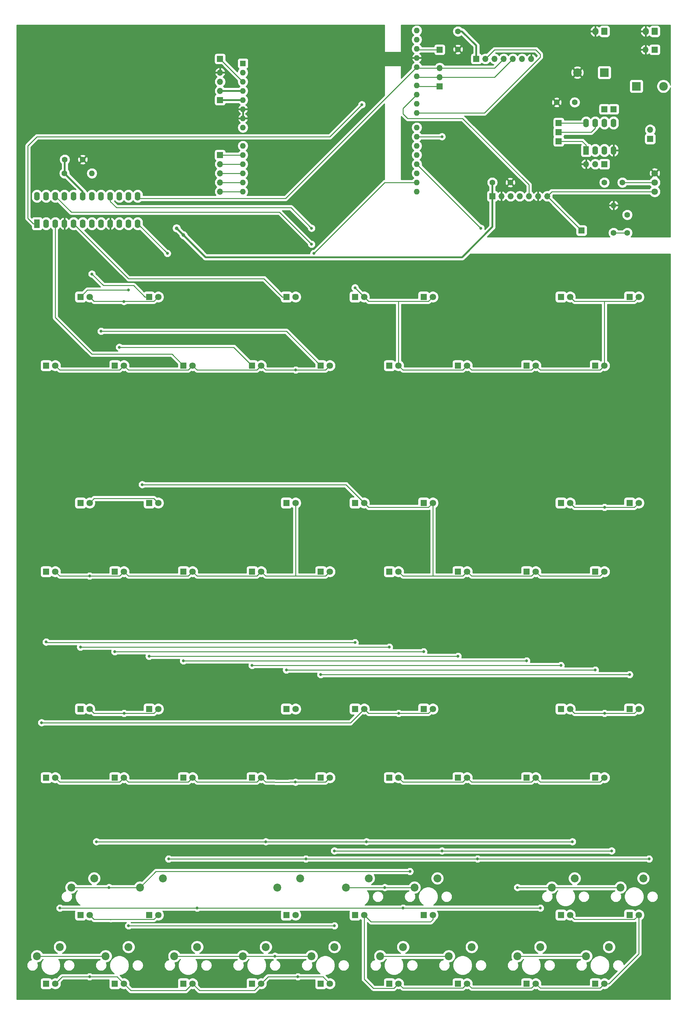
<source format=gbr>
G04 #@! TF.GenerationSoftware,KiCad,Pcbnew,5.1.5+dfsg1-2+b1*
G04 #@! TF.CreationDate,2020-12-03T05:46:07-05:00*
G04 #@! TF.ProjectId,Circuit,43697263-7569-4742-9e6b-696361645f70,rev?*
G04 #@! TF.SameCoordinates,Original*
G04 #@! TF.FileFunction,Copper,L1,Top*
G04 #@! TF.FilePolarity,Positive*
%FSLAX46Y46*%
G04 Gerber Fmt 4.6, Leading zero omitted, Abs format (unit mm)*
G04 Created by KiCad (PCBNEW 5.1.5+dfsg1-2+b1) date 2020-12-03 05:46:07*
%MOMM*%
%LPD*%
G04 APERTURE LIST*
%ADD10C,2.400000*%
%ADD11R,2.400000X2.400000*%
%ADD12O,1.600000X1.600000*%
%ADD13R,1.600000X1.600000*%
%ADD14C,2.200000*%
%ADD15C,1.800000*%
%ADD16R,1.800000X1.800000*%
%ADD17O,1.700000X1.700000*%
%ADD18R,1.700000X1.700000*%
%ADD19O,1.600000X2.400000*%
%ADD20R,1.600000X2.400000*%
%ADD21C,0.100000*%
%ADD22O,1.700000X2.000000*%
%ADD23C,1.600000*%
%ADD24C,0.800000*%
%ADD25C,1.000000*%
%ADD26C,4.000000*%
%ADD27C,0.250000*%
%ADD28C,0.500000*%
%ADD29C,0.254000*%
G04 APERTURE END LIST*
D10*
X190380000Y68580000D03*
D11*
X182880000Y68580000D03*
D12*
X121920000Y41910000D03*
X121920000Y39370000D03*
X121920000Y78990000D03*
X73660000Y39370000D03*
X121920000Y76450000D03*
X73660000Y41910000D03*
X121920000Y73910000D03*
X73660000Y44450000D03*
X121920000Y71370000D03*
X73660000Y46990000D03*
X121920000Y68830000D03*
X73660000Y49530000D03*
X121920000Y66290000D03*
X73660000Y52070000D03*
X121920000Y63750000D03*
X73660000Y57150000D03*
X121920000Y61210000D03*
X73660000Y59690000D03*
X121920000Y57150000D03*
X73660000Y62230000D03*
X121920000Y54610000D03*
X73660000Y64770000D03*
X121920000Y52070000D03*
X73660000Y67310000D03*
X121920000Y49530000D03*
X73660000Y69850000D03*
X121920000Y46990000D03*
X73660000Y72390000D03*
X121920000Y44450000D03*
D13*
X73660000Y74930000D03*
D12*
X121920000Y81530000D03*
X121920000Y84070000D03*
D14*
X35560000Y-172720000D03*
X41910000Y-170180000D03*
D15*
X187960000Y39370000D03*
X187960000Y41910000D03*
X187960000Y44450000D03*
X21590000Y-180340000D03*
D16*
X19050000Y-180340000D03*
D15*
X31115000Y-161290000D03*
D16*
X28575000Y-161290000D03*
D15*
X40640000Y-180340000D03*
D16*
X38100000Y-180340000D03*
D15*
X50165000Y-161290000D03*
D16*
X47625000Y-161290000D03*
D15*
X59690000Y-180340000D03*
D16*
X57150000Y-180340000D03*
D15*
X78740000Y-180340000D03*
D16*
X76200000Y-180340000D03*
D15*
X88265000Y-161290000D03*
D16*
X85725000Y-161290000D03*
D15*
X97790000Y-180340000D03*
D16*
X95250000Y-180340000D03*
D15*
X107315000Y-161290000D03*
D16*
X104775000Y-161290000D03*
D15*
X116840000Y-180340000D03*
D16*
X114300000Y-180340000D03*
D15*
X126365000Y-161290000D03*
D16*
X123825000Y-161290000D03*
D15*
X135890000Y-180340000D03*
D16*
X133350000Y-180340000D03*
D15*
X154940000Y-180340000D03*
D16*
X152400000Y-180340000D03*
D15*
X164465000Y-161290000D03*
D16*
X161925000Y-161290000D03*
D15*
X173990000Y-180340000D03*
D16*
X171450000Y-180340000D03*
D15*
X183515000Y-161290000D03*
D16*
X180975000Y-161290000D03*
D15*
X21590000Y-123190000D03*
D16*
X19050000Y-123190000D03*
D15*
X31115000Y-104140000D03*
D16*
X28575000Y-104140000D03*
D15*
X40640000Y-123190000D03*
D16*
X38100000Y-123190000D03*
D15*
X50165000Y-104140000D03*
D16*
X47625000Y-104140000D03*
D15*
X59690000Y-123190000D03*
D16*
X57150000Y-123190000D03*
D15*
X78740000Y-123190000D03*
D16*
X76200000Y-123190000D03*
D15*
X88265000Y-104140000D03*
D16*
X85725000Y-104140000D03*
D15*
X97790000Y-123190000D03*
D16*
X95250000Y-123190000D03*
D15*
X107315000Y-104140000D03*
D16*
X104775000Y-104140000D03*
D15*
X116840000Y-123190000D03*
D16*
X114300000Y-123190000D03*
D15*
X126365000Y-104140000D03*
D16*
X123825000Y-104140000D03*
D15*
X135890000Y-123190000D03*
D16*
X133350000Y-123190000D03*
D15*
X154940000Y-123190000D03*
D16*
X152400000Y-123190000D03*
D15*
X164465000Y-104140000D03*
D16*
X161925000Y-104140000D03*
D15*
X173990000Y-123190000D03*
D16*
X171450000Y-123190000D03*
D15*
X183515000Y-104140000D03*
D16*
X180975000Y-104140000D03*
D15*
X21590000Y-66040000D03*
D16*
X19050000Y-66040000D03*
D15*
X31115000Y-46990000D03*
D16*
X28575000Y-46990000D03*
D15*
X40640000Y-66040000D03*
D16*
X38100000Y-66040000D03*
D15*
X50165000Y-46990000D03*
D16*
X47625000Y-46990000D03*
D15*
X59690000Y-66040000D03*
D16*
X57150000Y-66040000D03*
D15*
X78740000Y-66040000D03*
D16*
X76200000Y-66040000D03*
D15*
X88265000Y-46990000D03*
D16*
X85725000Y-46990000D03*
D15*
X97790000Y-66040000D03*
D16*
X95250000Y-66040000D03*
D15*
X107315000Y-46990000D03*
D16*
X104775000Y-46990000D03*
D15*
X116840000Y-66040000D03*
D16*
X114300000Y-66040000D03*
D15*
X126365000Y-46990000D03*
D16*
X123825000Y-46990000D03*
D15*
X135890000Y-66040000D03*
D16*
X133350000Y-66040000D03*
D15*
X154940000Y-66040000D03*
D16*
X152400000Y-66040000D03*
D15*
X164465000Y-46990000D03*
D16*
X161925000Y-46990000D03*
D15*
X173990000Y-66040000D03*
D16*
X171450000Y-66040000D03*
D15*
X183515000Y-46990000D03*
D16*
X180975000Y-46990000D03*
D15*
X21590000Y-8890000D03*
D16*
X19050000Y-8890000D03*
D15*
X31115000Y10160000D03*
D16*
X28575000Y10160000D03*
D15*
X40640000Y-8890000D03*
D16*
X38100000Y-8890000D03*
D15*
X50165000Y10160000D03*
D16*
X47625000Y10160000D03*
D15*
X59690000Y-8890000D03*
D16*
X57150000Y-8890000D03*
D15*
X78740000Y-8890000D03*
D16*
X76200000Y-8890000D03*
D15*
X88265000Y10160000D03*
D16*
X85725000Y10160000D03*
D15*
X97790000Y-8890000D03*
D16*
X95250000Y-8890000D03*
D15*
X107315000Y10160000D03*
D16*
X104775000Y10160000D03*
D15*
X116840000Y-8890000D03*
D16*
X114300000Y-8890000D03*
D15*
X126365000Y10160000D03*
D16*
X123825000Y10160000D03*
D15*
X135890000Y-8890000D03*
D16*
X133350000Y-8890000D03*
D15*
X154940000Y-8890000D03*
D16*
X152400000Y-8890000D03*
D15*
X164465000Y10160000D03*
D16*
X161925000Y10160000D03*
D15*
X173990000Y-8890000D03*
D16*
X171450000Y-8890000D03*
D15*
X183515000Y10160000D03*
D16*
X180975000Y10160000D03*
D14*
X16510000Y-172720000D03*
X22860000Y-170180000D03*
X26035000Y-153670000D03*
X32385000Y-151130000D03*
X45085000Y-153670000D03*
X51435000Y-151130000D03*
X54610000Y-172720000D03*
X60960000Y-170180000D03*
X73660000Y-172720000D03*
X80010000Y-170180000D03*
X92710000Y-172720000D03*
X99060000Y-170180000D03*
X83185000Y-153670000D03*
X89535000Y-151130000D03*
X111760000Y-172720000D03*
X118110000Y-170180000D03*
X102235000Y-153670000D03*
X108585000Y-151130000D03*
X121285000Y-153670000D03*
X127635000Y-151130000D03*
X130810000Y-172720000D03*
X137160000Y-170180000D03*
X149860000Y-172720000D03*
X156210000Y-170180000D03*
X159385000Y-153670000D03*
X165735000Y-151130000D03*
X168910000Y-172720000D03*
X175260000Y-170180000D03*
X178435000Y-153670000D03*
X184785000Y-151130000D03*
D17*
X158115000Y38100000D03*
X155575000Y38100000D03*
X153035000Y38100000D03*
X150495000Y38100000D03*
X147955000Y38100000D03*
X145415000Y38100000D03*
D18*
X142875000Y38100000D03*
D19*
X168910000Y58420000D03*
X176530000Y50800000D03*
X171450000Y58420000D03*
X173990000Y50800000D03*
X173990000Y58420000D03*
X171450000Y50800000D03*
X176530000Y58420000D03*
D20*
X168910000Y50800000D03*
G04 #@! TA.AperFunction,ComponentPad*
D21*
G36*
X174614504Y84818796D02*
G01*
X174638773Y84815196D01*
X174662571Y84809235D01*
X174685671Y84800970D01*
X174707849Y84790480D01*
X174728893Y84777867D01*
X174748598Y84763253D01*
X174766777Y84746777D01*
X174783253Y84728598D01*
X174797867Y84708893D01*
X174810480Y84687849D01*
X174820970Y84665671D01*
X174829235Y84642571D01*
X174835196Y84618773D01*
X174838796Y84594504D01*
X174840000Y84570000D01*
X174840000Y83070000D01*
X174838796Y83045496D01*
X174835196Y83021227D01*
X174829235Y82997429D01*
X174820970Y82974329D01*
X174810480Y82952151D01*
X174797867Y82931107D01*
X174783253Y82911402D01*
X174766777Y82893223D01*
X174748598Y82876747D01*
X174728893Y82862133D01*
X174707849Y82849520D01*
X174685671Y82839030D01*
X174662571Y82830765D01*
X174638773Y82824804D01*
X174614504Y82821204D01*
X174590000Y82820000D01*
X173390000Y82820000D01*
X173365496Y82821204D01*
X173341227Y82824804D01*
X173317429Y82830765D01*
X173294329Y82839030D01*
X173272151Y82849520D01*
X173251107Y82862133D01*
X173231402Y82876747D01*
X173213223Y82893223D01*
X173196747Y82911402D01*
X173182133Y82931107D01*
X173169520Y82952151D01*
X173159030Y82974329D01*
X173150765Y82997429D01*
X173144804Y83021227D01*
X173141204Y83045496D01*
X173140000Y83070000D01*
X173140000Y84570000D01*
X173141204Y84594504D01*
X173144804Y84618773D01*
X173150765Y84642571D01*
X173159030Y84665671D01*
X173169520Y84687849D01*
X173182133Y84708893D01*
X173196747Y84728598D01*
X173213223Y84746777D01*
X173231402Y84763253D01*
X173251107Y84777867D01*
X173272151Y84790480D01*
X173294329Y84800970D01*
X173317429Y84809235D01*
X173341227Y84815196D01*
X173365496Y84818796D01*
X173390000Y84820000D01*
X174590000Y84820000D01*
X174614504Y84818796D01*
G37*
G04 #@! TD.AperFunction*
D22*
X171490000Y83820000D03*
D23*
X133350000Y78820000D03*
X133350000Y83820000D03*
D11*
X173990000Y72390000D03*
D10*
X166490000Y72390000D03*
D23*
X142875000Y41910000D03*
X147875000Y41910000D03*
X173990000Y41910000D03*
X178990000Y41910000D03*
X180340000Y27940000D03*
X180340000Y32940000D03*
D18*
X173990000Y62230000D03*
X161290000Y55880000D03*
X176530000Y62230000D03*
X167640000Y28575000D03*
X161290000Y53340000D03*
X161290000Y58420000D03*
D22*
X185460000Y83820000D03*
G04 #@! TA.AperFunction,ComponentPad*
D21*
G36*
X188584504Y84818796D02*
G01*
X188608773Y84815196D01*
X188632571Y84809235D01*
X188655671Y84800970D01*
X188677849Y84790480D01*
X188698893Y84777867D01*
X188718598Y84763253D01*
X188736777Y84746777D01*
X188753253Y84728598D01*
X188767867Y84708893D01*
X188780480Y84687849D01*
X188790970Y84665671D01*
X188799235Y84642571D01*
X188805196Y84618773D01*
X188808796Y84594504D01*
X188810000Y84570000D01*
X188810000Y83070000D01*
X188808796Y83045496D01*
X188805196Y83021227D01*
X188799235Y82997429D01*
X188790970Y82974329D01*
X188780480Y82952151D01*
X188767867Y82931107D01*
X188753253Y82911402D01*
X188736777Y82893223D01*
X188718598Y82876747D01*
X188698893Y82862133D01*
X188677849Y82849520D01*
X188655671Y82839030D01*
X188632571Y82830765D01*
X188608773Y82824804D01*
X188584504Y82821204D01*
X188560000Y82820000D01*
X187360000Y82820000D01*
X187335496Y82821204D01*
X187311227Y82824804D01*
X187287429Y82830765D01*
X187264329Y82839030D01*
X187242151Y82849520D01*
X187221107Y82862133D01*
X187201402Y82876747D01*
X187183223Y82893223D01*
X187166747Y82911402D01*
X187152133Y82931107D01*
X187139520Y82952151D01*
X187129030Y82974329D01*
X187120765Y82997429D01*
X187114804Y83021227D01*
X187111204Y83045496D01*
X187110000Y83070000D01*
X187110000Y84570000D01*
X187111204Y84594504D01*
X187114804Y84618773D01*
X187120765Y84642571D01*
X187129030Y84665671D01*
X187139520Y84687849D01*
X187152133Y84708893D01*
X187166747Y84728598D01*
X187183223Y84746777D01*
X187201402Y84763253D01*
X187221107Y84777867D01*
X187242151Y84790480D01*
X187264329Y84800970D01*
X187287429Y84809235D01*
X187311227Y84815196D01*
X187335496Y84818796D01*
X187360000Y84820000D01*
X188560000Y84820000D01*
X188584504Y84818796D01*
G37*
G04 #@! TD.AperFunction*
D18*
X138430000Y76200000D03*
D17*
X140970000Y76200000D03*
X143510000Y76200000D03*
X146050000Y76200000D03*
X148590000Y76200000D03*
X151130000Y76200000D03*
X153670000Y76200000D03*
D18*
X173990000Y46990000D03*
D17*
X171450000Y46990000D03*
X168910000Y46990000D03*
D18*
X187960000Y78740000D03*
D17*
X185420000Y78740000D03*
D23*
X176530000Y27940000D03*
D12*
X176530000Y35560000D03*
D23*
X29210000Y48260000D03*
X24210000Y48260000D03*
X24130000Y44450000D03*
D12*
X31750000Y44450000D03*
D20*
X16510000Y30480000D03*
D19*
X44450000Y38100000D03*
X19050000Y30480000D03*
X41910000Y38100000D03*
X21590000Y30480000D03*
X39370000Y38100000D03*
X24130000Y30480000D03*
X36830000Y38100000D03*
X26670000Y30480000D03*
X34290000Y38100000D03*
X29210000Y30480000D03*
X31750000Y38100000D03*
X31750000Y30480000D03*
X29210000Y38100000D03*
X34290000Y30480000D03*
X26670000Y38100000D03*
X36830000Y30480000D03*
X24130000Y38100000D03*
X39370000Y30480000D03*
X21590000Y38100000D03*
X41910000Y30480000D03*
X19050000Y38100000D03*
X44450000Y30480000D03*
X16510000Y38100000D03*
D23*
X160735000Y64135000D03*
X165735000Y64135000D03*
D18*
X67310000Y76200000D03*
X128270000Y78740000D03*
X67310000Y49530000D03*
D17*
X67310000Y46990000D03*
X67310000Y44450000D03*
X67310000Y41910000D03*
X67310000Y39370000D03*
D18*
X128270000Y68580000D03*
D17*
X128270000Y71120000D03*
X128270000Y73660000D03*
D18*
X186690000Y53975000D03*
D17*
X186690000Y56515000D03*
D18*
X67310000Y64770000D03*
D17*
X67310000Y67310000D03*
X67310000Y69850000D03*
X67310000Y72390000D03*
D24*
X113030000Y-153670000D03*
X149860000Y-153670000D03*
X139700000Y29210000D03*
X156210000Y-159385000D03*
X118110000Y-159385000D03*
X60960000Y-159385000D03*
X22860000Y-159385000D03*
X107950000Y-140970000D03*
X80010000Y-140970000D03*
X33020000Y-140970000D03*
X165100000Y-140970000D03*
X99060000Y-143510000D03*
X128905000Y-143510000D03*
X175989999Y-143510000D03*
X41920000Y-164290000D03*
X128905000Y54610000D03*
X99060000Y-164290000D03*
X53045000Y-145755000D03*
X91145000Y-145755000D03*
X138770000Y-145755000D03*
X186395000Y-145755000D03*
X36500000Y-153670000D03*
X120015000Y-149225000D03*
X82550000Y-172720000D03*
X93345000Y22225000D03*
D25*
X55245000Y29210000D03*
X57150000Y27305000D03*
D24*
X106680000Y63500000D03*
X31115000Y-178435000D03*
X88900000Y-178435000D03*
X19050000Y-85569999D03*
X104775000Y-85725000D03*
X28575000Y-86995000D03*
X114300000Y-86995000D03*
X41910000Y12065000D03*
X38100000Y-88265000D03*
X123825000Y-88265000D03*
X47625000Y-89535000D03*
X133350000Y-89535000D03*
X31750000Y16510000D03*
X57150000Y-90805000D03*
X152400000Y-90805000D03*
X161925000Y-92075000D03*
X76200000Y-92075000D03*
X39370000Y-3810000D03*
X85725000Y-93345000D03*
X171450000Y-93345000D03*
X95250000Y-94615000D03*
X180975000Y-94615000D03*
X34290000Y635000D03*
X92710000Y29210000D03*
X40684999Y-105365001D03*
X88252598Y-124447598D03*
X116884999Y-105365001D03*
X174034999Y-105365001D03*
X17780000Y-107950000D03*
X31115000Y-67265001D03*
X174034999Y-48215001D03*
X45720000Y-41910000D03*
X40640000Y8890000D03*
X88309999Y-10115001D03*
X92710000Y24765000D03*
X104775000Y12700000D03*
X52705000Y22225000D03*
D26*
X118110000Y76200000D02*
X111125000Y76200000D01*
D27*
X130810000Y-172720000D02*
X111760000Y-172720000D01*
X121285000Y-153670000D02*
X113030000Y-153670000D01*
X113030000Y-153670000D02*
X102235000Y-153670000D01*
X159385000Y-153670000D02*
X178435000Y-153670000D01*
X168910000Y-172720000D02*
X149860000Y-172720000D01*
X159385000Y-153670000D02*
X149860000Y-153670000D01*
X121920000Y46990000D02*
X139700000Y29210000D01*
X22860000Y-159385000D02*
X60960000Y-159385000D01*
X60960000Y-159385000D02*
X118110000Y-159385000D01*
X156210000Y-159385000D02*
X118110000Y-159385000D01*
X107950000Y-140970000D02*
X80010000Y-140970000D01*
X33020000Y-140970000D02*
X80010000Y-140970000D01*
X165100000Y-140970000D02*
X107950000Y-140970000D01*
X128905000Y54610000D02*
X121920000Y54610000D01*
X175989999Y-143510000D02*
X99060000Y-143510000D01*
X99060000Y-164290000D02*
X41920000Y-164290000D01*
X53045000Y-145755000D02*
X186395000Y-145755000D01*
X16510000Y-172720000D02*
X35560000Y-172720000D01*
X45085000Y-153670000D02*
X26035000Y-153670000D01*
X49530000Y-149225000D02*
X45085000Y-153670000D01*
X120015000Y-149225000D02*
X49530000Y-149225000D01*
X73190998Y-172720000D02*
X54610000Y-172720000D01*
X92710000Y-172720000D02*
X82550000Y-172720000D01*
X82550000Y-172720000D02*
X73190998Y-172720000D01*
X93345000Y22225000D02*
X113030000Y41910000D01*
X113030000Y41910000D02*
X121920000Y41910000D01*
D28*
X24210000Y44530000D02*
X24130000Y44450000D01*
X24210000Y48260000D02*
X24210000Y44530000D01*
X24130000Y44450000D02*
X29210000Y39370000D01*
X29210000Y39370000D02*
X29210000Y38100000D01*
X73660000Y64770000D02*
X67310000Y64770000D01*
X142875000Y38100000D02*
X142875000Y41910000D01*
X138430000Y79871370D02*
X138430000Y76200000D01*
X134481370Y83820000D02*
X138430000Y79871370D01*
X133350000Y83820000D02*
X134481370Y83820000D01*
X134489001Y21174999D02*
X63280001Y21174999D01*
X142875000Y29560998D02*
X134489001Y21174999D01*
X142875000Y38100000D02*
X142875000Y29560998D01*
X63280001Y21174999D02*
X57150000Y27305000D01*
X57150000Y27305000D02*
X55245000Y29210000D01*
D27*
X153035000Y41275000D02*
X153035000Y38100000D01*
X134620000Y59690000D02*
X153035000Y41275000D01*
X119380000Y59690000D02*
X134620000Y59690000D01*
X118110000Y60960000D02*
X119380000Y59690000D01*
X118110000Y62480000D02*
X118110000Y60960000D01*
X121920000Y66290000D02*
X118110000Y62480000D01*
X15460000Y30480000D02*
X13970000Y31970000D01*
X16510000Y30480000D02*
X15460000Y30480000D01*
X13970000Y31970000D02*
X13970000Y52070000D01*
X13970000Y52070000D02*
X16510000Y54610000D01*
X16510000Y54610000D02*
X97790000Y54610000D01*
X97790000Y54610000D02*
X106680000Y63500000D01*
X122170000Y68580000D02*
X121920000Y68830000D01*
X128270000Y68580000D02*
X122170000Y68580000D01*
X85475000Y37465000D02*
X121920000Y73910000D01*
X44450000Y37465000D02*
X85475000Y37465000D01*
X122170000Y73660000D02*
X121920000Y73910000D01*
X128270000Y73660000D02*
X122170000Y73660000D01*
X143510000Y73660000D02*
X146050000Y76200000D01*
X128270000Y73660000D02*
X143510000Y73660000D01*
X48939999Y-162515001D02*
X50165000Y-161290000D01*
X31115000Y-161290000D02*
X32340001Y-162515001D01*
X40640000Y-180340000D02*
X38735000Y-178435000D01*
X36874999Y-162515001D02*
X36985001Y-162625003D01*
X32340001Y-162515001D02*
X36874999Y-162515001D01*
X36874999Y-162515001D02*
X48939999Y-162515001D01*
X31115000Y-178435000D02*
X38735000Y-178435000D01*
X23495000Y-178435000D02*
X21590000Y-180340000D01*
X31115000Y-178435000D02*
X23495000Y-178435000D01*
X42545000Y-182245000D02*
X40640000Y-180340000D01*
X57785000Y-182245000D02*
X42545000Y-182245000D01*
X59690000Y-180340000D02*
X57785000Y-182245000D01*
X78740000Y-180340000D02*
X76835000Y-182245000D01*
X61595000Y-182245000D02*
X59690000Y-180340000D01*
X76835000Y-182245000D02*
X61595000Y-182245000D01*
X97790000Y-180340000D02*
X95885000Y-178435000D01*
X80645000Y-178435000D02*
X78740000Y-180340000D01*
X95885000Y-178435000D02*
X88900000Y-178435000D01*
X88900000Y-178435000D02*
X80645000Y-178435000D01*
X19205001Y-85725000D02*
X19050000Y-85569999D01*
X104775000Y-85725000D02*
X19205001Y-85725000D01*
X114300000Y-86995000D02*
X28575000Y-86995000D01*
X30480000Y12065000D02*
X28575000Y10160000D01*
X30480000Y12065000D02*
X41910000Y12065000D01*
X123825000Y-88265000D02*
X38100000Y-88265000D01*
X133350000Y-89535000D02*
X47625000Y-89535000D01*
X46475000Y10160000D02*
X43300000Y13335000D01*
X47625000Y10160000D02*
X46475000Y10160000D01*
X43300000Y13335000D02*
X34925000Y13335000D01*
X34925000Y13335000D02*
X31750000Y16510000D01*
X152400000Y-90805000D02*
X57150000Y-90805000D01*
X21590000Y4445000D02*
X21590000Y30480000D01*
X31750000Y-5715000D02*
X21590000Y4445000D01*
X53975000Y-5715000D02*
X31750000Y-5715000D01*
X53975000Y-5715000D02*
X57150000Y-8890000D01*
X161925000Y-92075000D02*
X76200000Y-92075000D01*
X76200000Y-8890000D02*
X71120000Y-3810000D01*
X71120000Y-3810000D02*
X39370000Y-3810000D01*
X85725000Y-93345000D02*
X171450000Y-93345000D01*
X84575000Y10160000D02*
X79495000Y15240000D01*
X85725000Y10160000D02*
X84575000Y10160000D01*
X79495000Y15240000D02*
X41910000Y15240000D01*
X41910000Y15240000D02*
X26670000Y30480000D01*
X180975000Y-94615000D02*
X95250000Y-94615000D01*
X34290000Y635000D02*
X85725000Y635000D01*
X85725000Y635000D02*
X95250000Y-8890000D01*
X134664999Y-181565001D02*
X135890000Y-180340000D01*
X118065001Y-181565001D02*
X134664999Y-181565001D01*
X116840000Y-180340000D02*
X118065001Y-181565001D01*
X153714999Y-181565001D02*
X154940000Y-180340000D01*
X137115001Y-181565001D02*
X153714999Y-181565001D01*
X135890000Y-180340000D02*
X137115001Y-181565001D01*
X172764999Y-181565001D02*
X173990000Y-180340000D01*
X156165001Y-181565001D02*
X172764999Y-181565001D01*
X154940000Y-180340000D02*
X156165001Y-181565001D01*
X182289999Y-162515001D02*
X183515000Y-161290000D01*
X165690001Y-162515001D02*
X182289999Y-162515001D01*
X164465000Y-161290000D02*
X165690001Y-162515001D01*
X183515000Y-172087792D02*
X183515000Y-161290000D01*
X175262792Y-180340000D02*
X183515000Y-172087792D01*
X173990000Y-180340000D02*
X175262792Y-180340000D01*
X109220000Y-163195000D02*
X107315000Y-161290000D01*
X126365000Y-162560000D02*
X125730000Y-163195000D01*
X125730000Y-163195000D02*
X109220000Y-163195000D01*
X126365000Y-161290000D02*
X126365000Y-162560000D01*
X107315000Y-161290000D02*
X107315000Y-179070000D01*
X107315000Y-179070000D02*
X109855000Y-181610000D01*
X115570000Y-181610000D02*
X116840000Y-180340000D01*
X109855000Y-181610000D02*
X115570000Y-181610000D01*
X36830000Y36650000D02*
X36830000Y38100000D01*
X38555000Y34925000D02*
X36830000Y36650000D01*
X86995000Y34925000D02*
X38555000Y34925000D01*
X86995000Y34925000D02*
X92710000Y29210000D01*
X48939999Y-105365001D02*
X50165000Y-104140000D01*
X32340001Y-105365001D02*
X40684999Y-105365001D01*
X31115000Y-104140000D02*
X32340001Y-105365001D01*
X39414999Y-124415001D02*
X40640000Y-123190000D01*
X22815001Y-124415001D02*
X39414999Y-124415001D01*
X21590000Y-123190000D02*
X22815001Y-124415001D01*
X58464999Y-124415001D02*
X59690000Y-123190000D01*
X41865001Y-124415001D02*
X58464999Y-124415001D01*
X40640000Y-123190000D02*
X41865001Y-124415001D01*
X77514999Y-124415001D02*
X78740000Y-123190000D01*
X60915001Y-124415001D02*
X77514999Y-124415001D01*
X59690000Y-123190000D02*
X60915001Y-124415001D01*
X96564999Y-124415001D02*
X97790000Y-123190000D01*
X78740000Y-123190000D02*
X79965001Y-124415001D01*
X85090000Y-124460000D02*
X88252598Y-124447598D01*
X79965001Y-124415001D02*
X85090000Y-124460000D01*
X40684999Y-105365001D02*
X48939999Y-105365001D01*
X88252598Y-124447598D02*
X96564999Y-124415001D01*
X134664999Y-124415001D02*
X135890000Y-123190000D01*
X118065001Y-124415001D02*
X134664999Y-124415001D01*
X116840000Y-123190000D02*
X118065001Y-124415001D01*
X153714999Y-124415001D02*
X154940000Y-123190000D01*
X137115001Y-124415001D02*
X153714999Y-124415001D01*
X135890000Y-123190000D02*
X137115001Y-124415001D01*
X182289999Y-105365001D02*
X174034999Y-105365001D01*
X183515000Y-104140000D02*
X182289999Y-105365001D01*
X165690001Y-105365001D02*
X164465000Y-104140000D01*
X108540001Y-105365001D02*
X107315000Y-104140000D01*
X126365000Y-104140000D02*
X125139999Y-105365001D01*
X125139999Y-105365001D02*
X116884999Y-105365001D01*
X116884999Y-105365001D02*
X108540001Y-105365001D01*
X172764999Y-124415001D02*
X173990000Y-123190000D01*
X156165001Y-124415001D02*
X172764999Y-124415001D01*
X154940000Y-123190000D02*
X156165001Y-124415001D01*
X174034999Y-105365001D02*
X165690001Y-105365001D01*
X17780000Y-107950000D02*
X103505000Y-107950000D01*
X103505000Y-107950000D02*
X107315000Y-104140000D01*
X48939999Y-45764999D02*
X50165000Y-46990000D01*
X32340001Y-45764999D02*
X48939999Y-45764999D01*
X31115000Y-46990000D02*
X32340001Y-45764999D01*
X39414999Y-67265001D02*
X40640000Y-66040000D01*
X22815001Y-67265001D02*
X39414999Y-67265001D01*
X21590000Y-66040000D02*
X22815001Y-67265001D01*
X58464999Y-67265001D02*
X59690000Y-66040000D01*
X41865001Y-67265001D02*
X58464999Y-67265001D01*
X40640000Y-66040000D02*
X41865001Y-67265001D01*
X77514999Y-67265001D02*
X78740000Y-66040000D01*
X60915001Y-67265001D02*
X77514999Y-67265001D01*
X59690000Y-66040000D02*
X60915001Y-67265001D01*
X96564999Y-67265001D02*
X97790000Y-66040000D01*
X79965001Y-67265001D02*
X96564999Y-67265001D01*
X78740000Y-66040000D02*
X79965001Y-67265001D01*
X88265000Y-46990000D02*
X88265000Y-67265001D01*
X126365000Y-46990000D02*
X126365000Y-67265001D01*
X134664999Y-67265001D02*
X135890000Y-66040000D01*
X118065001Y-67265001D02*
X134664999Y-67265001D01*
X116840000Y-66040000D02*
X118065001Y-67265001D01*
X153714999Y-67265001D02*
X154940000Y-66040000D01*
X137115001Y-67265001D02*
X153714999Y-67265001D01*
X135890000Y-66040000D02*
X137115001Y-67265001D01*
X172764999Y-67265001D02*
X173990000Y-66040000D01*
X156165001Y-67265001D02*
X172764999Y-67265001D01*
X154940000Y-66040000D02*
X156165001Y-67265001D01*
X182289999Y-48215001D02*
X183515000Y-46990000D01*
X164465000Y-46990000D02*
X165690001Y-48215001D01*
X108540001Y-48215001D02*
X107315000Y-46990000D01*
X125139999Y-48215001D02*
X108540001Y-48215001D01*
X126365000Y-46990000D02*
X125139999Y-48215001D01*
X165690001Y-48215001D02*
X174034999Y-48215001D01*
X174034999Y-48215001D02*
X182289999Y-48215001D01*
X102235000Y-41910000D02*
X107315000Y-46990000D01*
X45720000Y-41910000D02*
X102235000Y-41910000D01*
X48939999Y8934999D02*
X50165000Y10160000D01*
X32340001Y8934999D02*
X48939999Y8934999D01*
X31115000Y10160000D02*
X32340001Y8934999D01*
X39414999Y-10115001D02*
X40640000Y-8890000D01*
X22815001Y-10115001D02*
X39414999Y-10115001D01*
X21590000Y-8890000D02*
X22815001Y-10115001D01*
X58464999Y-10115001D02*
X59690000Y-8890000D01*
X41865001Y-10115001D02*
X58464999Y-10115001D01*
X40640000Y-8890000D02*
X41865001Y-10115001D01*
X77514999Y-10115001D02*
X78740000Y-8890000D01*
X60915001Y-10115001D02*
X77514999Y-10115001D01*
X59690000Y-8890000D02*
X60915001Y-10115001D01*
X96564999Y-10115001D02*
X97790000Y-8890000D01*
X79965001Y-10115001D02*
X88309999Y-10115001D01*
X78740000Y-8890000D02*
X79965001Y-10115001D01*
X88309999Y-10115001D02*
X96564999Y-10115001D01*
X125139999Y8934999D02*
X126365000Y10160000D01*
X108540001Y8934999D02*
X125139999Y8934999D01*
X107315000Y10160000D02*
X108540001Y8934999D01*
X134664999Y-10115001D02*
X135890000Y-8890000D01*
X118065001Y-10115001D02*
X134664999Y-10115001D01*
X116840000Y-8890000D02*
X118065001Y-10115001D01*
X182289999Y8934999D02*
X183515000Y10160000D01*
X165690001Y8934999D02*
X182289999Y8934999D01*
X164465000Y10160000D02*
X165690001Y8934999D01*
X156165001Y-10115001D02*
X154940000Y-8890000D01*
X172764999Y-10115001D02*
X156165001Y-10115001D01*
X173990000Y-8890000D02*
X172764999Y-10115001D01*
X173990000Y-8890000D02*
X173990000Y8890000D01*
X137160000Y-10115001D02*
X135890000Y-8890000D01*
X153714999Y-10115001D02*
X137160000Y-10115001D01*
X154940000Y-8890000D02*
X153714999Y-10115001D01*
X116840000Y-8890000D02*
X116840000Y8934999D01*
X83820000Y33655000D02*
X26035000Y33655000D01*
X26035000Y33655000D02*
X21590000Y38100000D01*
X83820000Y33655000D02*
X92710000Y24765000D01*
X104775000Y12700000D02*
X107315000Y10160000D01*
X44450000Y30480000D02*
X52705000Y22225000D01*
X122170000Y71120000D02*
X121920000Y71370000D01*
X128270000Y71120000D02*
X122170000Y71120000D01*
X143510000Y71120000D02*
X148590000Y76200000D01*
X128270000Y71120000D02*
X143510000Y71120000D01*
X140970000Y76200000D02*
X143510000Y78740000D01*
X143510000Y78740000D02*
X154940000Y78740000D01*
X154940000Y78740000D02*
X156210000Y77470000D01*
X140715002Y61210000D02*
X121920000Y61210000D01*
X156210000Y76704998D02*
X140715002Y61210000D01*
X156210000Y77470000D02*
X156210000Y76704998D01*
D28*
X67310000Y67310000D02*
X73660000Y67310000D01*
D27*
X178990000Y41910000D02*
X187960000Y41910000D01*
X168910000Y52250000D02*
X168910000Y50800000D01*
X167820000Y53340000D02*
X168910000Y52250000D01*
X161290000Y53340000D02*
X167820000Y53340000D01*
X161290000Y58420000D02*
X168910000Y58420000D01*
X159385000Y39370000D02*
X158115000Y38100000D01*
X187960000Y39370000D02*
X159385000Y39370000D01*
X158115000Y38100000D02*
X167640000Y28575000D01*
X122170000Y78740000D02*
X121920000Y78990000D01*
X128270000Y78740000D02*
X122170000Y78740000D01*
X67310000Y39370000D02*
X73660000Y39370000D01*
X67310000Y41910000D02*
X73660000Y41910000D01*
X67310000Y44450000D02*
X73660000Y44450000D01*
X67310000Y46990000D02*
X73660000Y46990000D01*
X73660000Y49530000D02*
X67310000Y49530000D01*
X67310000Y76200000D02*
X73660000Y69850000D01*
X180340000Y27940000D02*
X176530000Y27940000D01*
X171450000Y56970000D02*
X171450000Y58420000D01*
X170360000Y55880000D02*
X171450000Y56970000D01*
X161290000Y55880000D02*
X170360000Y55880000D01*
D29*
G36*
X192278000Y68915587D02*
G01*
X192232947Y69142085D01*
X192087685Y69492777D01*
X191876799Y69808391D01*
X191608391Y70076799D01*
X191292777Y70287685D01*
X190942085Y70432947D01*
X190569793Y70507000D01*
X190190207Y70507000D01*
X189817915Y70432947D01*
X189467223Y70287685D01*
X189151609Y70076799D01*
X188883201Y69808391D01*
X188672315Y69492777D01*
X188527053Y69142085D01*
X188453000Y68769793D01*
X188453000Y68390207D01*
X188527053Y68017915D01*
X188672315Y67667223D01*
X188883201Y67351609D01*
X189151609Y67083201D01*
X189467223Y66872315D01*
X189817915Y66727053D01*
X190190207Y66653000D01*
X190569793Y66653000D01*
X190942085Y66727053D01*
X191292777Y66872315D01*
X191608391Y67083201D01*
X191876799Y67351609D01*
X192087685Y67667223D01*
X192232947Y68017915D01*
X192278000Y68244413D01*
X192278000Y26797000D01*
X181356505Y26797000D01*
X181526099Y26966594D01*
X181693210Y27216694D01*
X181808319Y27494590D01*
X181867000Y27789604D01*
X181867000Y28090396D01*
X181808319Y28385410D01*
X181693210Y28663306D01*
X181526099Y28913406D01*
X181313406Y29126099D01*
X181063306Y29293210D01*
X180785410Y29408319D01*
X180490396Y29467000D01*
X180189604Y29467000D01*
X179894590Y29408319D01*
X179616694Y29293210D01*
X179366594Y29126099D01*
X179153901Y28913406D01*
X179072780Y28792000D01*
X177797220Y28792000D01*
X177716099Y28913406D01*
X177503406Y29126099D01*
X177253306Y29293210D01*
X176975410Y29408319D01*
X176680396Y29467000D01*
X176379604Y29467000D01*
X176084590Y29408319D01*
X175806694Y29293210D01*
X175556594Y29126099D01*
X175343901Y28913406D01*
X175176790Y28663306D01*
X175061681Y28385410D01*
X175003000Y28090396D01*
X175003000Y27789604D01*
X175061681Y27494590D01*
X175176790Y27216694D01*
X175343901Y26966594D01*
X175513495Y26797000D01*
X141492688Y26797000D01*
X143531902Y28836214D01*
X143569186Y28866812D01*
X143691276Y29015580D01*
X143781997Y29185307D01*
X143837863Y29369473D01*
X143838607Y29377021D01*
X143856727Y29560998D01*
X143852000Y29608991D01*
X143852000Y36531992D01*
X143867517Y36533520D01*
X144004557Y36575090D01*
X144130853Y36642597D01*
X144241554Y36733446D01*
X144332403Y36844147D01*
X144399910Y36970443D01*
X144410898Y37006665D01*
X144414731Y37002412D01*
X144648080Y36828359D01*
X144910901Y36703175D01*
X145058110Y36658524D01*
X145288000Y36779845D01*
X145288000Y37973000D01*
X145268000Y37973000D01*
X145268000Y38227000D01*
X145288000Y38227000D01*
X145288000Y39420155D01*
X145058110Y39541476D01*
X144910901Y39496825D01*
X144648080Y39371641D01*
X144414731Y39197588D01*
X144410898Y39193335D01*
X144399910Y39229557D01*
X144332403Y39355853D01*
X144241554Y39466554D01*
X144130853Y39557403D01*
X144004557Y39624910D01*
X143867517Y39666480D01*
X143852000Y39668008D01*
X143852000Y40727495D01*
X144041803Y40917298D01*
X147061903Y40917298D01*
X147133486Y40673329D01*
X147388996Y40552429D01*
X147663184Y40483700D01*
X147945512Y40469783D01*
X148225130Y40511213D01*
X148491292Y40606397D01*
X148616514Y40673329D01*
X148688097Y40917298D01*
X147875000Y41730395D01*
X147061903Y40917298D01*
X144041803Y40917298D01*
X144061099Y40936594D01*
X144228210Y41186694D01*
X144343319Y41464590D01*
X144402000Y41759604D01*
X144402000Y41839488D01*
X146434783Y41839488D01*
X146476213Y41559870D01*
X146571397Y41293708D01*
X146638329Y41168486D01*
X146882298Y41096903D01*
X147695395Y41910000D01*
X148054605Y41910000D01*
X148867702Y41096903D01*
X149111671Y41168486D01*
X149232571Y41423996D01*
X149301300Y41698184D01*
X149315217Y41980512D01*
X149273787Y42260130D01*
X149178603Y42526292D01*
X149111671Y42651514D01*
X148867702Y42723097D01*
X148054605Y41910000D01*
X147695395Y41910000D01*
X146882298Y42723097D01*
X146638329Y42651514D01*
X146517429Y42396004D01*
X146448700Y42121816D01*
X146434783Y41839488D01*
X144402000Y41839488D01*
X144402000Y42060396D01*
X144343319Y42355410D01*
X144228210Y42633306D01*
X144061099Y42883406D01*
X144041803Y42902702D01*
X147061903Y42902702D01*
X147875000Y42089605D01*
X148688097Y42902702D01*
X148616514Y43146671D01*
X148361004Y43267571D01*
X148086816Y43336300D01*
X147804488Y43350217D01*
X147524870Y43308787D01*
X147258708Y43213603D01*
X147133486Y43146671D01*
X147061903Y42902702D01*
X144041803Y42902702D01*
X143848406Y43096099D01*
X143598306Y43263210D01*
X143320410Y43378319D01*
X143025396Y43437000D01*
X142724604Y43437000D01*
X142429590Y43378319D01*
X142151694Y43263210D01*
X141901594Y43096099D01*
X141688901Y42883406D01*
X141521790Y42633306D01*
X141406681Y42355410D01*
X141348000Y42060396D01*
X141348000Y41759604D01*
X141406681Y41464590D01*
X141521790Y41186694D01*
X141688901Y40936594D01*
X141898001Y40727494D01*
X141898000Y39668008D01*
X141882483Y39666480D01*
X141745443Y39624910D01*
X141619147Y39557403D01*
X141508446Y39466554D01*
X141417597Y39355853D01*
X141350090Y39229557D01*
X141308520Y39092517D01*
X141294483Y38950000D01*
X141294483Y37250000D01*
X141308520Y37107483D01*
X141350090Y36970443D01*
X141417597Y36844147D01*
X141508446Y36733446D01*
X141619147Y36642597D01*
X141745443Y36575090D01*
X141882483Y36533520D01*
X141898000Y36531992D01*
X141898001Y29965685D01*
X140762553Y28830237D01*
X140783690Y28881266D01*
X140827000Y29099000D01*
X140827000Y29321000D01*
X140783690Y29538734D01*
X140698734Y29743835D01*
X140575398Y29928421D01*
X140418421Y30085398D01*
X140233835Y30208734D01*
X140028734Y30293690D01*
X139811000Y30337000D01*
X139777910Y30337000D01*
X123418514Y46696395D01*
X123447000Y46839604D01*
X123447000Y47140396D01*
X123388319Y47435410D01*
X123273210Y47713306D01*
X123106099Y47963406D01*
X122893406Y48176099D01*
X122767839Y48260000D01*
X122893406Y48343901D01*
X123106099Y48556594D01*
X123273210Y48806694D01*
X123388319Y49084590D01*
X123447000Y49379604D01*
X123447000Y49680396D01*
X123388319Y49975410D01*
X123273210Y50253306D01*
X123106099Y50503406D01*
X122893406Y50716099D01*
X122767839Y50800000D01*
X122893406Y50883901D01*
X123106099Y51096594D01*
X123273210Y51346694D01*
X123388319Y51624590D01*
X123447000Y51919604D01*
X123447000Y52220396D01*
X123388319Y52515410D01*
X123273210Y52793306D01*
X123106099Y53043406D01*
X122893406Y53256099D01*
X122767839Y53340000D01*
X122893406Y53423901D01*
X123106099Y53636594D01*
X123187220Y53758000D01*
X128163181Y53758000D01*
X128186579Y53734602D01*
X128371165Y53611266D01*
X128576266Y53526310D01*
X128794000Y53483000D01*
X129016000Y53483000D01*
X129233734Y53526310D01*
X129438835Y53611266D01*
X129623421Y53734602D01*
X129780398Y53891579D01*
X129903734Y54076165D01*
X129988690Y54281266D01*
X130032000Y54499000D01*
X130032000Y54721000D01*
X129988690Y54938734D01*
X129903734Y55143835D01*
X129780398Y55328421D01*
X129623421Y55485398D01*
X129438835Y55608734D01*
X129233734Y55693690D01*
X129016000Y55737000D01*
X128794000Y55737000D01*
X128576266Y55693690D01*
X128371165Y55608734D01*
X128186579Y55485398D01*
X128163181Y55462000D01*
X123187220Y55462000D01*
X123106099Y55583406D01*
X122893406Y55796099D01*
X122767839Y55880000D01*
X122893406Y55963901D01*
X123106099Y56176594D01*
X123273210Y56426694D01*
X123388319Y56704590D01*
X123447000Y56999604D01*
X123447000Y57300396D01*
X123388319Y57595410D01*
X123273210Y57873306D01*
X123106099Y58123406D01*
X122893406Y58336099D01*
X122643306Y58503210D01*
X122365410Y58618319D01*
X122070396Y58677000D01*
X121769604Y58677000D01*
X121474590Y58618319D01*
X121196694Y58503210D01*
X120946594Y58336099D01*
X120733901Y58123406D01*
X120566790Y57873306D01*
X120451681Y57595410D01*
X120393000Y57300396D01*
X120393000Y56999604D01*
X120451681Y56704590D01*
X120566790Y56426694D01*
X120733901Y56176594D01*
X120946594Y55963901D01*
X121072161Y55880000D01*
X120946594Y55796099D01*
X120733901Y55583406D01*
X120566790Y55333306D01*
X120451681Y55055410D01*
X120393000Y54760396D01*
X120393000Y54459604D01*
X120451681Y54164590D01*
X120566790Y53886694D01*
X120733901Y53636594D01*
X120946594Y53423901D01*
X121072161Y53340000D01*
X120946594Y53256099D01*
X120733901Y53043406D01*
X120566790Y52793306D01*
X120451681Y52515410D01*
X120393000Y52220396D01*
X120393000Y51919604D01*
X120451681Y51624590D01*
X120566790Y51346694D01*
X120733901Y51096594D01*
X120946594Y50883901D01*
X121072161Y50800000D01*
X120946594Y50716099D01*
X120733901Y50503406D01*
X120566790Y50253306D01*
X120451681Y49975410D01*
X120393000Y49680396D01*
X120393000Y49379604D01*
X120451681Y49084590D01*
X120566790Y48806694D01*
X120733901Y48556594D01*
X120946594Y48343901D01*
X121072161Y48260000D01*
X120946594Y48176099D01*
X120733901Y47963406D01*
X120566790Y47713306D01*
X120451681Y47435410D01*
X120393000Y47140396D01*
X120393000Y46839604D01*
X120451681Y46544590D01*
X120566790Y46266694D01*
X120733901Y46016594D01*
X120946594Y45803901D01*
X121072161Y45720000D01*
X120946594Y45636099D01*
X120733901Y45423406D01*
X120566790Y45173306D01*
X120451681Y44895410D01*
X120393000Y44600396D01*
X120393000Y44299604D01*
X120451681Y44004590D01*
X120566790Y43726694D01*
X120733901Y43476594D01*
X120946594Y43263901D01*
X121072161Y43180000D01*
X120946594Y43096099D01*
X120733901Y42883406D01*
X120652780Y42762000D01*
X117602000Y42762000D01*
X117602000Y60263091D01*
X118747950Y59117140D01*
X118774630Y59084630D01*
X118807138Y59057952D01*
X118904363Y58978161D01*
X118955920Y58950603D01*
X119052376Y58899046D01*
X119212979Y58850328D01*
X119338148Y58838000D01*
X119338150Y58838000D01*
X119379999Y58833878D01*
X119421848Y58838000D01*
X134267091Y58838000D01*
X152183000Y40922091D01*
X152183001Y39427354D01*
X152029721Y39324936D01*
X151810064Y39105279D01*
X151765000Y39037836D01*
X151719936Y39105279D01*
X151500279Y39324936D01*
X151241989Y39497519D01*
X150954994Y39616396D01*
X150650321Y39677000D01*
X150339679Y39677000D01*
X150035006Y39616396D01*
X149748011Y39497519D01*
X149489721Y39324936D01*
X149270064Y39105279D01*
X149225000Y39037836D01*
X149179936Y39105279D01*
X148960279Y39324936D01*
X148701989Y39497519D01*
X148414994Y39616396D01*
X148110321Y39677000D01*
X147799679Y39677000D01*
X147495006Y39616396D01*
X147208011Y39497519D01*
X146949721Y39324936D01*
X146730064Y39105279D01*
X146627656Y38952014D01*
X146610178Y38981355D01*
X146415269Y39197588D01*
X146181920Y39371641D01*
X145919099Y39496825D01*
X145771890Y39541476D01*
X145542000Y39420155D01*
X145542000Y38227000D01*
X145562000Y38227000D01*
X145562000Y37973000D01*
X145542000Y37973000D01*
X145542000Y36779845D01*
X145771890Y36658524D01*
X145919099Y36703175D01*
X146181920Y36828359D01*
X146415269Y37002412D01*
X146610178Y37218645D01*
X146627656Y37247986D01*
X146730064Y37094721D01*
X146949721Y36875064D01*
X147208011Y36702481D01*
X147495006Y36583604D01*
X147799679Y36523000D01*
X148110321Y36523000D01*
X148414994Y36583604D01*
X148701989Y36702481D01*
X148960279Y36875064D01*
X149179936Y37094721D01*
X149225000Y37162164D01*
X149270064Y37094721D01*
X149489721Y36875064D01*
X149748011Y36702481D01*
X150035006Y36583604D01*
X150339679Y36523000D01*
X150650321Y36523000D01*
X150954994Y36583604D01*
X151241989Y36702481D01*
X151500279Y36875064D01*
X151719936Y37094721D01*
X151765000Y37162164D01*
X151810064Y37094721D01*
X152029721Y36875064D01*
X152288011Y36702481D01*
X152575006Y36583604D01*
X152879679Y36523000D01*
X153190321Y36523000D01*
X153494994Y36583604D01*
X153781989Y36702481D01*
X154040279Y36875064D01*
X154259936Y37094721D01*
X154362344Y37247986D01*
X154379822Y37218645D01*
X154574731Y37002412D01*
X154808080Y36828359D01*
X155070901Y36703175D01*
X155218110Y36658524D01*
X155448000Y36779845D01*
X155448000Y37973000D01*
X155428000Y37973000D01*
X155428000Y38227000D01*
X155448000Y38227000D01*
X155448000Y39420155D01*
X155702000Y39420155D01*
X155702000Y38227000D01*
X155722000Y38227000D01*
X155722000Y37973000D01*
X155702000Y37973000D01*
X155702000Y36779845D01*
X155931890Y36658524D01*
X156079099Y36703175D01*
X156341920Y36828359D01*
X156575269Y37002412D01*
X156770178Y37218645D01*
X156787656Y37247986D01*
X156890064Y37094721D01*
X157109721Y36875064D01*
X157368011Y36702481D01*
X157655006Y36583604D01*
X157959679Y36523000D01*
X158270321Y36523000D01*
X158451126Y36558965D01*
X166059483Y28950607D01*
X166059483Y27725000D01*
X166073520Y27582483D01*
X166115090Y27445443D01*
X166182597Y27319147D01*
X166273446Y27208446D01*
X166384147Y27117597D01*
X166510443Y27050090D01*
X166647483Y27008520D01*
X166790000Y26994483D01*
X168490000Y26994483D01*
X168632517Y27008520D01*
X168769557Y27050090D01*
X168895853Y27117597D01*
X169006554Y27208446D01*
X169097403Y27319147D01*
X169164910Y27445443D01*
X169206480Y27582483D01*
X169220517Y27725000D01*
X169220517Y29425000D01*
X169206480Y29567517D01*
X169164910Y29704557D01*
X169097403Y29830853D01*
X169006554Y29941554D01*
X168895853Y30032403D01*
X168769557Y30099910D01*
X168632517Y30141480D01*
X168490000Y30155517D01*
X167264393Y30155517D01*
X164329514Y33090396D01*
X178813000Y33090396D01*
X178813000Y32789604D01*
X178871681Y32494590D01*
X178986790Y32216694D01*
X179153901Y31966594D01*
X179366594Y31753901D01*
X179616694Y31586790D01*
X179894590Y31471681D01*
X180189604Y31413000D01*
X180490396Y31413000D01*
X180785410Y31471681D01*
X181063306Y31586790D01*
X181313406Y31753901D01*
X181526099Y31966594D01*
X181693210Y32216694D01*
X181808319Y32494590D01*
X181867000Y32789604D01*
X181867000Y33090396D01*
X181808319Y33385410D01*
X181693210Y33663306D01*
X181526099Y33913406D01*
X181313406Y34126099D01*
X181063306Y34293210D01*
X180785410Y34408319D01*
X180490396Y34467000D01*
X180189604Y34467000D01*
X179894590Y34408319D01*
X179616694Y34293210D01*
X179366594Y34126099D01*
X179153901Y33913406D01*
X178986790Y33663306D01*
X178871681Y33385410D01*
X178813000Y33090396D01*
X164329514Y33090396D01*
X162208950Y35210960D01*
X175138091Y35210960D01*
X175232930Y34946119D01*
X175377615Y34704869D01*
X175566586Y34496481D01*
X175792580Y34328963D01*
X176046913Y34208754D01*
X176180961Y34168096D01*
X176403000Y34290085D01*
X176403000Y35433000D01*
X176657000Y35433000D01*
X176657000Y34290085D01*
X176879039Y34168096D01*
X177013087Y34208754D01*
X177267420Y34328963D01*
X177493414Y34496481D01*
X177682385Y34704869D01*
X177827070Y34946119D01*
X177921909Y35210960D01*
X177800624Y35433000D01*
X176657000Y35433000D01*
X176403000Y35433000D01*
X175259376Y35433000D01*
X175138091Y35210960D01*
X162208950Y35210960D01*
X161510870Y35909040D01*
X175138091Y35909040D01*
X175259376Y35687000D01*
X176403000Y35687000D01*
X176403000Y36829915D01*
X176657000Y36829915D01*
X176657000Y35687000D01*
X177800624Y35687000D01*
X177921909Y35909040D01*
X177827070Y36173881D01*
X177682385Y36415131D01*
X177493414Y36623519D01*
X177267420Y36791037D01*
X177013087Y36911246D01*
X176879039Y36951904D01*
X176657000Y36829915D01*
X176403000Y36829915D01*
X176180961Y36951904D01*
X176046913Y36911246D01*
X175792580Y36791037D01*
X175566586Y36623519D01*
X175377615Y36415131D01*
X175232930Y36173881D01*
X175138091Y35909040D01*
X161510870Y35909040D01*
X159656035Y37763874D01*
X159692000Y37944679D01*
X159692000Y38255321D01*
X159656035Y38436126D01*
X159737910Y38518000D01*
X186572513Y38518000D01*
X186696227Y38332848D01*
X186922848Y38106227D01*
X187189327Y37928172D01*
X187485422Y37805525D01*
X187799755Y37743000D01*
X188120245Y37743000D01*
X188434578Y37805525D01*
X188730673Y37928172D01*
X188997152Y38106227D01*
X189223773Y38332848D01*
X189401828Y38599327D01*
X189524475Y38895422D01*
X189587000Y39209755D01*
X189587000Y39530245D01*
X189524475Y39844578D01*
X189401828Y40140673D01*
X189223773Y40407152D01*
X188997152Y40633773D01*
X188987833Y40640000D01*
X188997152Y40646227D01*
X189223773Y40872848D01*
X189401828Y41139327D01*
X189524475Y41435422D01*
X189587000Y41749755D01*
X189587000Y42070245D01*
X189524475Y42384578D01*
X189401828Y42680673D01*
X189223773Y42947152D01*
X188997152Y43173773D01*
X188814755Y43295647D01*
X188844475Y43385920D01*
X187960000Y44270395D01*
X187075525Y43385920D01*
X187105245Y43295647D01*
X186922848Y43173773D01*
X186696227Y42947152D01*
X186572513Y42762000D01*
X180257220Y42762000D01*
X180176099Y42883406D01*
X179963406Y43096099D01*
X179713306Y43263210D01*
X179435410Y43378319D01*
X179140396Y43437000D01*
X178839604Y43437000D01*
X178544590Y43378319D01*
X178266694Y43263210D01*
X178016594Y43096099D01*
X177803901Y42883406D01*
X177636790Y42633306D01*
X177521681Y42355410D01*
X177463000Y42060396D01*
X177463000Y41759604D01*
X177521681Y41464590D01*
X177636790Y41186694D01*
X177803901Y40936594D01*
X178016594Y40723901D01*
X178266694Y40556790D01*
X178544590Y40441681D01*
X178839604Y40383000D01*
X179140396Y40383000D01*
X179435410Y40441681D01*
X179713306Y40556790D01*
X179963406Y40723901D01*
X180176099Y40936594D01*
X180257220Y41058000D01*
X186572513Y41058000D01*
X186696227Y40872848D01*
X186922848Y40646227D01*
X186932167Y40640000D01*
X186922848Y40633773D01*
X186696227Y40407152D01*
X186572513Y40222000D01*
X159426848Y40222000D01*
X159384999Y40226122D01*
X159343150Y40222000D01*
X159343148Y40222000D01*
X159217979Y40209672D01*
X159057376Y40160954D01*
X158960920Y40109397D01*
X158909363Y40081839D01*
X158843459Y40027753D01*
X158779630Y39975370D01*
X158752950Y39942860D01*
X158451126Y39641035D01*
X158270321Y39677000D01*
X157959679Y39677000D01*
X157655006Y39616396D01*
X157368011Y39497519D01*
X157109721Y39324936D01*
X156890064Y39105279D01*
X156787656Y38952014D01*
X156770178Y38981355D01*
X156575269Y39197588D01*
X156341920Y39371641D01*
X156079099Y39496825D01*
X155931890Y39541476D01*
X155702000Y39420155D01*
X155448000Y39420155D01*
X155218110Y39541476D01*
X155070901Y39496825D01*
X154808080Y39371641D01*
X154574731Y39197588D01*
X154379822Y38981355D01*
X154362344Y38952014D01*
X154259936Y39105279D01*
X154040279Y39324936D01*
X153887000Y39427353D01*
X153887000Y41233151D01*
X153891122Y41275000D01*
X153887000Y41316852D01*
X153874672Y41442021D01*
X153825954Y41602624D01*
X153746839Y41750636D01*
X153640370Y41880370D01*
X153607855Y41907054D01*
X153454513Y42060396D01*
X172463000Y42060396D01*
X172463000Y41759604D01*
X172521681Y41464590D01*
X172636790Y41186694D01*
X172803901Y40936594D01*
X173016594Y40723901D01*
X173266694Y40556790D01*
X173544590Y40441681D01*
X173839604Y40383000D01*
X174140396Y40383000D01*
X174435410Y40441681D01*
X174713306Y40556790D01*
X174963406Y40723901D01*
X175176099Y40936594D01*
X175343210Y41186694D01*
X175458319Y41464590D01*
X175517000Y41759604D01*
X175517000Y42060396D01*
X175458319Y42355410D01*
X175343210Y42633306D01*
X175176099Y42883406D01*
X174963406Y43096099D01*
X174713306Y43263210D01*
X174435410Y43378319D01*
X174140396Y43437000D01*
X173839604Y43437000D01*
X173544590Y43378319D01*
X173266694Y43263210D01*
X173016594Y43096099D01*
X172803901Y42883406D01*
X172636790Y42633306D01*
X172521681Y42355410D01*
X172463000Y42060396D01*
X153454513Y42060396D01*
X151131462Y44383447D01*
X186419009Y44383447D01*
X186461603Y44084093D01*
X186561778Y43798801D01*
X186641739Y43649208D01*
X186895920Y43565525D01*
X187780395Y44450000D01*
X188139605Y44450000D01*
X189024080Y43565525D01*
X189278261Y43649208D01*
X189409158Y43921775D01*
X189484365Y44214642D01*
X189500991Y44516553D01*
X189458397Y44815907D01*
X189358222Y45101199D01*
X189278261Y45250792D01*
X189024080Y45334475D01*
X188139605Y44450000D01*
X187780395Y44450000D01*
X186895920Y45334475D01*
X186641739Y45250792D01*
X186510842Y44978225D01*
X186435635Y44685358D01*
X186419009Y44383447D01*
X151131462Y44383447D01*
X148881800Y46633109D01*
X167468519Y46633109D01*
X167565843Y46358748D01*
X167714822Y46108645D01*
X167909731Y45892412D01*
X168143080Y45718359D01*
X168405901Y45593175D01*
X168553110Y45548524D01*
X168783000Y45669845D01*
X168783000Y46863000D01*
X167589186Y46863000D01*
X167468519Y46633109D01*
X148881800Y46633109D01*
X148168018Y47346891D01*
X167468519Y47346891D01*
X167589186Y47117000D01*
X168783000Y47117000D01*
X168783000Y48310155D01*
X169037000Y48310155D01*
X169037000Y47117000D01*
X169057000Y47117000D01*
X169057000Y46863000D01*
X169037000Y46863000D01*
X169037000Y45669845D01*
X169266890Y45548524D01*
X169414099Y45593175D01*
X169676920Y45718359D01*
X169910269Y45892412D01*
X170105178Y46108645D01*
X170122656Y46137986D01*
X170225064Y45984721D01*
X170444721Y45765064D01*
X170703011Y45592481D01*
X170990006Y45473604D01*
X171294679Y45413000D01*
X171605321Y45413000D01*
X171909994Y45473604D01*
X172196989Y45592481D01*
X172455279Y45765064D01*
X172494896Y45804681D01*
X172532597Y45734147D01*
X172623446Y45623446D01*
X172734147Y45532597D01*
X172860443Y45465090D01*
X172997483Y45423520D01*
X173140000Y45409483D01*
X174840000Y45409483D01*
X174982517Y45423520D01*
X175119557Y45465090D01*
X175211210Y45514080D01*
X187075525Y45514080D01*
X187960000Y44629605D01*
X188844475Y45514080D01*
X188760792Y45768261D01*
X188488225Y45899158D01*
X188195358Y45974365D01*
X187893447Y45990991D01*
X187594093Y45948397D01*
X187308801Y45848222D01*
X187159208Y45768261D01*
X187075525Y45514080D01*
X175211210Y45514080D01*
X175245853Y45532597D01*
X175356554Y45623446D01*
X175447403Y45734147D01*
X175514910Y45860443D01*
X175556480Y45997483D01*
X175570517Y46140000D01*
X175570517Y47840000D01*
X175556480Y47982517D01*
X175514910Y48119557D01*
X175447403Y48245853D01*
X175356554Y48356554D01*
X175245853Y48447403D01*
X175119557Y48514910D01*
X174982517Y48556480D01*
X174840000Y48570517D01*
X173140000Y48570517D01*
X172997483Y48556480D01*
X172860443Y48514910D01*
X172734147Y48447403D01*
X172623446Y48356554D01*
X172532597Y48245853D01*
X172494896Y48175319D01*
X172455279Y48214936D01*
X172196989Y48387519D01*
X171909994Y48506396D01*
X171605321Y48567000D01*
X171294679Y48567000D01*
X170990006Y48506396D01*
X170703011Y48387519D01*
X170444721Y48214936D01*
X170225064Y47995279D01*
X170122656Y47842014D01*
X170105178Y47871355D01*
X169910269Y48087588D01*
X169676920Y48261641D01*
X169414099Y48386825D01*
X169266890Y48431476D01*
X169037000Y48310155D01*
X168783000Y48310155D01*
X168553110Y48431476D01*
X168405901Y48386825D01*
X168143080Y48261641D01*
X167909731Y48087588D01*
X167714822Y47871355D01*
X167565843Y47621252D01*
X167468519Y47346891D01*
X148168018Y47346891D01*
X136244909Y59270000D01*
X159709483Y59270000D01*
X159709483Y57570000D01*
X159723520Y57427483D01*
X159765090Y57290443D01*
X159832597Y57164147D01*
X159844207Y57150000D01*
X159832597Y57135853D01*
X159765090Y57009557D01*
X159723520Y56872517D01*
X159709483Y56730000D01*
X159709483Y55030000D01*
X159723520Y54887483D01*
X159765090Y54750443D01*
X159832597Y54624147D01*
X159844207Y54610000D01*
X159832597Y54595853D01*
X159765090Y54469557D01*
X159723520Y54332517D01*
X159709483Y54190000D01*
X159709483Y52490000D01*
X159723520Y52347483D01*
X159765090Y52210443D01*
X159832597Y52084147D01*
X159923446Y51973446D01*
X160034147Y51882597D01*
X160160443Y51815090D01*
X160297483Y51773520D01*
X160440000Y51759483D01*
X162140000Y51759483D01*
X162282517Y51773520D01*
X162419557Y51815090D01*
X162545853Y51882597D01*
X162656554Y51973446D01*
X162747403Y52084147D01*
X162814910Y52210443D01*
X162856480Y52347483D01*
X162870320Y52488000D01*
X167467091Y52488000D01*
X167523621Y52431470D01*
X167502597Y52405853D01*
X167435090Y52279557D01*
X167393520Y52142517D01*
X167379483Y52000000D01*
X167379483Y49600000D01*
X167393520Y49457483D01*
X167435090Y49320443D01*
X167502597Y49194147D01*
X167593446Y49083446D01*
X167704147Y48992597D01*
X167830443Y48925090D01*
X167967483Y48883520D01*
X168110000Y48869483D01*
X169710000Y48869483D01*
X169852517Y48883520D01*
X169989557Y48925090D01*
X170115853Y48992597D01*
X170226554Y49083446D01*
X170317403Y49194147D01*
X170376833Y49305332D01*
X170597541Y49124203D01*
X170862816Y48982410D01*
X171150657Y48895095D01*
X171450000Y48865612D01*
X171749344Y48895095D01*
X172037185Y48982410D01*
X172302460Y49124203D01*
X172534976Y49315024D01*
X172720000Y49540476D01*
X172905024Y49315024D01*
X173137541Y49124203D01*
X173402816Y48982410D01*
X173690657Y48895095D01*
X173990000Y48865612D01*
X174289344Y48895095D01*
X174577185Y48982410D01*
X174842460Y49124203D01*
X175074976Y49315024D01*
X175265797Y49547540D01*
X175314666Y49638966D01*
X175407399Y49497161D01*
X175605105Y49295500D01*
X175838354Y49136285D01*
X176098182Y49025633D01*
X176180961Y49008096D01*
X176403000Y49130085D01*
X176403000Y50673000D01*
X176657000Y50673000D01*
X176657000Y49130085D01*
X176879039Y49008096D01*
X176961818Y49025633D01*
X177221646Y49136285D01*
X177454895Y49295500D01*
X177652601Y49497161D01*
X177807166Y49733517D01*
X177912650Y49995486D01*
X177965000Y50273000D01*
X177965000Y50673000D01*
X176657000Y50673000D01*
X176403000Y50673000D01*
X176383000Y50673000D01*
X176383000Y50927000D01*
X176403000Y50927000D01*
X176403000Y52469915D01*
X176657000Y52469915D01*
X176657000Y50927000D01*
X177965000Y50927000D01*
X177965000Y51327000D01*
X177912650Y51604514D01*
X177807166Y51866483D01*
X177652601Y52102839D01*
X177454895Y52304500D01*
X177221646Y52463715D01*
X176961818Y52574367D01*
X176879039Y52591904D01*
X176657000Y52469915D01*
X176403000Y52469915D01*
X176180961Y52591904D01*
X176098182Y52574367D01*
X175838354Y52463715D01*
X175605105Y52304500D01*
X175407399Y52102839D01*
X175314666Y51961034D01*
X175265797Y52052460D01*
X175074976Y52284976D01*
X174842459Y52475797D01*
X174577184Y52617590D01*
X174289343Y52704905D01*
X173990000Y52734388D01*
X173690656Y52704905D01*
X173402815Y52617590D01*
X173137540Y52475797D01*
X172905024Y52284976D01*
X172720000Y52059523D01*
X172534976Y52284976D01*
X172302459Y52475797D01*
X172037184Y52617590D01*
X171749343Y52704905D01*
X171450000Y52734388D01*
X171150656Y52704905D01*
X170862815Y52617590D01*
X170597540Y52475797D01*
X170376833Y52294668D01*
X170317403Y52405853D01*
X170226554Y52516554D01*
X170115853Y52607403D01*
X169989557Y52674910D01*
X169852517Y52716480D01*
X169710000Y52730517D01*
X169617833Y52730517D01*
X169515370Y52855370D01*
X169482855Y52882054D01*
X168452055Y53912854D01*
X168425370Y53945370D01*
X168295636Y54051839D01*
X168147624Y54130954D01*
X167987021Y54179672D01*
X167861852Y54192000D01*
X167861849Y54192000D01*
X167820000Y54196122D01*
X167778151Y54192000D01*
X162870320Y54192000D01*
X162856480Y54332517D01*
X162814910Y54469557D01*
X162747403Y54595853D01*
X162735793Y54610000D01*
X162747403Y54624147D01*
X162814910Y54750443D01*
X162837526Y54825000D01*
X185109483Y54825000D01*
X185109483Y53125000D01*
X185123520Y52982483D01*
X185165090Y52845443D01*
X185232597Y52719147D01*
X185323446Y52608446D01*
X185434147Y52517597D01*
X185560443Y52450090D01*
X185697483Y52408520D01*
X185840000Y52394483D01*
X187540000Y52394483D01*
X187682517Y52408520D01*
X187819557Y52450090D01*
X187945853Y52517597D01*
X188056554Y52608446D01*
X188147403Y52719147D01*
X188214910Y52845443D01*
X188256480Y52982483D01*
X188270517Y53125000D01*
X188270517Y54825000D01*
X188256480Y54967517D01*
X188214910Y55104557D01*
X188147403Y55230853D01*
X188056554Y55341554D01*
X187945853Y55432403D01*
X187875319Y55470104D01*
X187914936Y55509721D01*
X188087519Y55768011D01*
X188206396Y56055006D01*
X188267000Y56359679D01*
X188267000Y56670321D01*
X188206396Y56974994D01*
X188087519Y57261989D01*
X187914936Y57520279D01*
X187695279Y57739936D01*
X187436989Y57912519D01*
X187149994Y58031396D01*
X186845321Y58092000D01*
X186534679Y58092000D01*
X186230006Y58031396D01*
X185943011Y57912519D01*
X185684721Y57739936D01*
X185465064Y57520279D01*
X185292481Y57261989D01*
X185173604Y56974994D01*
X185113000Y56670321D01*
X185113000Y56359679D01*
X185173604Y56055006D01*
X185292481Y55768011D01*
X185465064Y55509721D01*
X185504681Y55470104D01*
X185434147Y55432403D01*
X185323446Y55341554D01*
X185232597Y55230853D01*
X185165090Y55104557D01*
X185123520Y54967517D01*
X185109483Y54825000D01*
X162837526Y54825000D01*
X162856480Y54887483D01*
X162870320Y55028000D01*
X170318151Y55028000D01*
X170360000Y55023878D01*
X170401849Y55028000D01*
X170401852Y55028000D01*
X170527021Y55040328D01*
X170687624Y55089046D01*
X170835636Y55168161D01*
X170965370Y55274630D01*
X170992055Y55307146D01*
X172022855Y56337946D01*
X172055370Y56364630D01*
X172161839Y56494364D01*
X172240954Y56642376D01*
X172265918Y56724671D01*
X172302460Y56744203D01*
X172534976Y56935024D01*
X172720000Y57160476D01*
X172905024Y56935024D01*
X173137541Y56744203D01*
X173402816Y56602410D01*
X173690657Y56515095D01*
X173990000Y56485612D01*
X174289344Y56515095D01*
X174577185Y56602410D01*
X174842460Y56744203D01*
X175074976Y56935024D01*
X175260000Y57160476D01*
X175445024Y56935024D01*
X175677541Y56744203D01*
X175942816Y56602410D01*
X176230657Y56515095D01*
X176530000Y56485612D01*
X176829344Y56515095D01*
X177117185Y56602410D01*
X177382460Y56744203D01*
X177614976Y56935024D01*
X177805797Y57167540D01*
X177947590Y57432815D01*
X178034905Y57720656D01*
X178057000Y57944990D01*
X178057000Y58895011D01*
X178034905Y59119344D01*
X177947590Y59407185D01*
X177805797Y59672460D01*
X177614976Y59904976D01*
X177382459Y60095797D01*
X177117184Y60237590D01*
X176829343Y60324905D01*
X176530000Y60354388D01*
X176230656Y60324905D01*
X175942815Y60237590D01*
X175677540Y60095797D01*
X175445024Y59904976D01*
X175260000Y59679523D01*
X175074976Y59904976D01*
X174842459Y60095797D01*
X174577184Y60237590D01*
X174289343Y60324905D01*
X173990000Y60354388D01*
X173690656Y60324905D01*
X173402815Y60237590D01*
X173137540Y60095797D01*
X172905024Y59904976D01*
X172720000Y59679523D01*
X172534976Y59904976D01*
X172302459Y60095797D01*
X172037184Y60237590D01*
X171749343Y60324905D01*
X171450000Y60354388D01*
X171150656Y60324905D01*
X170862815Y60237590D01*
X170597540Y60095797D01*
X170365024Y59904976D01*
X170180000Y59679523D01*
X169994976Y59904976D01*
X169762459Y60095797D01*
X169497184Y60237590D01*
X169209343Y60324905D01*
X168910000Y60354388D01*
X168610656Y60324905D01*
X168322815Y60237590D01*
X168057540Y60095797D01*
X167825024Y59904976D01*
X167634203Y59672459D01*
X167492410Y59407184D01*
X167451403Y59272000D01*
X162870320Y59272000D01*
X162856480Y59412517D01*
X162814910Y59549557D01*
X162747403Y59675853D01*
X162656554Y59786554D01*
X162545853Y59877403D01*
X162419557Y59944910D01*
X162282517Y59986480D01*
X162140000Y60000517D01*
X160440000Y60000517D01*
X160297483Y59986480D01*
X160160443Y59944910D01*
X160034147Y59877403D01*
X159923446Y59786554D01*
X159832597Y59675853D01*
X159765090Y59549557D01*
X159723520Y59412517D01*
X159709483Y59270000D01*
X136244909Y59270000D01*
X135252055Y60262854D01*
X135225370Y60295370D01*
X135149054Y60358000D01*
X140673153Y60358000D01*
X140715002Y60353878D01*
X140756851Y60358000D01*
X140756854Y60358000D01*
X140882023Y60370328D01*
X141042626Y60419046D01*
X141190638Y60498161D01*
X141320372Y60604630D01*
X141347057Y60637146D01*
X143852209Y63142298D01*
X159921903Y63142298D01*
X159993486Y62898329D01*
X160248996Y62777429D01*
X160523184Y62708700D01*
X160805512Y62694783D01*
X161085130Y62736213D01*
X161351292Y62831397D01*
X161476514Y62898329D01*
X161548097Y63142298D01*
X160735000Y63955395D01*
X159921903Y63142298D01*
X143852209Y63142298D01*
X144774399Y64064488D01*
X159294783Y64064488D01*
X159336213Y63784870D01*
X159431397Y63518708D01*
X159498329Y63393486D01*
X159742298Y63321903D01*
X160555395Y64135000D01*
X160914605Y64135000D01*
X161727702Y63321903D01*
X161971671Y63393486D01*
X162092571Y63648996D01*
X162161300Y63923184D01*
X162175217Y64205512D01*
X162163381Y64285396D01*
X164208000Y64285396D01*
X164208000Y63984604D01*
X164266681Y63689590D01*
X164381790Y63411694D01*
X164548901Y63161594D01*
X164761594Y62948901D01*
X165011694Y62781790D01*
X165289590Y62666681D01*
X165584604Y62608000D01*
X165885396Y62608000D01*
X166180410Y62666681D01*
X166458306Y62781790D01*
X166708406Y62948901D01*
X166839505Y63080000D01*
X172409483Y63080000D01*
X172409483Y61380000D01*
X172423520Y61237483D01*
X172465090Y61100443D01*
X172532597Y60974147D01*
X172623446Y60863446D01*
X172734147Y60772597D01*
X172860443Y60705090D01*
X172997483Y60663520D01*
X173140000Y60649483D01*
X174840000Y60649483D01*
X174982517Y60663520D01*
X175119557Y60705090D01*
X175245853Y60772597D01*
X175260000Y60784207D01*
X175274147Y60772597D01*
X175400443Y60705090D01*
X175537483Y60663520D01*
X175680000Y60649483D01*
X177380000Y60649483D01*
X177522517Y60663520D01*
X177659557Y60705090D01*
X177785853Y60772597D01*
X177896554Y60863446D01*
X177987403Y60974147D01*
X178054910Y61100443D01*
X178096480Y61237483D01*
X178110517Y61380000D01*
X178110517Y63080000D01*
X178096480Y63222517D01*
X178054910Y63359557D01*
X177987403Y63485853D01*
X177896554Y63596554D01*
X177785853Y63687403D01*
X177659557Y63754910D01*
X177522517Y63796480D01*
X177380000Y63810517D01*
X175680000Y63810517D01*
X175537483Y63796480D01*
X175400443Y63754910D01*
X175274147Y63687403D01*
X175260000Y63675793D01*
X175245853Y63687403D01*
X175119557Y63754910D01*
X174982517Y63796480D01*
X174840000Y63810517D01*
X173140000Y63810517D01*
X172997483Y63796480D01*
X172860443Y63754910D01*
X172734147Y63687403D01*
X172623446Y63596554D01*
X172532597Y63485853D01*
X172465090Y63359557D01*
X172423520Y63222517D01*
X172409483Y63080000D01*
X166839505Y63080000D01*
X166921099Y63161594D01*
X167088210Y63411694D01*
X167203319Y63689590D01*
X167262000Y63984604D01*
X167262000Y64285396D01*
X167203319Y64580410D01*
X167088210Y64858306D01*
X166921099Y65108406D01*
X166708406Y65321099D01*
X166458306Y65488210D01*
X166180410Y65603319D01*
X165885396Y65662000D01*
X165584604Y65662000D01*
X165289590Y65603319D01*
X165011694Y65488210D01*
X164761594Y65321099D01*
X164548901Y65108406D01*
X164381790Y64858306D01*
X164266681Y64580410D01*
X164208000Y64285396D01*
X162163381Y64285396D01*
X162133787Y64485130D01*
X162038603Y64751292D01*
X161971671Y64876514D01*
X161727702Y64948097D01*
X160914605Y64135000D01*
X160555395Y64135000D01*
X159742298Y64948097D01*
X159498329Y64876514D01*
X159377429Y64621004D01*
X159308700Y64346816D01*
X159294783Y64064488D01*
X144774399Y64064488D01*
X145837613Y65127702D01*
X159921903Y65127702D01*
X160735000Y64314605D01*
X161548097Y65127702D01*
X161476514Y65371671D01*
X161221004Y65492571D01*
X160946816Y65561300D01*
X160664488Y65575217D01*
X160384870Y65533787D01*
X160118708Y65438603D01*
X159993486Y65371671D01*
X159921903Y65127702D01*
X145837613Y65127702D01*
X150489911Y69780000D01*
X180949483Y69780000D01*
X180949483Y67380000D01*
X180963520Y67237483D01*
X181005090Y67100443D01*
X181072597Y66974147D01*
X181163446Y66863446D01*
X181274147Y66772597D01*
X181400443Y66705090D01*
X181537483Y66663520D01*
X181680000Y66649483D01*
X184080000Y66649483D01*
X184222517Y66663520D01*
X184359557Y66705090D01*
X184485853Y66772597D01*
X184596554Y66863446D01*
X184687403Y66974147D01*
X184754910Y67100443D01*
X184796480Y67237483D01*
X184810517Y67380000D01*
X184810517Y69780000D01*
X184796480Y69922517D01*
X184754910Y70059557D01*
X184687403Y70185853D01*
X184596554Y70296554D01*
X184485853Y70387403D01*
X184359557Y70454910D01*
X184222517Y70496480D01*
X184080000Y70510517D01*
X181680000Y70510517D01*
X181537483Y70496480D01*
X181400443Y70454910D01*
X181274147Y70387403D01*
X181163446Y70296554D01*
X181072597Y70185853D01*
X181005090Y70059557D01*
X180963520Y69922517D01*
X180949483Y69780000D01*
X150489911Y69780000D01*
X151821931Y71112020D01*
X165391626Y71112020D01*
X165511514Y70827164D01*
X165835210Y70666301D01*
X166184069Y70571678D01*
X166544684Y70546933D01*
X166903198Y70593015D01*
X167245833Y70708154D01*
X167468486Y70827164D01*
X167588374Y71112020D01*
X166490000Y72210395D01*
X165391626Y71112020D01*
X151821931Y71112020D01*
X153045227Y72335316D01*
X164646933Y72335316D01*
X164693015Y71976802D01*
X164808154Y71634167D01*
X164927164Y71411514D01*
X165212020Y71291626D01*
X166310395Y72390000D01*
X166669605Y72390000D01*
X167767980Y71291626D01*
X168052836Y71411514D01*
X168213699Y71735210D01*
X168308322Y72084069D01*
X168333067Y72444684D01*
X168286985Y72803198D01*
X168171846Y73145833D01*
X168052836Y73368486D01*
X167767980Y73488374D01*
X166669605Y72390000D01*
X166310395Y72390000D01*
X165212020Y73488374D01*
X164927164Y73368486D01*
X164766301Y73044790D01*
X164671678Y72695931D01*
X164646933Y72335316D01*
X153045227Y72335316D01*
X154377891Y73667980D01*
X165391626Y73667980D01*
X166490000Y72569605D01*
X167510394Y73590000D01*
X172059483Y73590000D01*
X172059483Y71190000D01*
X172073520Y71047483D01*
X172115090Y70910443D01*
X172182597Y70784147D01*
X172273446Y70673446D01*
X172384147Y70582597D01*
X172510443Y70515090D01*
X172647483Y70473520D01*
X172790000Y70459483D01*
X175190000Y70459483D01*
X175332517Y70473520D01*
X175469557Y70515090D01*
X175595853Y70582597D01*
X175706554Y70673446D01*
X175797403Y70784147D01*
X175864910Y70910443D01*
X175906480Y71047483D01*
X175920517Y71190000D01*
X175920517Y73590000D01*
X175906480Y73732517D01*
X175864910Y73869557D01*
X175797403Y73995853D01*
X175706554Y74106554D01*
X175595853Y74197403D01*
X175469557Y74264910D01*
X175332517Y74306480D01*
X175190000Y74320517D01*
X172790000Y74320517D01*
X172647483Y74306480D01*
X172510443Y74264910D01*
X172384147Y74197403D01*
X172273446Y74106554D01*
X172182597Y73995853D01*
X172115090Y73869557D01*
X172073520Y73732517D01*
X172059483Y73590000D01*
X167510394Y73590000D01*
X167588374Y73667980D01*
X167468486Y73952836D01*
X167144790Y74113699D01*
X166795931Y74208322D01*
X166435316Y74233067D01*
X166076802Y74186985D01*
X165734167Y74071846D01*
X165511514Y73952836D01*
X165391626Y73667980D01*
X154377891Y73667980D01*
X156782860Y76072948D01*
X156815370Y76099628D01*
X156897742Y76199999D01*
X156921839Y76229361D01*
X156989166Y76355321D01*
X157000954Y76377374D01*
X157049672Y76537977D01*
X157062000Y76663146D01*
X157062000Y76663148D01*
X157066122Y76704997D01*
X157062000Y76746846D01*
X157062000Y77428152D01*
X157066122Y77470001D01*
X157061032Y77521681D01*
X157049672Y77637021D01*
X157000954Y77797624D01*
X156921840Y77945635D01*
X156921839Y77945637D01*
X156842048Y78042862D01*
X156815370Y78075370D01*
X156782861Y78102049D01*
X156501801Y78383109D01*
X183978519Y78383109D01*
X184075843Y78108748D01*
X184224822Y77858645D01*
X184419731Y77642412D01*
X184653080Y77468359D01*
X184915901Y77343175D01*
X185063110Y77298524D01*
X185293000Y77419845D01*
X185293000Y78613000D01*
X184099186Y78613000D01*
X183978519Y78383109D01*
X156501801Y78383109D01*
X155788019Y79096891D01*
X183978519Y79096891D01*
X184099186Y78867000D01*
X185293000Y78867000D01*
X185293000Y80060155D01*
X185547000Y80060155D01*
X185547000Y78867000D01*
X185567000Y78867000D01*
X185567000Y78613000D01*
X185547000Y78613000D01*
X185547000Y77419845D01*
X185776890Y77298524D01*
X185924099Y77343175D01*
X186186920Y77468359D01*
X186420269Y77642412D01*
X186424102Y77646665D01*
X186435090Y77610443D01*
X186502597Y77484147D01*
X186593446Y77373446D01*
X186704147Y77282597D01*
X186830443Y77215090D01*
X186967483Y77173520D01*
X187110000Y77159483D01*
X188810000Y77159483D01*
X188952517Y77173520D01*
X189089557Y77215090D01*
X189215853Y77282597D01*
X189326554Y77373446D01*
X189417403Y77484147D01*
X189484910Y77610443D01*
X189526480Y77747483D01*
X189540517Y77890000D01*
X189540517Y79590000D01*
X189526480Y79732517D01*
X189484910Y79869557D01*
X189417403Y79995853D01*
X189326554Y80106554D01*
X189215853Y80197403D01*
X189089557Y80264910D01*
X188952517Y80306480D01*
X188810000Y80320517D01*
X187110000Y80320517D01*
X186967483Y80306480D01*
X186830443Y80264910D01*
X186704147Y80197403D01*
X186593446Y80106554D01*
X186502597Y79995853D01*
X186435090Y79869557D01*
X186424102Y79833335D01*
X186420269Y79837588D01*
X186186920Y80011641D01*
X185924099Y80136825D01*
X185776890Y80181476D01*
X185547000Y80060155D01*
X185293000Y80060155D01*
X185063110Y80181476D01*
X184915901Y80136825D01*
X184653080Y80011641D01*
X184419731Y79837588D01*
X184224822Y79621355D01*
X184075843Y79371252D01*
X183978519Y79096891D01*
X155788019Y79096891D01*
X155572055Y79312854D01*
X155545370Y79345370D01*
X155415636Y79451839D01*
X155267624Y79530954D01*
X155107021Y79579672D01*
X154981852Y79592000D01*
X154981849Y79592000D01*
X154940000Y79596122D01*
X154898151Y79592000D01*
X143551848Y79592000D01*
X143509999Y79596122D01*
X143468150Y79592000D01*
X143468148Y79592000D01*
X143342979Y79579672D01*
X143182376Y79530954D01*
X143116384Y79495680D01*
X143034363Y79451839D01*
X142968459Y79397753D01*
X142904630Y79345370D01*
X142877951Y79312861D01*
X141306126Y77741035D01*
X141125321Y77777000D01*
X140814679Y77777000D01*
X140510006Y77716396D01*
X140223011Y77597519D01*
X139964721Y77424936D01*
X139925104Y77385319D01*
X139887403Y77455853D01*
X139796554Y77566554D01*
X139685853Y77657403D01*
X139559557Y77724910D01*
X139422517Y77766480D01*
X139407000Y77768008D01*
X139407000Y79823380D01*
X139411727Y79871371D01*
X139397911Y80011641D01*
X139392863Y80062895D01*
X139336997Y80247061D01*
X139246276Y80416788D01*
X139124186Y80565556D01*
X139086907Y80596150D01*
X136222799Y83460258D01*
X170018715Y83460258D01*
X170087904Y83177255D01*
X170210975Y82913188D01*
X170383198Y82678205D01*
X170597954Y82481336D01*
X170846991Y82330146D01*
X171120739Y82230446D01*
X171133110Y82228524D01*
X171363000Y82349845D01*
X171363000Y83693000D01*
X170162768Y83693000D01*
X170018715Y83460258D01*
X136222799Y83460258D01*
X135503315Y84179742D01*
X170018715Y84179742D01*
X170162768Y83947000D01*
X171363000Y83947000D01*
X171363000Y85290155D01*
X171617000Y85290155D01*
X171617000Y83947000D01*
X171637000Y83947000D01*
X171637000Y83693000D01*
X171617000Y83693000D01*
X171617000Y82349845D01*
X171846890Y82228524D01*
X171859261Y82230446D01*
X172133009Y82330146D01*
X172382046Y82481336D01*
X172527119Y82614326D01*
X172574730Y82525254D01*
X172696670Y82376670D01*
X172845254Y82254730D01*
X173014772Y82164120D01*
X173198711Y82108323D01*
X173390000Y82089483D01*
X174590000Y82089483D01*
X174781289Y82108323D01*
X174965228Y82164120D01*
X175134746Y82254730D01*
X175283330Y82376670D01*
X175405270Y82525254D01*
X175495880Y82694772D01*
X175551677Y82878711D01*
X175570517Y83070000D01*
X175570517Y83460258D01*
X183988715Y83460258D01*
X184057904Y83177255D01*
X184180975Y82913188D01*
X184353198Y82678205D01*
X184567954Y82481336D01*
X184816991Y82330146D01*
X185090739Y82230446D01*
X185103110Y82228524D01*
X185333000Y82349845D01*
X185333000Y83693000D01*
X184132768Y83693000D01*
X183988715Y83460258D01*
X175570517Y83460258D01*
X175570517Y84179742D01*
X183988715Y84179742D01*
X184132768Y83947000D01*
X185333000Y83947000D01*
X185333000Y85290155D01*
X185587000Y85290155D01*
X185587000Y83947000D01*
X185607000Y83947000D01*
X185607000Y83693000D01*
X185587000Y83693000D01*
X185587000Y82349845D01*
X185816890Y82228524D01*
X185829261Y82230446D01*
X186103009Y82330146D01*
X186352046Y82481336D01*
X186497119Y82614326D01*
X186544730Y82525254D01*
X186666670Y82376670D01*
X186815254Y82254730D01*
X186984772Y82164120D01*
X187168711Y82108323D01*
X187360000Y82089483D01*
X188560000Y82089483D01*
X188751289Y82108323D01*
X188935228Y82164120D01*
X189104746Y82254730D01*
X189253330Y82376670D01*
X189375270Y82525254D01*
X189465880Y82694772D01*
X189521677Y82878711D01*
X189540517Y83070000D01*
X189540517Y84570000D01*
X189521677Y84761289D01*
X189465880Y84945228D01*
X189375270Y85114746D01*
X189253330Y85263330D01*
X189104746Y85385270D01*
X188935228Y85475880D01*
X188751289Y85531677D01*
X188560000Y85550517D01*
X187360000Y85550517D01*
X187168711Y85531677D01*
X186984772Y85475880D01*
X186815254Y85385270D01*
X186666670Y85263330D01*
X186544730Y85114746D01*
X186497119Y85025674D01*
X186352046Y85158664D01*
X186103009Y85309854D01*
X185829261Y85409554D01*
X185816890Y85411476D01*
X185587000Y85290155D01*
X185333000Y85290155D01*
X185103110Y85411476D01*
X185090739Y85409554D01*
X184816991Y85309854D01*
X184567954Y85158664D01*
X184353198Y84961795D01*
X184180975Y84726812D01*
X184057904Y84462745D01*
X183988715Y84179742D01*
X175570517Y84179742D01*
X175570517Y84570000D01*
X175551677Y84761289D01*
X175495880Y84945228D01*
X175405270Y85114746D01*
X175283330Y85263330D01*
X175134746Y85385270D01*
X174965228Y85475880D01*
X174781289Y85531677D01*
X174590000Y85550517D01*
X173390000Y85550517D01*
X173198711Y85531677D01*
X173014772Y85475880D01*
X172845254Y85385270D01*
X172696670Y85263330D01*
X172574730Y85114746D01*
X172527119Y85025674D01*
X172382046Y85158664D01*
X172133009Y85309854D01*
X171859261Y85409554D01*
X171846890Y85411476D01*
X171617000Y85290155D01*
X171363000Y85290155D01*
X171133110Y85411476D01*
X171120739Y85409554D01*
X170846991Y85309854D01*
X170597954Y85158664D01*
X170383198Y84961795D01*
X170210975Y84726812D01*
X170087904Y84462745D01*
X170018715Y84179742D01*
X135503315Y84179742D01*
X135206154Y84476902D01*
X135175556Y84514186D01*
X135026788Y84636276D01*
X134857061Y84726997D01*
X134672895Y84782863D01*
X134532848Y84796657D01*
X134323406Y85006099D01*
X134073306Y85173210D01*
X133795410Y85288319D01*
X133500396Y85347000D01*
X133199604Y85347000D01*
X132904590Y85288319D01*
X132626694Y85173210D01*
X132376594Y85006099D01*
X132163901Y84793406D01*
X131996790Y84543306D01*
X131881681Y84265410D01*
X131823000Y83970396D01*
X131823000Y83669604D01*
X131881681Y83374590D01*
X131996790Y83096694D01*
X132163901Y82846594D01*
X132376594Y82633901D01*
X132626694Y82466790D01*
X132904590Y82351681D01*
X133199604Y82293000D01*
X133500396Y82293000D01*
X133795410Y82351681D01*
X134073306Y82466790D01*
X134300853Y82618831D01*
X137453000Y79466683D01*
X137453001Y77768008D01*
X137437483Y77766480D01*
X137300443Y77724910D01*
X137174147Y77657403D01*
X137063446Y77566554D01*
X136972597Y77455853D01*
X136905090Y77329557D01*
X136863520Y77192517D01*
X136849483Y77050000D01*
X136849483Y75350000D01*
X136863520Y75207483D01*
X136905090Y75070443D01*
X136972597Y74944147D01*
X137063446Y74833446D01*
X137174147Y74742597D01*
X137300443Y74675090D01*
X137437483Y74633520D01*
X137580000Y74619483D01*
X139280000Y74619483D01*
X139422517Y74633520D01*
X139559557Y74675090D01*
X139685853Y74742597D01*
X139796554Y74833446D01*
X139887403Y74944147D01*
X139925104Y75014681D01*
X139964721Y74975064D01*
X140223011Y74802481D01*
X140510006Y74683604D01*
X140814679Y74623000D01*
X141125321Y74623000D01*
X141429994Y74683604D01*
X141716989Y74802481D01*
X141975279Y74975064D01*
X142194936Y75194721D01*
X142240000Y75262164D01*
X142285064Y75194721D01*
X142504721Y74975064D01*
X142763011Y74802481D01*
X143050006Y74683604D01*
X143282457Y74637366D01*
X143157091Y74512000D01*
X129597353Y74512000D01*
X129494936Y74665279D01*
X129275279Y74884936D01*
X129016989Y75057519D01*
X128729994Y75176396D01*
X128425321Y75237000D01*
X128114679Y75237000D01*
X127810006Y75176396D01*
X127523011Y75057519D01*
X127264721Y74884936D01*
X127045064Y74665279D01*
X126942647Y74512000D01*
X123323457Y74512000D01*
X123273210Y74633306D01*
X123106099Y74883406D01*
X122893406Y75096099D01*
X122678525Y75239677D01*
X122775131Y75297615D01*
X122983519Y75486586D01*
X123151037Y75712580D01*
X123271246Y75966913D01*
X123311904Y76100961D01*
X123189915Y76323000D01*
X122047000Y76323000D01*
X122047000Y76303000D01*
X121793000Y76303000D01*
X121793000Y76323000D01*
X120650085Y76323000D01*
X120528096Y76100961D01*
X120568754Y75966913D01*
X120688963Y75712580D01*
X120856481Y75486586D01*
X121064869Y75297615D01*
X121161475Y75239677D01*
X120946594Y75096099D01*
X120733901Y74883406D01*
X120566790Y74633306D01*
X120451681Y74355410D01*
X120393000Y74060396D01*
X120393000Y73759604D01*
X120421485Y73616395D01*
X117602000Y70796910D01*
X117602000Y84220396D01*
X120393000Y84220396D01*
X120393000Y83919604D01*
X120451681Y83624590D01*
X120566790Y83346694D01*
X120733901Y83096594D01*
X120946594Y82883901D01*
X121072161Y82800000D01*
X120946594Y82716099D01*
X120733901Y82503406D01*
X120566790Y82253306D01*
X120451681Y81975410D01*
X120393000Y81680396D01*
X120393000Y81379604D01*
X120451681Y81084590D01*
X120566790Y80806694D01*
X120733901Y80556594D01*
X120946594Y80343901D01*
X121072161Y80260000D01*
X120946594Y80176099D01*
X120733901Y79963406D01*
X120566790Y79713306D01*
X120451681Y79435410D01*
X120393000Y79140396D01*
X120393000Y78839604D01*
X120451681Y78544590D01*
X120566790Y78266694D01*
X120733901Y78016594D01*
X120946594Y77803901D01*
X121161475Y77660323D01*
X121064869Y77602385D01*
X120856481Y77413414D01*
X120688963Y77187420D01*
X120568754Y76933087D01*
X120528096Y76799039D01*
X120650085Y76577000D01*
X121793000Y76577000D01*
X121793000Y76597000D01*
X122047000Y76597000D01*
X122047000Y76577000D01*
X123189915Y76577000D01*
X123311904Y76799039D01*
X123271246Y76933087D01*
X123151037Y77187420D01*
X122983519Y77413414D01*
X122775131Y77602385D01*
X122678525Y77660323D01*
X122893406Y77803901D01*
X122977505Y77888000D01*
X126689680Y77888000D01*
X126703520Y77747483D01*
X126745090Y77610443D01*
X126812597Y77484147D01*
X126903446Y77373446D01*
X127014147Y77282597D01*
X127140443Y77215090D01*
X127277483Y77173520D01*
X127420000Y77159483D01*
X129120000Y77159483D01*
X129262517Y77173520D01*
X129399557Y77215090D01*
X129525853Y77282597D01*
X129636554Y77373446D01*
X129727403Y77484147D01*
X129794910Y77610443D01*
X129836480Y77747483D01*
X129844341Y77827298D01*
X132536903Y77827298D01*
X132608486Y77583329D01*
X132863996Y77462429D01*
X133138184Y77393700D01*
X133420512Y77379783D01*
X133700130Y77421213D01*
X133966292Y77516397D01*
X134091514Y77583329D01*
X134163097Y77827298D01*
X133350000Y78640395D01*
X132536903Y77827298D01*
X129844341Y77827298D01*
X129850517Y77890000D01*
X129850517Y78749488D01*
X131909783Y78749488D01*
X131951213Y78469870D01*
X132046397Y78203708D01*
X132113329Y78078486D01*
X132357298Y78006903D01*
X133170395Y78820000D01*
X133529605Y78820000D01*
X134342702Y78006903D01*
X134586671Y78078486D01*
X134707571Y78333996D01*
X134776300Y78608184D01*
X134790217Y78890512D01*
X134748787Y79170130D01*
X134653603Y79436292D01*
X134586671Y79561514D01*
X134342702Y79633097D01*
X133529605Y78820000D01*
X133170395Y78820000D01*
X132357298Y79633097D01*
X132113329Y79561514D01*
X131992429Y79306004D01*
X131923700Y79031816D01*
X131909783Y78749488D01*
X129850517Y78749488D01*
X129850517Y79590000D01*
X129836480Y79732517D01*
X129812157Y79812702D01*
X132536903Y79812702D01*
X133350000Y78999605D01*
X134163097Y79812702D01*
X134091514Y80056671D01*
X133836004Y80177571D01*
X133561816Y80246300D01*
X133279488Y80260217D01*
X132999870Y80218787D01*
X132733708Y80123603D01*
X132608486Y80056671D01*
X132536903Y79812702D01*
X129812157Y79812702D01*
X129794910Y79869557D01*
X129727403Y79995853D01*
X129636554Y80106554D01*
X129525853Y80197403D01*
X129399557Y80264910D01*
X129262517Y80306480D01*
X129120000Y80320517D01*
X127420000Y80320517D01*
X127277483Y80306480D01*
X127140443Y80264910D01*
X127014147Y80197403D01*
X126903446Y80106554D01*
X126812597Y79995853D01*
X126745090Y79869557D01*
X126703520Y79732517D01*
X126689680Y79592000D01*
X123323457Y79592000D01*
X123273210Y79713306D01*
X123106099Y79963406D01*
X122893406Y80176099D01*
X122767839Y80260000D01*
X122893406Y80343901D01*
X123106099Y80556594D01*
X123273210Y80806694D01*
X123388319Y81084590D01*
X123447000Y81379604D01*
X123447000Y81680396D01*
X123388319Y81975410D01*
X123273210Y82253306D01*
X123106099Y82503406D01*
X122893406Y82716099D01*
X122767839Y82800000D01*
X122893406Y82883901D01*
X123106099Y83096594D01*
X123273210Y83346694D01*
X123388319Y83624590D01*
X123447000Y83919604D01*
X123447000Y84220396D01*
X123388319Y84515410D01*
X123273210Y84793306D01*
X123106099Y85043406D01*
X122893406Y85256099D01*
X122643306Y85423210D01*
X122365410Y85538319D01*
X122070396Y85597000D01*
X121769604Y85597000D01*
X121474590Y85538319D01*
X121196694Y85423210D01*
X120946594Y85256099D01*
X120733901Y85043406D01*
X120566790Y84793306D01*
X120451681Y84515410D01*
X120393000Y84220396D01*
X117602000Y84220396D01*
X117602000Y85598000D01*
X192278000Y85598000D01*
X192278000Y68915587D01*
G37*
X192278000Y68915587D02*
X192232947Y69142085D01*
X192087685Y69492777D01*
X191876799Y69808391D01*
X191608391Y70076799D01*
X191292777Y70287685D01*
X190942085Y70432947D01*
X190569793Y70507000D01*
X190190207Y70507000D01*
X189817915Y70432947D01*
X189467223Y70287685D01*
X189151609Y70076799D01*
X188883201Y69808391D01*
X188672315Y69492777D01*
X188527053Y69142085D01*
X188453000Y68769793D01*
X188453000Y68390207D01*
X188527053Y68017915D01*
X188672315Y67667223D01*
X188883201Y67351609D01*
X189151609Y67083201D01*
X189467223Y66872315D01*
X189817915Y66727053D01*
X190190207Y66653000D01*
X190569793Y66653000D01*
X190942085Y66727053D01*
X191292777Y66872315D01*
X191608391Y67083201D01*
X191876799Y67351609D01*
X192087685Y67667223D01*
X192232947Y68017915D01*
X192278000Y68244413D01*
X192278000Y26797000D01*
X181356505Y26797000D01*
X181526099Y26966594D01*
X181693210Y27216694D01*
X181808319Y27494590D01*
X181867000Y27789604D01*
X181867000Y28090396D01*
X181808319Y28385410D01*
X181693210Y28663306D01*
X181526099Y28913406D01*
X181313406Y29126099D01*
X181063306Y29293210D01*
X180785410Y29408319D01*
X180490396Y29467000D01*
X180189604Y29467000D01*
X179894590Y29408319D01*
X179616694Y29293210D01*
X179366594Y29126099D01*
X179153901Y28913406D01*
X179072780Y28792000D01*
X177797220Y28792000D01*
X177716099Y28913406D01*
X177503406Y29126099D01*
X177253306Y29293210D01*
X176975410Y29408319D01*
X176680396Y29467000D01*
X176379604Y29467000D01*
X176084590Y29408319D01*
X175806694Y29293210D01*
X175556594Y29126099D01*
X175343901Y28913406D01*
X175176790Y28663306D01*
X175061681Y28385410D01*
X175003000Y28090396D01*
X175003000Y27789604D01*
X175061681Y27494590D01*
X175176790Y27216694D01*
X175343901Y26966594D01*
X175513495Y26797000D01*
X141492688Y26797000D01*
X143531902Y28836214D01*
X143569186Y28866812D01*
X143691276Y29015580D01*
X143781997Y29185307D01*
X143837863Y29369473D01*
X143838607Y29377021D01*
X143856727Y29560998D01*
X143852000Y29608991D01*
X143852000Y36531992D01*
X143867517Y36533520D01*
X144004557Y36575090D01*
X144130853Y36642597D01*
X144241554Y36733446D01*
X144332403Y36844147D01*
X144399910Y36970443D01*
X144410898Y37006665D01*
X144414731Y37002412D01*
X144648080Y36828359D01*
X144910901Y36703175D01*
X145058110Y36658524D01*
X145288000Y36779845D01*
X145288000Y37973000D01*
X145268000Y37973000D01*
X145268000Y38227000D01*
X145288000Y38227000D01*
X145288000Y39420155D01*
X145058110Y39541476D01*
X144910901Y39496825D01*
X144648080Y39371641D01*
X144414731Y39197588D01*
X144410898Y39193335D01*
X144399910Y39229557D01*
X144332403Y39355853D01*
X144241554Y39466554D01*
X144130853Y39557403D01*
X144004557Y39624910D01*
X143867517Y39666480D01*
X143852000Y39668008D01*
X143852000Y40727495D01*
X144041803Y40917298D01*
X147061903Y40917298D01*
X147133486Y40673329D01*
X147388996Y40552429D01*
X147663184Y40483700D01*
X147945512Y40469783D01*
X148225130Y40511213D01*
X148491292Y40606397D01*
X148616514Y40673329D01*
X148688097Y40917298D01*
X147875000Y41730395D01*
X147061903Y40917298D01*
X144041803Y40917298D01*
X144061099Y40936594D01*
X144228210Y41186694D01*
X144343319Y41464590D01*
X144402000Y41759604D01*
X144402000Y41839488D01*
X146434783Y41839488D01*
X146476213Y41559870D01*
X146571397Y41293708D01*
X146638329Y41168486D01*
X146882298Y41096903D01*
X147695395Y41910000D01*
X148054605Y41910000D01*
X148867702Y41096903D01*
X149111671Y41168486D01*
X149232571Y41423996D01*
X149301300Y41698184D01*
X149315217Y41980512D01*
X149273787Y42260130D01*
X149178603Y42526292D01*
X149111671Y42651514D01*
X148867702Y42723097D01*
X148054605Y41910000D01*
X147695395Y41910000D01*
X146882298Y42723097D01*
X146638329Y42651514D01*
X146517429Y42396004D01*
X146448700Y42121816D01*
X146434783Y41839488D01*
X144402000Y41839488D01*
X144402000Y42060396D01*
X144343319Y42355410D01*
X144228210Y42633306D01*
X144061099Y42883406D01*
X144041803Y42902702D01*
X147061903Y42902702D01*
X147875000Y42089605D01*
X148688097Y42902702D01*
X148616514Y43146671D01*
X148361004Y43267571D01*
X148086816Y43336300D01*
X147804488Y43350217D01*
X147524870Y43308787D01*
X147258708Y43213603D01*
X147133486Y43146671D01*
X147061903Y42902702D01*
X144041803Y42902702D01*
X143848406Y43096099D01*
X143598306Y43263210D01*
X143320410Y43378319D01*
X143025396Y43437000D01*
X142724604Y43437000D01*
X142429590Y43378319D01*
X142151694Y43263210D01*
X141901594Y43096099D01*
X141688901Y42883406D01*
X141521790Y42633306D01*
X141406681Y42355410D01*
X141348000Y42060396D01*
X141348000Y41759604D01*
X141406681Y41464590D01*
X141521790Y41186694D01*
X141688901Y40936594D01*
X141898001Y40727494D01*
X141898000Y39668008D01*
X141882483Y39666480D01*
X141745443Y39624910D01*
X141619147Y39557403D01*
X141508446Y39466554D01*
X141417597Y39355853D01*
X141350090Y39229557D01*
X141308520Y39092517D01*
X141294483Y38950000D01*
X141294483Y37250000D01*
X141308520Y37107483D01*
X141350090Y36970443D01*
X141417597Y36844147D01*
X141508446Y36733446D01*
X141619147Y36642597D01*
X141745443Y36575090D01*
X141882483Y36533520D01*
X141898000Y36531992D01*
X141898001Y29965685D01*
X140762553Y28830237D01*
X140783690Y28881266D01*
X140827000Y29099000D01*
X140827000Y29321000D01*
X140783690Y29538734D01*
X140698734Y29743835D01*
X140575398Y29928421D01*
X140418421Y30085398D01*
X140233835Y30208734D01*
X140028734Y30293690D01*
X139811000Y30337000D01*
X139777910Y30337000D01*
X123418514Y46696395D01*
X123447000Y46839604D01*
X123447000Y47140396D01*
X123388319Y47435410D01*
X123273210Y47713306D01*
X123106099Y47963406D01*
X122893406Y48176099D01*
X122767839Y48260000D01*
X122893406Y48343901D01*
X123106099Y48556594D01*
X123273210Y48806694D01*
X123388319Y49084590D01*
X123447000Y49379604D01*
X123447000Y49680396D01*
X123388319Y49975410D01*
X123273210Y50253306D01*
X123106099Y50503406D01*
X122893406Y50716099D01*
X122767839Y50800000D01*
X122893406Y50883901D01*
X123106099Y51096594D01*
X123273210Y51346694D01*
X123388319Y51624590D01*
X123447000Y51919604D01*
X123447000Y52220396D01*
X123388319Y52515410D01*
X123273210Y52793306D01*
X123106099Y53043406D01*
X122893406Y53256099D01*
X122767839Y53340000D01*
X122893406Y53423901D01*
X123106099Y53636594D01*
X123187220Y53758000D01*
X128163181Y53758000D01*
X128186579Y53734602D01*
X128371165Y53611266D01*
X128576266Y53526310D01*
X128794000Y53483000D01*
X129016000Y53483000D01*
X129233734Y53526310D01*
X129438835Y53611266D01*
X129623421Y53734602D01*
X129780398Y53891579D01*
X129903734Y54076165D01*
X129988690Y54281266D01*
X130032000Y54499000D01*
X130032000Y54721000D01*
X129988690Y54938734D01*
X129903734Y55143835D01*
X129780398Y55328421D01*
X129623421Y55485398D01*
X129438835Y55608734D01*
X129233734Y55693690D01*
X129016000Y55737000D01*
X128794000Y55737000D01*
X128576266Y55693690D01*
X128371165Y55608734D01*
X128186579Y55485398D01*
X128163181Y55462000D01*
X123187220Y55462000D01*
X123106099Y55583406D01*
X122893406Y55796099D01*
X122767839Y55880000D01*
X122893406Y55963901D01*
X123106099Y56176594D01*
X123273210Y56426694D01*
X123388319Y56704590D01*
X123447000Y56999604D01*
X123447000Y57300396D01*
X123388319Y57595410D01*
X123273210Y57873306D01*
X123106099Y58123406D01*
X122893406Y58336099D01*
X122643306Y58503210D01*
X122365410Y58618319D01*
X122070396Y58677000D01*
X121769604Y58677000D01*
X121474590Y58618319D01*
X121196694Y58503210D01*
X120946594Y58336099D01*
X120733901Y58123406D01*
X120566790Y57873306D01*
X120451681Y57595410D01*
X120393000Y57300396D01*
X120393000Y56999604D01*
X120451681Y56704590D01*
X120566790Y56426694D01*
X120733901Y56176594D01*
X120946594Y55963901D01*
X121072161Y55880000D01*
X120946594Y55796099D01*
X120733901Y55583406D01*
X120566790Y55333306D01*
X120451681Y55055410D01*
X120393000Y54760396D01*
X120393000Y54459604D01*
X120451681Y54164590D01*
X120566790Y53886694D01*
X120733901Y53636594D01*
X120946594Y53423901D01*
X121072161Y53340000D01*
X120946594Y53256099D01*
X120733901Y53043406D01*
X120566790Y52793306D01*
X120451681Y52515410D01*
X120393000Y52220396D01*
X120393000Y51919604D01*
X120451681Y51624590D01*
X120566790Y51346694D01*
X120733901Y51096594D01*
X120946594Y50883901D01*
X121072161Y50800000D01*
X120946594Y50716099D01*
X120733901Y50503406D01*
X120566790Y50253306D01*
X120451681Y49975410D01*
X120393000Y49680396D01*
X120393000Y49379604D01*
X120451681Y49084590D01*
X120566790Y48806694D01*
X120733901Y48556594D01*
X120946594Y48343901D01*
X121072161Y48260000D01*
X120946594Y48176099D01*
X120733901Y47963406D01*
X120566790Y47713306D01*
X120451681Y47435410D01*
X120393000Y47140396D01*
X120393000Y46839604D01*
X120451681Y46544590D01*
X120566790Y46266694D01*
X120733901Y46016594D01*
X120946594Y45803901D01*
X121072161Y45720000D01*
X120946594Y45636099D01*
X120733901Y45423406D01*
X120566790Y45173306D01*
X120451681Y44895410D01*
X120393000Y44600396D01*
X120393000Y44299604D01*
X120451681Y44004590D01*
X120566790Y43726694D01*
X120733901Y43476594D01*
X120946594Y43263901D01*
X121072161Y43180000D01*
X120946594Y43096099D01*
X120733901Y42883406D01*
X120652780Y42762000D01*
X117602000Y42762000D01*
X117602000Y60263091D01*
X118747950Y59117140D01*
X118774630Y59084630D01*
X118807138Y59057952D01*
X118904363Y58978161D01*
X118955920Y58950603D01*
X119052376Y58899046D01*
X119212979Y58850328D01*
X119338148Y58838000D01*
X119338150Y58838000D01*
X119379999Y58833878D01*
X119421848Y58838000D01*
X134267091Y58838000D01*
X152183000Y40922091D01*
X152183001Y39427354D01*
X152029721Y39324936D01*
X151810064Y39105279D01*
X151765000Y39037836D01*
X151719936Y39105279D01*
X151500279Y39324936D01*
X151241989Y39497519D01*
X150954994Y39616396D01*
X150650321Y39677000D01*
X150339679Y39677000D01*
X150035006Y39616396D01*
X149748011Y39497519D01*
X149489721Y39324936D01*
X149270064Y39105279D01*
X149225000Y39037836D01*
X149179936Y39105279D01*
X148960279Y39324936D01*
X148701989Y39497519D01*
X148414994Y39616396D01*
X148110321Y39677000D01*
X147799679Y39677000D01*
X147495006Y39616396D01*
X147208011Y39497519D01*
X146949721Y39324936D01*
X146730064Y39105279D01*
X146627656Y38952014D01*
X146610178Y38981355D01*
X146415269Y39197588D01*
X146181920Y39371641D01*
X145919099Y39496825D01*
X145771890Y39541476D01*
X145542000Y39420155D01*
X145542000Y38227000D01*
X145562000Y38227000D01*
X145562000Y37973000D01*
X145542000Y37973000D01*
X145542000Y36779845D01*
X145771890Y36658524D01*
X145919099Y36703175D01*
X146181920Y36828359D01*
X146415269Y37002412D01*
X146610178Y37218645D01*
X146627656Y37247986D01*
X146730064Y37094721D01*
X146949721Y36875064D01*
X147208011Y36702481D01*
X147495006Y36583604D01*
X147799679Y36523000D01*
X148110321Y36523000D01*
X148414994Y36583604D01*
X148701989Y36702481D01*
X148960279Y36875064D01*
X149179936Y37094721D01*
X149225000Y37162164D01*
X149270064Y37094721D01*
X149489721Y36875064D01*
X149748011Y36702481D01*
X150035006Y36583604D01*
X150339679Y36523000D01*
X150650321Y36523000D01*
X150954994Y36583604D01*
X151241989Y36702481D01*
X151500279Y36875064D01*
X151719936Y37094721D01*
X151765000Y37162164D01*
X151810064Y37094721D01*
X152029721Y36875064D01*
X152288011Y36702481D01*
X152575006Y36583604D01*
X152879679Y36523000D01*
X153190321Y36523000D01*
X153494994Y36583604D01*
X153781989Y36702481D01*
X154040279Y36875064D01*
X154259936Y37094721D01*
X154362344Y37247986D01*
X154379822Y37218645D01*
X154574731Y37002412D01*
X154808080Y36828359D01*
X155070901Y36703175D01*
X155218110Y36658524D01*
X155448000Y36779845D01*
X155448000Y37973000D01*
X155428000Y37973000D01*
X155428000Y38227000D01*
X155448000Y38227000D01*
X155448000Y39420155D01*
X155702000Y39420155D01*
X155702000Y38227000D01*
X155722000Y38227000D01*
X155722000Y37973000D01*
X155702000Y37973000D01*
X155702000Y36779845D01*
X155931890Y36658524D01*
X156079099Y36703175D01*
X156341920Y36828359D01*
X156575269Y37002412D01*
X156770178Y37218645D01*
X156787656Y37247986D01*
X156890064Y37094721D01*
X157109721Y36875064D01*
X157368011Y36702481D01*
X157655006Y36583604D01*
X157959679Y36523000D01*
X158270321Y36523000D01*
X158451126Y36558965D01*
X166059483Y28950607D01*
X166059483Y27725000D01*
X166073520Y27582483D01*
X166115090Y27445443D01*
X166182597Y27319147D01*
X166273446Y27208446D01*
X166384147Y27117597D01*
X166510443Y27050090D01*
X166647483Y27008520D01*
X166790000Y26994483D01*
X168490000Y26994483D01*
X168632517Y27008520D01*
X168769557Y27050090D01*
X168895853Y27117597D01*
X169006554Y27208446D01*
X169097403Y27319147D01*
X169164910Y27445443D01*
X169206480Y27582483D01*
X169220517Y27725000D01*
X169220517Y29425000D01*
X169206480Y29567517D01*
X169164910Y29704557D01*
X169097403Y29830853D01*
X169006554Y29941554D01*
X168895853Y30032403D01*
X168769557Y30099910D01*
X168632517Y30141480D01*
X168490000Y30155517D01*
X167264393Y30155517D01*
X164329514Y33090396D01*
X178813000Y33090396D01*
X178813000Y32789604D01*
X178871681Y32494590D01*
X178986790Y32216694D01*
X179153901Y31966594D01*
X179366594Y31753901D01*
X179616694Y31586790D01*
X179894590Y31471681D01*
X180189604Y31413000D01*
X180490396Y31413000D01*
X180785410Y31471681D01*
X181063306Y31586790D01*
X181313406Y31753901D01*
X181526099Y31966594D01*
X181693210Y32216694D01*
X181808319Y32494590D01*
X181867000Y32789604D01*
X181867000Y33090396D01*
X181808319Y33385410D01*
X181693210Y33663306D01*
X181526099Y33913406D01*
X181313406Y34126099D01*
X181063306Y34293210D01*
X180785410Y34408319D01*
X180490396Y34467000D01*
X180189604Y34467000D01*
X179894590Y34408319D01*
X179616694Y34293210D01*
X179366594Y34126099D01*
X179153901Y33913406D01*
X178986790Y33663306D01*
X178871681Y33385410D01*
X178813000Y33090396D01*
X164329514Y33090396D01*
X162208950Y35210960D01*
X175138091Y35210960D01*
X175232930Y34946119D01*
X175377615Y34704869D01*
X175566586Y34496481D01*
X175792580Y34328963D01*
X176046913Y34208754D01*
X176180961Y34168096D01*
X176403000Y34290085D01*
X176403000Y35433000D01*
X176657000Y35433000D01*
X176657000Y34290085D01*
X176879039Y34168096D01*
X177013087Y34208754D01*
X177267420Y34328963D01*
X177493414Y34496481D01*
X177682385Y34704869D01*
X177827070Y34946119D01*
X177921909Y35210960D01*
X177800624Y35433000D01*
X176657000Y35433000D01*
X176403000Y35433000D01*
X175259376Y35433000D01*
X175138091Y35210960D01*
X162208950Y35210960D01*
X161510870Y35909040D01*
X175138091Y35909040D01*
X175259376Y35687000D01*
X176403000Y35687000D01*
X176403000Y36829915D01*
X176657000Y36829915D01*
X176657000Y35687000D01*
X177800624Y35687000D01*
X177921909Y35909040D01*
X177827070Y36173881D01*
X177682385Y36415131D01*
X177493414Y36623519D01*
X177267420Y36791037D01*
X177013087Y36911246D01*
X176879039Y36951904D01*
X176657000Y36829915D01*
X176403000Y36829915D01*
X176180961Y36951904D01*
X176046913Y36911246D01*
X175792580Y36791037D01*
X175566586Y36623519D01*
X175377615Y36415131D01*
X175232930Y36173881D01*
X175138091Y35909040D01*
X161510870Y35909040D01*
X159656035Y37763874D01*
X159692000Y37944679D01*
X159692000Y38255321D01*
X159656035Y38436126D01*
X159737910Y38518000D01*
X186572513Y38518000D01*
X186696227Y38332848D01*
X186922848Y38106227D01*
X187189327Y37928172D01*
X187485422Y37805525D01*
X187799755Y37743000D01*
X188120245Y37743000D01*
X188434578Y37805525D01*
X188730673Y37928172D01*
X188997152Y38106227D01*
X189223773Y38332848D01*
X189401828Y38599327D01*
X189524475Y38895422D01*
X189587000Y39209755D01*
X189587000Y39530245D01*
X189524475Y39844578D01*
X189401828Y40140673D01*
X189223773Y40407152D01*
X188997152Y40633773D01*
X188987833Y40640000D01*
X188997152Y40646227D01*
X189223773Y40872848D01*
X189401828Y41139327D01*
X189524475Y41435422D01*
X189587000Y41749755D01*
X189587000Y42070245D01*
X189524475Y42384578D01*
X189401828Y42680673D01*
X189223773Y42947152D01*
X188997152Y43173773D01*
X188814755Y43295647D01*
X188844475Y43385920D01*
X187960000Y44270395D01*
X187075525Y43385920D01*
X187105245Y43295647D01*
X186922848Y43173773D01*
X186696227Y42947152D01*
X186572513Y42762000D01*
X180257220Y42762000D01*
X180176099Y42883406D01*
X179963406Y43096099D01*
X179713306Y43263210D01*
X179435410Y43378319D01*
X179140396Y43437000D01*
X178839604Y43437000D01*
X178544590Y43378319D01*
X178266694Y43263210D01*
X178016594Y43096099D01*
X177803901Y42883406D01*
X177636790Y42633306D01*
X177521681Y42355410D01*
X177463000Y42060396D01*
X177463000Y41759604D01*
X177521681Y41464590D01*
X177636790Y41186694D01*
X177803901Y40936594D01*
X178016594Y40723901D01*
X178266694Y40556790D01*
X178544590Y40441681D01*
X178839604Y40383000D01*
X179140396Y40383000D01*
X179435410Y40441681D01*
X179713306Y40556790D01*
X179963406Y40723901D01*
X180176099Y40936594D01*
X180257220Y41058000D01*
X186572513Y41058000D01*
X186696227Y40872848D01*
X186922848Y40646227D01*
X186932167Y40640000D01*
X186922848Y40633773D01*
X186696227Y40407152D01*
X186572513Y40222000D01*
X159426848Y40222000D01*
X159384999Y40226122D01*
X159343150Y40222000D01*
X159343148Y40222000D01*
X159217979Y40209672D01*
X159057376Y40160954D01*
X158960920Y40109397D01*
X158909363Y40081839D01*
X158843459Y40027753D01*
X158779630Y39975370D01*
X158752950Y39942860D01*
X158451126Y39641035D01*
X158270321Y39677000D01*
X157959679Y39677000D01*
X157655006Y39616396D01*
X157368011Y39497519D01*
X157109721Y39324936D01*
X156890064Y39105279D01*
X156787656Y38952014D01*
X156770178Y38981355D01*
X156575269Y39197588D01*
X156341920Y39371641D01*
X156079099Y39496825D01*
X155931890Y39541476D01*
X155702000Y39420155D01*
X155448000Y39420155D01*
X155218110Y39541476D01*
X155070901Y39496825D01*
X154808080Y39371641D01*
X154574731Y39197588D01*
X154379822Y38981355D01*
X154362344Y38952014D01*
X154259936Y39105279D01*
X154040279Y39324936D01*
X153887000Y39427353D01*
X153887000Y41233151D01*
X153891122Y41275000D01*
X153887000Y41316852D01*
X153874672Y41442021D01*
X153825954Y41602624D01*
X153746839Y41750636D01*
X153640370Y41880370D01*
X153607855Y41907054D01*
X153454513Y42060396D01*
X172463000Y42060396D01*
X172463000Y41759604D01*
X172521681Y41464590D01*
X172636790Y41186694D01*
X172803901Y40936594D01*
X173016594Y40723901D01*
X173266694Y40556790D01*
X173544590Y40441681D01*
X173839604Y40383000D01*
X174140396Y40383000D01*
X174435410Y40441681D01*
X174713306Y40556790D01*
X174963406Y40723901D01*
X175176099Y40936594D01*
X175343210Y41186694D01*
X175458319Y41464590D01*
X175517000Y41759604D01*
X175517000Y42060396D01*
X175458319Y42355410D01*
X175343210Y42633306D01*
X175176099Y42883406D01*
X174963406Y43096099D01*
X174713306Y43263210D01*
X174435410Y43378319D01*
X174140396Y43437000D01*
X173839604Y43437000D01*
X173544590Y43378319D01*
X173266694Y43263210D01*
X173016594Y43096099D01*
X172803901Y42883406D01*
X172636790Y42633306D01*
X172521681Y42355410D01*
X172463000Y42060396D01*
X153454513Y42060396D01*
X151131462Y44383447D01*
X186419009Y44383447D01*
X186461603Y44084093D01*
X186561778Y43798801D01*
X186641739Y43649208D01*
X186895920Y43565525D01*
X187780395Y44450000D01*
X188139605Y44450000D01*
X189024080Y43565525D01*
X189278261Y43649208D01*
X189409158Y43921775D01*
X189484365Y44214642D01*
X189500991Y44516553D01*
X189458397Y44815907D01*
X189358222Y45101199D01*
X189278261Y45250792D01*
X189024080Y45334475D01*
X188139605Y44450000D01*
X187780395Y44450000D01*
X186895920Y45334475D01*
X186641739Y45250792D01*
X186510842Y44978225D01*
X186435635Y44685358D01*
X186419009Y44383447D01*
X151131462Y44383447D01*
X148881800Y46633109D01*
X167468519Y46633109D01*
X167565843Y46358748D01*
X167714822Y46108645D01*
X167909731Y45892412D01*
X168143080Y45718359D01*
X168405901Y45593175D01*
X168553110Y45548524D01*
X168783000Y45669845D01*
X168783000Y46863000D01*
X167589186Y46863000D01*
X167468519Y46633109D01*
X148881800Y46633109D01*
X148168018Y47346891D01*
X167468519Y47346891D01*
X167589186Y47117000D01*
X168783000Y47117000D01*
X168783000Y48310155D01*
X169037000Y48310155D01*
X169037000Y47117000D01*
X169057000Y47117000D01*
X169057000Y46863000D01*
X169037000Y46863000D01*
X169037000Y45669845D01*
X169266890Y45548524D01*
X169414099Y45593175D01*
X169676920Y45718359D01*
X169910269Y45892412D01*
X170105178Y46108645D01*
X170122656Y46137986D01*
X170225064Y45984721D01*
X170444721Y45765064D01*
X170703011Y45592481D01*
X170990006Y45473604D01*
X171294679Y45413000D01*
X171605321Y45413000D01*
X171909994Y45473604D01*
X172196989Y45592481D01*
X172455279Y45765064D01*
X172494896Y45804681D01*
X172532597Y45734147D01*
X172623446Y45623446D01*
X172734147Y45532597D01*
X172860443Y45465090D01*
X172997483Y45423520D01*
X173140000Y45409483D01*
X174840000Y45409483D01*
X174982517Y45423520D01*
X175119557Y45465090D01*
X175211210Y45514080D01*
X187075525Y45514080D01*
X187960000Y44629605D01*
X188844475Y45514080D01*
X188760792Y45768261D01*
X188488225Y45899158D01*
X188195358Y45974365D01*
X187893447Y45990991D01*
X187594093Y45948397D01*
X187308801Y45848222D01*
X187159208Y45768261D01*
X187075525Y45514080D01*
X175211210Y45514080D01*
X175245853Y45532597D01*
X175356554Y45623446D01*
X175447403Y45734147D01*
X175514910Y45860443D01*
X175556480Y45997483D01*
X175570517Y46140000D01*
X175570517Y47840000D01*
X175556480Y47982517D01*
X175514910Y48119557D01*
X175447403Y48245853D01*
X175356554Y48356554D01*
X175245853Y48447403D01*
X175119557Y48514910D01*
X174982517Y48556480D01*
X174840000Y48570517D01*
X173140000Y48570517D01*
X172997483Y48556480D01*
X172860443Y48514910D01*
X172734147Y48447403D01*
X172623446Y48356554D01*
X172532597Y48245853D01*
X172494896Y48175319D01*
X172455279Y48214936D01*
X172196989Y48387519D01*
X171909994Y48506396D01*
X171605321Y48567000D01*
X171294679Y48567000D01*
X170990006Y48506396D01*
X170703011Y48387519D01*
X170444721Y48214936D01*
X170225064Y47995279D01*
X170122656Y47842014D01*
X170105178Y47871355D01*
X169910269Y48087588D01*
X169676920Y48261641D01*
X169414099Y48386825D01*
X169266890Y48431476D01*
X169037000Y48310155D01*
X168783000Y48310155D01*
X168553110Y48431476D01*
X168405901Y48386825D01*
X168143080Y48261641D01*
X167909731Y48087588D01*
X167714822Y47871355D01*
X167565843Y47621252D01*
X167468519Y47346891D01*
X148168018Y47346891D01*
X136244909Y59270000D01*
X159709483Y59270000D01*
X159709483Y57570000D01*
X159723520Y57427483D01*
X159765090Y57290443D01*
X159832597Y57164147D01*
X159844207Y57150000D01*
X159832597Y57135853D01*
X159765090Y57009557D01*
X159723520Y56872517D01*
X159709483Y56730000D01*
X159709483Y55030000D01*
X159723520Y54887483D01*
X159765090Y54750443D01*
X159832597Y54624147D01*
X159844207Y54610000D01*
X159832597Y54595853D01*
X159765090Y54469557D01*
X159723520Y54332517D01*
X159709483Y54190000D01*
X159709483Y52490000D01*
X159723520Y52347483D01*
X159765090Y52210443D01*
X159832597Y52084147D01*
X159923446Y51973446D01*
X160034147Y51882597D01*
X160160443Y51815090D01*
X160297483Y51773520D01*
X160440000Y51759483D01*
X162140000Y51759483D01*
X162282517Y51773520D01*
X162419557Y51815090D01*
X162545853Y51882597D01*
X162656554Y51973446D01*
X162747403Y52084147D01*
X162814910Y52210443D01*
X162856480Y52347483D01*
X162870320Y52488000D01*
X167467091Y52488000D01*
X167523621Y52431470D01*
X167502597Y52405853D01*
X167435090Y52279557D01*
X167393520Y52142517D01*
X167379483Y52000000D01*
X167379483Y49600000D01*
X167393520Y49457483D01*
X167435090Y49320443D01*
X167502597Y49194147D01*
X167593446Y49083446D01*
X167704147Y48992597D01*
X167830443Y48925090D01*
X167967483Y48883520D01*
X168110000Y48869483D01*
X169710000Y48869483D01*
X169852517Y48883520D01*
X169989557Y48925090D01*
X170115853Y48992597D01*
X170226554Y49083446D01*
X170317403Y49194147D01*
X170376833Y49305332D01*
X170597541Y49124203D01*
X170862816Y48982410D01*
X171150657Y48895095D01*
X171450000Y48865612D01*
X171749344Y48895095D01*
X172037185Y48982410D01*
X172302460Y49124203D01*
X172534976Y49315024D01*
X172720000Y49540476D01*
X172905024Y49315024D01*
X173137541Y49124203D01*
X173402816Y48982410D01*
X173690657Y48895095D01*
X173990000Y48865612D01*
X174289344Y48895095D01*
X174577185Y48982410D01*
X174842460Y49124203D01*
X175074976Y49315024D01*
X175265797Y49547540D01*
X175314666Y49638966D01*
X175407399Y49497161D01*
X175605105Y49295500D01*
X175838354Y49136285D01*
X176098182Y49025633D01*
X176180961Y49008096D01*
X176403000Y49130085D01*
X176403000Y50673000D01*
X176657000Y50673000D01*
X176657000Y49130085D01*
X176879039Y49008096D01*
X176961818Y49025633D01*
X177221646Y49136285D01*
X177454895Y49295500D01*
X177652601Y49497161D01*
X177807166Y49733517D01*
X177912650Y49995486D01*
X177965000Y50273000D01*
X177965000Y50673000D01*
X176657000Y50673000D01*
X176403000Y50673000D01*
X176383000Y50673000D01*
X176383000Y50927000D01*
X176403000Y50927000D01*
X176403000Y52469915D01*
X176657000Y52469915D01*
X176657000Y50927000D01*
X177965000Y50927000D01*
X177965000Y51327000D01*
X177912650Y51604514D01*
X177807166Y51866483D01*
X177652601Y52102839D01*
X177454895Y52304500D01*
X177221646Y52463715D01*
X176961818Y52574367D01*
X176879039Y52591904D01*
X176657000Y52469915D01*
X176403000Y52469915D01*
X176180961Y52591904D01*
X176098182Y52574367D01*
X175838354Y52463715D01*
X175605105Y52304500D01*
X175407399Y52102839D01*
X175314666Y51961034D01*
X175265797Y52052460D01*
X175074976Y52284976D01*
X174842459Y52475797D01*
X174577184Y52617590D01*
X174289343Y52704905D01*
X173990000Y52734388D01*
X173690656Y52704905D01*
X173402815Y52617590D01*
X173137540Y52475797D01*
X172905024Y52284976D01*
X172720000Y52059523D01*
X172534976Y52284976D01*
X172302459Y52475797D01*
X172037184Y52617590D01*
X171749343Y52704905D01*
X171450000Y52734388D01*
X171150656Y52704905D01*
X170862815Y52617590D01*
X170597540Y52475797D01*
X170376833Y52294668D01*
X170317403Y52405853D01*
X170226554Y52516554D01*
X170115853Y52607403D01*
X169989557Y52674910D01*
X169852517Y52716480D01*
X169710000Y52730517D01*
X169617833Y52730517D01*
X169515370Y52855370D01*
X169482855Y52882054D01*
X168452055Y53912854D01*
X168425370Y53945370D01*
X168295636Y54051839D01*
X168147624Y54130954D01*
X167987021Y54179672D01*
X167861852Y54192000D01*
X167861849Y54192000D01*
X167820000Y54196122D01*
X167778151Y54192000D01*
X162870320Y54192000D01*
X162856480Y54332517D01*
X162814910Y54469557D01*
X162747403Y54595853D01*
X162735793Y54610000D01*
X162747403Y54624147D01*
X162814910Y54750443D01*
X162837526Y54825000D01*
X185109483Y54825000D01*
X185109483Y53125000D01*
X185123520Y52982483D01*
X185165090Y52845443D01*
X185232597Y52719147D01*
X185323446Y52608446D01*
X185434147Y52517597D01*
X185560443Y52450090D01*
X185697483Y52408520D01*
X185840000Y52394483D01*
X187540000Y52394483D01*
X187682517Y52408520D01*
X187819557Y52450090D01*
X187945853Y52517597D01*
X188056554Y52608446D01*
X188147403Y52719147D01*
X188214910Y52845443D01*
X188256480Y52982483D01*
X188270517Y53125000D01*
X188270517Y54825000D01*
X188256480Y54967517D01*
X188214910Y55104557D01*
X188147403Y55230853D01*
X188056554Y55341554D01*
X187945853Y55432403D01*
X187875319Y55470104D01*
X187914936Y55509721D01*
X188087519Y55768011D01*
X188206396Y56055006D01*
X188267000Y56359679D01*
X188267000Y56670321D01*
X188206396Y56974994D01*
X188087519Y57261989D01*
X187914936Y57520279D01*
X187695279Y57739936D01*
X187436989Y57912519D01*
X187149994Y58031396D01*
X186845321Y58092000D01*
X186534679Y58092000D01*
X186230006Y58031396D01*
X185943011Y57912519D01*
X185684721Y57739936D01*
X185465064Y57520279D01*
X185292481Y57261989D01*
X185173604Y56974994D01*
X185113000Y56670321D01*
X185113000Y56359679D01*
X185173604Y56055006D01*
X185292481Y55768011D01*
X185465064Y55509721D01*
X185504681Y55470104D01*
X185434147Y55432403D01*
X185323446Y55341554D01*
X185232597Y55230853D01*
X185165090Y55104557D01*
X185123520Y54967517D01*
X185109483Y54825000D01*
X162837526Y54825000D01*
X162856480Y54887483D01*
X162870320Y55028000D01*
X170318151Y55028000D01*
X170360000Y55023878D01*
X170401849Y55028000D01*
X170401852Y55028000D01*
X170527021Y55040328D01*
X170687624Y55089046D01*
X170835636Y55168161D01*
X170965370Y55274630D01*
X170992055Y55307146D01*
X172022855Y56337946D01*
X172055370Y56364630D01*
X172161839Y56494364D01*
X172240954Y56642376D01*
X172265918Y56724671D01*
X172302460Y56744203D01*
X172534976Y56935024D01*
X172720000Y57160476D01*
X172905024Y56935024D01*
X173137541Y56744203D01*
X173402816Y56602410D01*
X173690657Y56515095D01*
X173990000Y56485612D01*
X174289344Y56515095D01*
X174577185Y56602410D01*
X174842460Y56744203D01*
X175074976Y56935024D01*
X175260000Y57160476D01*
X175445024Y56935024D01*
X175677541Y56744203D01*
X175942816Y56602410D01*
X176230657Y56515095D01*
X176530000Y56485612D01*
X176829344Y56515095D01*
X177117185Y56602410D01*
X177382460Y56744203D01*
X177614976Y56935024D01*
X177805797Y57167540D01*
X177947590Y57432815D01*
X178034905Y57720656D01*
X178057000Y57944990D01*
X178057000Y58895011D01*
X178034905Y59119344D01*
X177947590Y59407185D01*
X177805797Y59672460D01*
X177614976Y59904976D01*
X177382459Y60095797D01*
X177117184Y60237590D01*
X176829343Y60324905D01*
X176530000Y60354388D01*
X176230656Y60324905D01*
X175942815Y60237590D01*
X175677540Y60095797D01*
X175445024Y59904976D01*
X175260000Y59679523D01*
X175074976Y59904976D01*
X174842459Y60095797D01*
X174577184Y60237590D01*
X174289343Y60324905D01*
X173990000Y60354388D01*
X173690656Y60324905D01*
X173402815Y60237590D01*
X173137540Y60095797D01*
X172905024Y59904976D01*
X172720000Y59679523D01*
X172534976Y59904976D01*
X172302459Y60095797D01*
X172037184Y60237590D01*
X171749343Y60324905D01*
X171450000Y60354388D01*
X171150656Y60324905D01*
X170862815Y60237590D01*
X170597540Y60095797D01*
X170365024Y59904976D01*
X170180000Y59679523D01*
X169994976Y59904976D01*
X169762459Y60095797D01*
X169497184Y60237590D01*
X169209343Y60324905D01*
X168910000Y60354388D01*
X168610656Y60324905D01*
X168322815Y60237590D01*
X168057540Y60095797D01*
X167825024Y59904976D01*
X167634203Y59672459D01*
X167492410Y59407184D01*
X167451403Y59272000D01*
X162870320Y59272000D01*
X162856480Y59412517D01*
X162814910Y59549557D01*
X162747403Y59675853D01*
X162656554Y59786554D01*
X162545853Y59877403D01*
X162419557Y59944910D01*
X162282517Y59986480D01*
X162140000Y60000517D01*
X160440000Y60000517D01*
X160297483Y59986480D01*
X160160443Y59944910D01*
X160034147Y59877403D01*
X159923446Y59786554D01*
X159832597Y59675853D01*
X159765090Y59549557D01*
X159723520Y59412517D01*
X159709483Y59270000D01*
X136244909Y59270000D01*
X135252055Y60262854D01*
X135225370Y60295370D01*
X135149054Y60358000D01*
X140673153Y60358000D01*
X140715002Y60353878D01*
X140756851Y60358000D01*
X140756854Y60358000D01*
X140882023Y60370328D01*
X141042626Y60419046D01*
X141190638Y60498161D01*
X141320372Y60604630D01*
X141347057Y60637146D01*
X143852209Y63142298D01*
X159921903Y63142298D01*
X159993486Y62898329D01*
X160248996Y62777429D01*
X160523184Y62708700D01*
X160805512Y62694783D01*
X161085130Y62736213D01*
X161351292Y62831397D01*
X161476514Y62898329D01*
X161548097Y63142298D01*
X160735000Y63955395D01*
X159921903Y63142298D01*
X143852209Y63142298D01*
X144774399Y64064488D01*
X159294783Y64064488D01*
X159336213Y63784870D01*
X159431397Y63518708D01*
X159498329Y63393486D01*
X159742298Y63321903D01*
X160555395Y64135000D01*
X160914605Y64135000D01*
X161727702Y63321903D01*
X161971671Y63393486D01*
X162092571Y63648996D01*
X162161300Y63923184D01*
X162175217Y64205512D01*
X162163381Y64285396D01*
X164208000Y64285396D01*
X164208000Y63984604D01*
X164266681Y63689590D01*
X164381790Y63411694D01*
X164548901Y63161594D01*
X164761594Y62948901D01*
X165011694Y62781790D01*
X165289590Y62666681D01*
X165584604Y62608000D01*
X165885396Y62608000D01*
X166180410Y62666681D01*
X166458306Y62781790D01*
X166708406Y62948901D01*
X166839505Y63080000D01*
X172409483Y63080000D01*
X172409483Y61380000D01*
X172423520Y61237483D01*
X172465090Y61100443D01*
X172532597Y60974147D01*
X172623446Y60863446D01*
X172734147Y60772597D01*
X172860443Y60705090D01*
X172997483Y60663520D01*
X173140000Y60649483D01*
X174840000Y60649483D01*
X174982517Y60663520D01*
X175119557Y60705090D01*
X175245853Y60772597D01*
X175260000Y60784207D01*
X175274147Y60772597D01*
X175400443Y60705090D01*
X175537483Y60663520D01*
X175680000Y60649483D01*
X177380000Y60649483D01*
X177522517Y60663520D01*
X177659557Y60705090D01*
X177785853Y60772597D01*
X177896554Y60863446D01*
X177987403Y60974147D01*
X178054910Y61100443D01*
X178096480Y61237483D01*
X178110517Y61380000D01*
X178110517Y63080000D01*
X178096480Y63222517D01*
X178054910Y63359557D01*
X177987403Y63485853D01*
X177896554Y63596554D01*
X177785853Y63687403D01*
X177659557Y63754910D01*
X177522517Y63796480D01*
X177380000Y63810517D01*
X175680000Y63810517D01*
X175537483Y63796480D01*
X175400443Y63754910D01*
X175274147Y63687403D01*
X175260000Y63675793D01*
X175245853Y63687403D01*
X175119557Y63754910D01*
X174982517Y63796480D01*
X174840000Y63810517D01*
X173140000Y63810517D01*
X172997483Y63796480D01*
X172860443Y63754910D01*
X172734147Y63687403D01*
X172623446Y63596554D01*
X172532597Y63485853D01*
X172465090Y63359557D01*
X172423520Y63222517D01*
X172409483Y63080000D01*
X166839505Y63080000D01*
X166921099Y63161594D01*
X167088210Y63411694D01*
X167203319Y63689590D01*
X167262000Y63984604D01*
X167262000Y64285396D01*
X167203319Y64580410D01*
X167088210Y64858306D01*
X166921099Y65108406D01*
X166708406Y65321099D01*
X166458306Y65488210D01*
X166180410Y65603319D01*
X165885396Y65662000D01*
X165584604Y65662000D01*
X165289590Y65603319D01*
X165011694Y65488210D01*
X164761594Y65321099D01*
X164548901Y65108406D01*
X164381790Y64858306D01*
X164266681Y64580410D01*
X164208000Y64285396D01*
X162163381Y64285396D01*
X162133787Y64485130D01*
X162038603Y64751292D01*
X161971671Y64876514D01*
X161727702Y64948097D01*
X160914605Y64135000D01*
X160555395Y64135000D01*
X159742298Y64948097D01*
X159498329Y64876514D01*
X159377429Y64621004D01*
X159308700Y64346816D01*
X159294783Y64064488D01*
X144774399Y64064488D01*
X145837613Y65127702D01*
X159921903Y65127702D01*
X160735000Y64314605D01*
X161548097Y65127702D01*
X161476514Y65371671D01*
X161221004Y65492571D01*
X160946816Y65561300D01*
X160664488Y65575217D01*
X160384870Y65533787D01*
X160118708Y65438603D01*
X159993486Y65371671D01*
X159921903Y65127702D01*
X145837613Y65127702D01*
X150489911Y69780000D01*
X180949483Y69780000D01*
X180949483Y67380000D01*
X180963520Y67237483D01*
X181005090Y67100443D01*
X181072597Y66974147D01*
X181163446Y66863446D01*
X181274147Y66772597D01*
X181400443Y66705090D01*
X181537483Y66663520D01*
X181680000Y66649483D01*
X184080000Y66649483D01*
X184222517Y66663520D01*
X184359557Y66705090D01*
X184485853Y66772597D01*
X184596554Y66863446D01*
X184687403Y66974147D01*
X184754910Y67100443D01*
X184796480Y67237483D01*
X184810517Y67380000D01*
X184810517Y69780000D01*
X184796480Y69922517D01*
X184754910Y70059557D01*
X184687403Y70185853D01*
X184596554Y70296554D01*
X184485853Y70387403D01*
X184359557Y70454910D01*
X184222517Y70496480D01*
X184080000Y70510517D01*
X181680000Y70510517D01*
X181537483Y70496480D01*
X181400443Y70454910D01*
X181274147Y70387403D01*
X181163446Y70296554D01*
X181072597Y70185853D01*
X181005090Y70059557D01*
X180963520Y69922517D01*
X180949483Y69780000D01*
X150489911Y69780000D01*
X151821931Y71112020D01*
X165391626Y71112020D01*
X165511514Y70827164D01*
X165835210Y70666301D01*
X166184069Y70571678D01*
X166544684Y70546933D01*
X166903198Y70593015D01*
X167245833Y70708154D01*
X167468486Y70827164D01*
X167588374Y71112020D01*
X166490000Y72210395D01*
X165391626Y71112020D01*
X151821931Y71112020D01*
X153045227Y72335316D01*
X164646933Y72335316D01*
X164693015Y71976802D01*
X164808154Y71634167D01*
X164927164Y71411514D01*
X165212020Y71291626D01*
X166310395Y72390000D01*
X166669605Y72390000D01*
X167767980Y71291626D01*
X168052836Y71411514D01*
X168213699Y71735210D01*
X168308322Y72084069D01*
X168333067Y72444684D01*
X168286985Y72803198D01*
X168171846Y73145833D01*
X168052836Y73368486D01*
X167767980Y73488374D01*
X166669605Y72390000D01*
X166310395Y72390000D01*
X165212020Y73488374D01*
X164927164Y73368486D01*
X164766301Y73044790D01*
X164671678Y72695931D01*
X164646933Y72335316D01*
X153045227Y72335316D01*
X154377891Y73667980D01*
X165391626Y73667980D01*
X166490000Y72569605D01*
X167510394Y73590000D01*
X172059483Y73590000D01*
X172059483Y71190000D01*
X172073520Y71047483D01*
X172115090Y70910443D01*
X172182597Y70784147D01*
X172273446Y70673446D01*
X172384147Y70582597D01*
X172510443Y70515090D01*
X172647483Y70473520D01*
X172790000Y70459483D01*
X175190000Y70459483D01*
X175332517Y70473520D01*
X175469557Y70515090D01*
X175595853Y70582597D01*
X175706554Y70673446D01*
X175797403Y70784147D01*
X175864910Y70910443D01*
X175906480Y71047483D01*
X175920517Y71190000D01*
X175920517Y73590000D01*
X175906480Y73732517D01*
X175864910Y73869557D01*
X175797403Y73995853D01*
X175706554Y74106554D01*
X175595853Y74197403D01*
X175469557Y74264910D01*
X175332517Y74306480D01*
X175190000Y74320517D01*
X172790000Y74320517D01*
X172647483Y74306480D01*
X172510443Y74264910D01*
X172384147Y74197403D01*
X172273446Y74106554D01*
X172182597Y73995853D01*
X172115090Y73869557D01*
X172073520Y73732517D01*
X172059483Y73590000D01*
X167510394Y73590000D01*
X167588374Y73667980D01*
X167468486Y73952836D01*
X167144790Y74113699D01*
X166795931Y74208322D01*
X166435316Y74233067D01*
X166076802Y74186985D01*
X165734167Y74071846D01*
X165511514Y73952836D01*
X165391626Y73667980D01*
X154377891Y73667980D01*
X156782860Y76072948D01*
X156815370Y76099628D01*
X156897742Y76199999D01*
X156921839Y76229361D01*
X156989166Y76355321D01*
X157000954Y76377374D01*
X157049672Y76537977D01*
X157062000Y76663146D01*
X157062000Y76663148D01*
X157066122Y76704997D01*
X157062000Y76746846D01*
X157062000Y77428152D01*
X157066122Y77470001D01*
X157061032Y77521681D01*
X157049672Y77637021D01*
X157000954Y77797624D01*
X156921840Y77945635D01*
X156921839Y77945637D01*
X156842048Y78042862D01*
X156815370Y78075370D01*
X156782861Y78102049D01*
X156501801Y78383109D01*
X183978519Y78383109D01*
X184075843Y78108748D01*
X184224822Y77858645D01*
X184419731Y77642412D01*
X184653080Y77468359D01*
X184915901Y77343175D01*
X185063110Y77298524D01*
X185293000Y77419845D01*
X185293000Y78613000D01*
X184099186Y78613000D01*
X183978519Y78383109D01*
X156501801Y78383109D01*
X155788019Y79096891D01*
X183978519Y79096891D01*
X184099186Y78867000D01*
X185293000Y78867000D01*
X185293000Y80060155D01*
X185547000Y80060155D01*
X185547000Y78867000D01*
X185567000Y78867000D01*
X185567000Y78613000D01*
X185547000Y78613000D01*
X185547000Y77419845D01*
X185776890Y77298524D01*
X185924099Y77343175D01*
X186186920Y77468359D01*
X186420269Y77642412D01*
X186424102Y77646665D01*
X186435090Y77610443D01*
X186502597Y77484147D01*
X186593446Y77373446D01*
X186704147Y77282597D01*
X186830443Y77215090D01*
X186967483Y77173520D01*
X187110000Y77159483D01*
X188810000Y77159483D01*
X188952517Y77173520D01*
X189089557Y77215090D01*
X189215853Y77282597D01*
X189326554Y77373446D01*
X189417403Y77484147D01*
X189484910Y77610443D01*
X189526480Y77747483D01*
X189540517Y77890000D01*
X189540517Y79590000D01*
X189526480Y79732517D01*
X189484910Y79869557D01*
X189417403Y79995853D01*
X189326554Y80106554D01*
X189215853Y80197403D01*
X189089557Y80264910D01*
X188952517Y80306480D01*
X188810000Y80320517D01*
X187110000Y80320517D01*
X186967483Y80306480D01*
X186830443Y80264910D01*
X186704147Y80197403D01*
X186593446Y80106554D01*
X186502597Y79995853D01*
X186435090Y79869557D01*
X186424102Y79833335D01*
X186420269Y79837588D01*
X186186920Y80011641D01*
X185924099Y80136825D01*
X185776890Y80181476D01*
X185547000Y80060155D01*
X185293000Y80060155D01*
X185063110Y80181476D01*
X184915901Y80136825D01*
X184653080Y80011641D01*
X184419731Y79837588D01*
X184224822Y79621355D01*
X184075843Y79371252D01*
X183978519Y79096891D01*
X155788019Y79096891D01*
X155572055Y79312854D01*
X155545370Y79345370D01*
X155415636Y79451839D01*
X155267624Y79530954D01*
X155107021Y79579672D01*
X154981852Y79592000D01*
X154981849Y79592000D01*
X154940000Y79596122D01*
X154898151Y79592000D01*
X143551848Y79592000D01*
X143509999Y79596122D01*
X143468150Y79592000D01*
X143468148Y79592000D01*
X143342979Y79579672D01*
X143182376Y79530954D01*
X143116384Y79495680D01*
X143034363Y79451839D01*
X142968459Y79397753D01*
X142904630Y79345370D01*
X142877951Y79312861D01*
X141306126Y77741035D01*
X141125321Y77777000D01*
X140814679Y77777000D01*
X140510006Y77716396D01*
X140223011Y77597519D01*
X139964721Y77424936D01*
X139925104Y77385319D01*
X139887403Y77455853D01*
X139796554Y77566554D01*
X139685853Y77657403D01*
X139559557Y77724910D01*
X139422517Y77766480D01*
X139407000Y77768008D01*
X139407000Y79823380D01*
X139411727Y79871371D01*
X139397911Y80011641D01*
X139392863Y80062895D01*
X139336997Y80247061D01*
X139246276Y80416788D01*
X139124186Y80565556D01*
X139086907Y80596150D01*
X136222799Y83460258D01*
X170018715Y83460258D01*
X170087904Y83177255D01*
X170210975Y82913188D01*
X170383198Y82678205D01*
X170597954Y82481336D01*
X170846991Y82330146D01*
X171120739Y82230446D01*
X171133110Y82228524D01*
X171363000Y82349845D01*
X171363000Y83693000D01*
X170162768Y83693000D01*
X170018715Y83460258D01*
X136222799Y83460258D01*
X135503315Y84179742D01*
X170018715Y84179742D01*
X170162768Y83947000D01*
X171363000Y83947000D01*
X171363000Y85290155D01*
X171617000Y85290155D01*
X171617000Y83947000D01*
X171637000Y83947000D01*
X171637000Y83693000D01*
X171617000Y83693000D01*
X171617000Y82349845D01*
X171846890Y82228524D01*
X171859261Y82230446D01*
X172133009Y82330146D01*
X172382046Y82481336D01*
X172527119Y82614326D01*
X172574730Y82525254D01*
X172696670Y82376670D01*
X172845254Y82254730D01*
X173014772Y82164120D01*
X173198711Y82108323D01*
X173390000Y82089483D01*
X174590000Y82089483D01*
X174781289Y82108323D01*
X174965228Y82164120D01*
X175134746Y82254730D01*
X175283330Y82376670D01*
X175405270Y82525254D01*
X175495880Y82694772D01*
X175551677Y82878711D01*
X175570517Y83070000D01*
X175570517Y83460258D01*
X183988715Y83460258D01*
X184057904Y83177255D01*
X184180975Y82913188D01*
X184353198Y82678205D01*
X184567954Y82481336D01*
X184816991Y82330146D01*
X185090739Y82230446D01*
X185103110Y82228524D01*
X185333000Y82349845D01*
X185333000Y83693000D01*
X184132768Y83693000D01*
X183988715Y83460258D01*
X175570517Y83460258D01*
X175570517Y84179742D01*
X183988715Y84179742D01*
X184132768Y83947000D01*
X185333000Y83947000D01*
X185333000Y85290155D01*
X185587000Y85290155D01*
X185587000Y83947000D01*
X185607000Y83947000D01*
X185607000Y83693000D01*
X185587000Y83693000D01*
X185587000Y82349845D01*
X185816890Y82228524D01*
X185829261Y82230446D01*
X186103009Y82330146D01*
X186352046Y82481336D01*
X186497119Y82614326D01*
X186544730Y82525254D01*
X186666670Y82376670D01*
X186815254Y82254730D01*
X186984772Y82164120D01*
X187168711Y82108323D01*
X187360000Y82089483D01*
X188560000Y82089483D01*
X188751289Y82108323D01*
X188935228Y82164120D01*
X189104746Y82254730D01*
X189253330Y82376670D01*
X189375270Y82525254D01*
X189465880Y82694772D01*
X189521677Y82878711D01*
X189540517Y83070000D01*
X189540517Y84570000D01*
X189521677Y84761289D01*
X189465880Y84945228D01*
X189375270Y85114746D01*
X189253330Y85263330D01*
X189104746Y85385270D01*
X188935228Y85475880D01*
X188751289Y85531677D01*
X188560000Y85550517D01*
X187360000Y85550517D01*
X187168711Y85531677D01*
X186984772Y85475880D01*
X186815254Y85385270D01*
X186666670Y85263330D01*
X186544730Y85114746D01*
X186497119Y85025674D01*
X186352046Y85158664D01*
X186103009Y85309854D01*
X185829261Y85409554D01*
X185816890Y85411476D01*
X185587000Y85290155D01*
X185333000Y85290155D01*
X185103110Y85411476D01*
X185090739Y85409554D01*
X184816991Y85309854D01*
X184567954Y85158664D01*
X184353198Y84961795D01*
X184180975Y84726812D01*
X184057904Y84462745D01*
X183988715Y84179742D01*
X175570517Y84179742D01*
X175570517Y84570000D01*
X175551677Y84761289D01*
X175495880Y84945228D01*
X175405270Y85114746D01*
X175283330Y85263330D01*
X175134746Y85385270D01*
X174965228Y85475880D01*
X174781289Y85531677D01*
X174590000Y85550517D01*
X173390000Y85550517D01*
X173198711Y85531677D01*
X173014772Y85475880D01*
X172845254Y85385270D01*
X172696670Y85263330D01*
X172574730Y85114746D01*
X172527119Y85025674D01*
X172382046Y85158664D01*
X172133009Y85309854D01*
X171859261Y85409554D01*
X171846890Y85411476D01*
X171617000Y85290155D01*
X171363000Y85290155D01*
X171133110Y85411476D01*
X171120739Y85409554D01*
X170846991Y85309854D01*
X170597954Y85158664D01*
X170383198Y84961795D01*
X170210975Y84726812D01*
X170087904Y84462745D01*
X170018715Y84179742D01*
X135503315Y84179742D01*
X135206154Y84476902D01*
X135175556Y84514186D01*
X135026788Y84636276D01*
X134857061Y84726997D01*
X134672895Y84782863D01*
X134532848Y84796657D01*
X134323406Y85006099D01*
X134073306Y85173210D01*
X133795410Y85288319D01*
X133500396Y85347000D01*
X133199604Y85347000D01*
X132904590Y85288319D01*
X132626694Y85173210D01*
X132376594Y85006099D01*
X132163901Y84793406D01*
X131996790Y84543306D01*
X131881681Y84265410D01*
X131823000Y83970396D01*
X131823000Y83669604D01*
X131881681Y83374590D01*
X131996790Y83096694D01*
X132163901Y82846594D01*
X132376594Y82633901D01*
X132626694Y82466790D01*
X132904590Y82351681D01*
X133199604Y82293000D01*
X133500396Y82293000D01*
X133795410Y82351681D01*
X134073306Y82466790D01*
X134300853Y82618831D01*
X137453000Y79466683D01*
X137453001Y77768008D01*
X137437483Y77766480D01*
X137300443Y77724910D01*
X137174147Y77657403D01*
X137063446Y77566554D01*
X136972597Y77455853D01*
X136905090Y77329557D01*
X136863520Y77192517D01*
X136849483Y77050000D01*
X136849483Y75350000D01*
X136863520Y75207483D01*
X136905090Y75070443D01*
X136972597Y74944147D01*
X137063446Y74833446D01*
X137174147Y74742597D01*
X137300443Y74675090D01*
X137437483Y74633520D01*
X137580000Y74619483D01*
X139280000Y74619483D01*
X139422517Y74633520D01*
X139559557Y74675090D01*
X139685853Y74742597D01*
X139796554Y74833446D01*
X139887403Y74944147D01*
X139925104Y75014681D01*
X139964721Y74975064D01*
X140223011Y74802481D01*
X140510006Y74683604D01*
X140814679Y74623000D01*
X141125321Y74623000D01*
X141429994Y74683604D01*
X141716989Y74802481D01*
X141975279Y74975064D01*
X142194936Y75194721D01*
X142240000Y75262164D01*
X142285064Y75194721D01*
X142504721Y74975064D01*
X142763011Y74802481D01*
X143050006Y74683604D01*
X143282457Y74637366D01*
X143157091Y74512000D01*
X129597353Y74512000D01*
X129494936Y74665279D01*
X129275279Y74884936D01*
X129016989Y75057519D01*
X128729994Y75176396D01*
X128425321Y75237000D01*
X128114679Y75237000D01*
X127810006Y75176396D01*
X127523011Y75057519D01*
X127264721Y74884936D01*
X127045064Y74665279D01*
X126942647Y74512000D01*
X123323457Y74512000D01*
X123273210Y74633306D01*
X123106099Y74883406D01*
X122893406Y75096099D01*
X122678525Y75239677D01*
X122775131Y75297615D01*
X122983519Y75486586D01*
X123151037Y75712580D01*
X123271246Y75966913D01*
X123311904Y76100961D01*
X123189915Y76323000D01*
X122047000Y76323000D01*
X122047000Y76303000D01*
X121793000Y76303000D01*
X121793000Y76323000D01*
X120650085Y76323000D01*
X120528096Y76100961D01*
X120568754Y75966913D01*
X120688963Y75712580D01*
X120856481Y75486586D01*
X121064869Y75297615D01*
X121161475Y75239677D01*
X120946594Y75096099D01*
X120733901Y74883406D01*
X120566790Y74633306D01*
X120451681Y74355410D01*
X120393000Y74060396D01*
X120393000Y73759604D01*
X120421485Y73616395D01*
X117602000Y70796910D01*
X117602000Y84220396D01*
X120393000Y84220396D01*
X120393000Y83919604D01*
X120451681Y83624590D01*
X120566790Y83346694D01*
X120733901Y83096594D01*
X120946594Y82883901D01*
X121072161Y82800000D01*
X120946594Y82716099D01*
X120733901Y82503406D01*
X120566790Y82253306D01*
X120451681Y81975410D01*
X120393000Y81680396D01*
X120393000Y81379604D01*
X120451681Y81084590D01*
X120566790Y80806694D01*
X120733901Y80556594D01*
X120946594Y80343901D01*
X121072161Y80260000D01*
X120946594Y80176099D01*
X120733901Y79963406D01*
X120566790Y79713306D01*
X120451681Y79435410D01*
X120393000Y79140396D01*
X120393000Y78839604D01*
X120451681Y78544590D01*
X120566790Y78266694D01*
X120733901Y78016594D01*
X120946594Y77803901D01*
X121161475Y77660323D01*
X121064869Y77602385D01*
X120856481Y77413414D01*
X120688963Y77187420D01*
X120568754Y76933087D01*
X120528096Y76799039D01*
X120650085Y76577000D01*
X121793000Y76577000D01*
X121793000Y76597000D01*
X122047000Y76597000D01*
X122047000Y76577000D01*
X123189915Y76577000D01*
X123311904Y76799039D01*
X123271246Y76933087D01*
X123151037Y77187420D01*
X122983519Y77413414D01*
X122775131Y77602385D01*
X122678525Y77660323D01*
X122893406Y77803901D01*
X122977505Y77888000D01*
X126689680Y77888000D01*
X126703520Y77747483D01*
X126745090Y77610443D01*
X126812597Y77484147D01*
X126903446Y77373446D01*
X127014147Y77282597D01*
X127140443Y77215090D01*
X127277483Y77173520D01*
X127420000Y77159483D01*
X129120000Y77159483D01*
X129262517Y77173520D01*
X129399557Y77215090D01*
X129525853Y77282597D01*
X129636554Y77373446D01*
X129727403Y77484147D01*
X129794910Y77610443D01*
X129836480Y77747483D01*
X129844341Y77827298D01*
X132536903Y77827298D01*
X132608486Y77583329D01*
X132863996Y77462429D01*
X133138184Y77393700D01*
X133420512Y77379783D01*
X133700130Y77421213D01*
X133966292Y77516397D01*
X134091514Y77583329D01*
X134163097Y77827298D01*
X133350000Y78640395D01*
X132536903Y77827298D01*
X129844341Y77827298D01*
X129850517Y77890000D01*
X129850517Y78749488D01*
X131909783Y78749488D01*
X131951213Y78469870D01*
X132046397Y78203708D01*
X132113329Y78078486D01*
X132357298Y78006903D01*
X133170395Y78820000D01*
X133529605Y78820000D01*
X134342702Y78006903D01*
X134586671Y78078486D01*
X134707571Y78333996D01*
X134776300Y78608184D01*
X134790217Y78890512D01*
X134748787Y79170130D01*
X134653603Y79436292D01*
X134586671Y79561514D01*
X134342702Y79633097D01*
X133529605Y78820000D01*
X133170395Y78820000D01*
X132357298Y79633097D01*
X132113329Y79561514D01*
X131992429Y79306004D01*
X131923700Y79031816D01*
X131909783Y78749488D01*
X129850517Y78749488D01*
X129850517Y79590000D01*
X129836480Y79732517D01*
X129812157Y79812702D01*
X132536903Y79812702D01*
X133350000Y78999605D01*
X134163097Y79812702D01*
X134091514Y80056671D01*
X133836004Y80177571D01*
X133561816Y80246300D01*
X133279488Y80260217D01*
X132999870Y80218787D01*
X132733708Y80123603D01*
X132608486Y80056671D01*
X132536903Y79812702D01*
X129812157Y79812702D01*
X129794910Y79869557D01*
X129727403Y79995853D01*
X129636554Y80106554D01*
X129525853Y80197403D01*
X129399557Y80264910D01*
X129262517Y80306480D01*
X129120000Y80320517D01*
X127420000Y80320517D01*
X127277483Y80306480D01*
X127140443Y80264910D01*
X127014147Y80197403D01*
X126903446Y80106554D01*
X126812597Y79995853D01*
X126745090Y79869557D01*
X126703520Y79732517D01*
X126689680Y79592000D01*
X123323457Y79592000D01*
X123273210Y79713306D01*
X123106099Y79963406D01*
X122893406Y80176099D01*
X122767839Y80260000D01*
X122893406Y80343901D01*
X123106099Y80556594D01*
X123273210Y80806694D01*
X123388319Y81084590D01*
X123447000Y81379604D01*
X123447000Y81680396D01*
X123388319Y81975410D01*
X123273210Y82253306D01*
X123106099Y82503406D01*
X122893406Y82716099D01*
X122767839Y82800000D01*
X122893406Y82883901D01*
X123106099Y83096594D01*
X123273210Y83346694D01*
X123388319Y83624590D01*
X123447000Y83919604D01*
X123447000Y84220396D01*
X123388319Y84515410D01*
X123273210Y84793306D01*
X123106099Y85043406D01*
X122893406Y85256099D01*
X122643306Y85423210D01*
X122365410Y85538319D01*
X122070396Y85597000D01*
X121769604Y85597000D01*
X121474590Y85538319D01*
X121196694Y85423210D01*
X120946594Y85256099D01*
X120733901Y85043406D01*
X120566790Y84793306D01*
X120451681Y84515410D01*
X120393000Y84220396D01*
X117602000Y84220396D01*
X117602000Y85598000D01*
X192278000Y85598000D01*
X192278000Y68915587D01*
G36*
X155358000Y77117090D02*
G01*
X155358000Y77057908D01*
X155044842Y76744750D01*
X155014157Y76831252D01*
X154865178Y77081355D01*
X154670269Y77297588D01*
X154436920Y77471641D01*
X154174099Y77596825D01*
X154026890Y77641476D01*
X153797000Y77520155D01*
X153797000Y76327000D01*
X153817000Y76327000D01*
X153817000Y76073000D01*
X153797000Y76073000D01*
X153797000Y76053000D01*
X153543000Y76053000D01*
X153543000Y76073000D01*
X153523000Y76073000D01*
X153523000Y76327000D01*
X153543000Y76327000D01*
X153543000Y77520155D01*
X153313110Y77641476D01*
X153165901Y77596825D01*
X152903080Y77471641D01*
X152669731Y77297588D01*
X152474822Y77081355D01*
X152457344Y77052014D01*
X152354936Y77205279D01*
X152135279Y77424936D01*
X151876989Y77597519D01*
X151589994Y77716396D01*
X151285321Y77777000D01*
X150974679Y77777000D01*
X150670006Y77716396D01*
X150383011Y77597519D01*
X150124721Y77424936D01*
X149905064Y77205279D01*
X149860000Y77137836D01*
X149814936Y77205279D01*
X149595279Y77424936D01*
X149336989Y77597519D01*
X149049994Y77716396D01*
X148745321Y77777000D01*
X148434679Y77777000D01*
X148130006Y77716396D01*
X147843011Y77597519D01*
X147584721Y77424936D01*
X147365064Y77205279D01*
X147320000Y77137836D01*
X147274936Y77205279D01*
X147055279Y77424936D01*
X146796989Y77597519D01*
X146509994Y77716396D01*
X146205321Y77777000D01*
X145894679Y77777000D01*
X145590006Y77716396D01*
X145303011Y77597519D01*
X145044721Y77424936D01*
X144825064Y77205279D01*
X144780000Y77137836D01*
X144734936Y77205279D01*
X144515279Y77424936D01*
X144256989Y77597519D01*
X143969994Y77716396D01*
X143737544Y77762634D01*
X143862910Y77888000D01*
X154587091Y77888000D01*
X155358000Y77117090D01*
G37*
X155358000Y77117090D02*
X155358000Y77057908D01*
X155044842Y76744750D01*
X155014157Y76831252D01*
X154865178Y77081355D01*
X154670269Y77297588D01*
X154436920Y77471641D01*
X154174099Y77596825D01*
X154026890Y77641476D01*
X153797000Y77520155D01*
X153797000Y76327000D01*
X153817000Y76327000D01*
X153817000Y76073000D01*
X153797000Y76073000D01*
X153797000Y76053000D01*
X153543000Y76053000D01*
X153543000Y76073000D01*
X153523000Y76073000D01*
X153523000Y76327000D01*
X153543000Y76327000D01*
X153543000Y77520155D01*
X153313110Y77641476D01*
X153165901Y77596825D01*
X152903080Y77471641D01*
X152669731Y77297588D01*
X152474822Y77081355D01*
X152457344Y77052014D01*
X152354936Y77205279D01*
X152135279Y77424936D01*
X151876989Y77597519D01*
X151589994Y77716396D01*
X151285321Y77777000D01*
X150974679Y77777000D01*
X150670006Y77716396D01*
X150383011Y77597519D01*
X150124721Y77424936D01*
X149905064Y77205279D01*
X149860000Y77137836D01*
X149814936Y77205279D01*
X149595279Y77424936D01*
X149336989Y77597519D01*
X149049994Y77716396D01*
X148745321Y77777000D01*
X148434679Y77777000D01*
X148130006Y77716396D01*
X147843011Y77597519D01*
X147584721Y77424936D01*
X147365064Y77205279D01*
X147320000Y77137836D01*
X147274936Y77205279D01*
X147055279Y77424936D01*
X146796989Y77597519D01*
X146509994Y77716396D01*
X146205321Y77777000D01*
X145894679Y77777000D01*
X145590006Y77716396D01*
X145303011Y77597519D01*
X145044721Y77424936D01*
X144825064Y77205279D01*
X144780000Y77137836D01*
X144734936Y77205279D01*
X144515279Y77424936D01*
X144256989Y77597519D01*
X143969994Y77716396D01*
X143737544Y77762634D01*
X143862910Y77888000D01*
X154587091Y77888000D01*
X155358000Y77117090D01*
G36*
X112903000Y66097910D02*
G01*
X85122091Y38317000D01*
X74766505Y38317000D01*
X74846099Y38396594D01*
X75013210Y38646694D01*
X75128319Y38924590D01*
X75187000Y39219604D01*
X75187000Y39520396D01*
X75128319Y39815410D01*
X75013210Y40093306D01*
X74846099Y40343406D01*
X74633406Y40556099D01*
X74507839Y40640000D01*
X74633406Y40723901D01*
X74846099Y40936594D01*
X75013210Y41186694D01*
X75128319Y41464590D01*
X75187000Y41759604D01*
X75187000Y42060396D01*
X75128319Y42355410D01*
X75013210Y42633306D01*
X74846099Y42883406D01*
X74633406Y43096099D01*
X74507839Y43180000D01*
X74633406Y43263901D01*
X74846099Y43476594D01*
X75013210Y43726694D01*
X75128319Y44004590D01*
X75187000Y44299604D01*
X75187000Y44600396D01*
X75128319Y44895410D01*
X75013210Y45173306D01*
X74846099Y45423406D01*
X74633406Y45636099D01*
X74507839Y45720000D01*
X74633406Y45803901D01*
X74846099Y46016594D01*
X75013210Y46266694D01*
X75128319Y46544590D01*
X75187000Y46839604D01*
X75187000Y47140396D01*
X75128319Y47435410D01*
X75013210Y47713306D01*
X74846099Y47963406D01*
X74633406Y48176099D01*
X74507839Y48260000D01*
X74633406Y48343901D01*
X74846099Y48556594D01*
X75013210Y48806694D01*
X75128319Y49084590D01*
X75187000Y49379604D01*
X75187000Y49680396D01*
X75128319Y49975410D01*
X75013210Y50253306D01*
X74846099Y50503406D01*
X74633406Y50716099D01*
X74507839Y50800000D01*
X74633406Y50883901D01*
X74846099Y51096594D01*
X75013210Y51346694D01*
X75128319Y51624590D01*
X75187000Y51919604D01*
X75187000Y52220396D01*
X75128319Y52515410D01*
X75013210Y52793306D01*
X74846099Y53043406D01*
X74633406Y53256099D01*
X74383306Y53423210D01*
X74105410Y53538319D01*
X73810396Y53597000D01*
X73509604Y53597000D01*
X73214590Y53538319D01*
X72936694Y53423210D01*
X72686594Y53256099D01*
X72473901Y53043406D01*
X72306790Y52793306D01*
X72191681Y52515410D01*
X72133000Y52220396D01*
X72133000Y51919604D01*
X72191681Y51624590D01*
X72306790Y51346694D01*
X72473901Y51096594D01*
X72686594Y50883901D01*
X72812161Y50800000D01*
X72686594Y50716099D01*
X72473901Y50503406D01*
X72392780Y50382000D01*
X68890320Y50382000D01*
X68876480Y50522517D01*
X68834910Y50659557D01*
X68767403Y50785853D01*
X68676554Y50896554D01*
X68565853Y50987403D01*
X68439557Y51054910D01*
X68302517Y51096480D01*
X68160000Y51110517D01*
X66460000Y51110517D01*
X66317483Y51096480D01*
X66180443Y51054910D01*
X66054147Y50987403D01*
X65943446Y50896554D01*
X65852597Y50785853D01*
X65785090Y50659557D01*
X65743520Y50522517D01*
X65729483Y50380000D01*
X65729483Y48680000D01*
X65743520Y48537483D01*
X65785090Y48400443D01*
X65852597Y48274147D01*
X65943446Y48163446D01*
X66054147Y48072597D01*
X66124681Y48034896D01*
X66085064Y47995279D01*
X65912481Y47736989D01*
X65793604Y47449994D01*
X65733000Y47145321D01*
X65733000Y46834679D01*
X65793604Y46530006D01*
X65912481Y46243011D01*
X66085064Y45984721D01*
X66304721Y45765064D01*
X66372164Y45720000D01*
X66304721Y45674936D01*
X66085064Y45455279D01*
X65912481Y45196989D01*
X65793604Y44909994D01*
X65733000Y44605321D01*
X65733000Y44294679D01*
X65793604Y43990006D01*
X65912481Y43703011D01*
X66085064Y43444721D01*
X66304721Y43225064D01*
X66372164Y43180000D01*
X66304721Y43134936D01*
X66085064Y42915279D01*
X65912481Y42656989D01*
X65793604Y42369994D01*
X65733000Y42065321D01*
X65733000Y41754679D01*
X65793604Y41450006D01*
X65912481Y41163011D01*
X66085064Y40904721D01*
X66304721Y40685064D01*
X66372164Y40640000D01*
X66304721Y40594936D01*
X66085064Y40375279D01*
X65912481Y40116989D01*
X65793604Y39829994D01*
X65733000Y39525321D01*
X65733000Y39214679D01*
X65793604Y38910006D01*
X65912481Y38623011D01*
X66085064Y38364721D01*
X66132785Y38317000D01*
X45977000Y38317000D01*
X45977000Y38575011D01*
X45954905Y38799344D01*
X45867590Y39087185D01*
X45725797Y39352460D01*
X45534976Y39584976D01*
X45302459Y39775797D01*
X45037184Y39917590D01*
X44749343Y40004905D01*
X44450000Y40034388D01*
X44150656Y40004905D01*
X43862815Y39917590D01*
X43597540Y39775797D01*
X43365024Y39584976D01*
X43180000Y39359523D01*
X42994976Y39584976D01*
X42762459Y39775797D01*
X42497184Y39917590D01*
X42209343Y40004905D01*
X41910000Y40034388D01*
X41610656Y40004905D01*
X41322815Y39917590D01*
X41057540Y39775797D01*
X40825024Y39584976D01*
X40640000Y39359523D01*
X40454976Y39584976D01*
X40222459Y39775797D01*
X39957184Y39917590D01*
X39669343Y40004905D01*
X39370000Y40034388D01*
X39070656Y40004905D01*
X38782815Y39917590D01*
X38517540Y39775797D01*
X38285024Y39584976D01*
X38100000Y39359523D01*
X37914976Y39584976D01*
X37682459Y39775797D01*
X37417184Y39917590D01*
X37129343Y40004905D01*
X36830000Y40034388D01*
X36530656Y40004905D01*
X36242815Y39917590D01*
X35977540Y39775797D01*
X35745024Y39584976D01*
X35560000Y39359523D01*
X35374976Y39584976D01*
X35142459Y39775797D01*
X34877184Y39917590D01*
X34589343Y40004905D01*
X34290000Y40034388D01*
X33990656Y40004905D01*
X33702815Y39917590D01*
X33437540Y39775797D01*
X33205024Y39584976D01*
X33020000Y39359523D01*
X32834976Y39584976D01*
X32602459Y39775797D01*
X32337184Y39917590D01*
X32049343Y40004905D01*
X31750000Y40034388D01*
X31450656Y40004905D01*
X31162815Y39917590D01*
X30897540Y39775797D01*
X30665024Y39584976D01*
X30480000Y39359523D01*
X30294976Y39584976D01*
X30122915Y39726182D01*
X30116997Y39745691D01*
X30026275Y39915419D01*
X29934779Y40026908D01*
X29904186Y40064186D01*
X29866907Y40094779D01*
X25657000Y44304686D01*
X25657000Y44600396D01*
X30223000Y44600396D01*
X30223000Y44299604D01*
X30281681Y44004590D01*
X30396790Y43726694D01*
X30563901Y43476594D01*
X30776594Y43263901D01*
X31026694Y43096790D01*
X31304590Y42981681D01*
X31599604Y42923000D01*
X31900396Y42923000D01*
X32195410Y42981681D01*
X32473306Y43096790D01*
X32723406Y43263901D01*
X32936099Y43476594D01*
X33103210Y43726694D01*
X33218319Y44004590D01*
X33277000Y44299604D01*
X33277000Y44600396D01*
X33218319Y44895410D01*
X33103210Y45173306D01*
X32936099Y45423406D01*
X32723406Y45636099D01*
X32473306Y45803210D01*
X32195410Y45918319D01*
X31900396Y45977000D01*
X31599604Y45977000D01*
X31304590Y45918319D01*
X31026694Y45803210D01*
X30776594Y45636099D01*
X30563901Y45423406D01*
X30396790Y45173306D01*
X30281681Y44895410D01*
X30223000Y44600396D01*
X25657000Y44600396D01*
X25598319Y44895410D01*
X25483210Y45173306D01*
X25316099Y45423406D01*
X25187000Y45552505D01*
X25187000Y47077495D01*
X25376803Y47267298D01*
X28396903Y47267298D01*
X28468486Y47023329D01*
X28723996Y46902429D01*
X28998184Y46833700D01*
X29280512Y46819783D01*
X29560130Y46861213D01*
X29826292Y46956397D01*
X29951514Y47023329D01*
X30023097Y47267298D01*
X29210000Y48080395D01*
X28396903Y47267298D01*
X25376803Y47267298D01*
X25396099Y47286594D01*
X25563210Y47536694D01*
X25678319Y47814590D01*
X25737000Y48109604D01*
X25737000Y48189488D01*
X27769783Y48189488D01*
X27811213Y47909870D01*
X27906397Y47643708D01*
X27973329Y47518486D01*
X28217298Y47446903D01*
X29030395Y48260000D01*
X29389605Y48260000D01*
X30202702Y47446903D01*
X30446671Y47518486D01*
X30567571Y47773996D01*
X30636300Y48048184D01*
X30650217Y48330512D01*
X30608787Y48610130D01*
X30513603Y48876292D01*
X30446671Y49001514D01*
X30202702Y49073097D01*
X29389605Y48260000D01*
X29030395Y48260000D01*
X28217298Y49073097D01*
X27973329Y49001514D01*
X27852429Y48746004D01*
X27783700Y48471816D01*
X27769783Y48189488D01*
X25737000Y48189488D01*
X25737000Y48410396D01*
X25678319Y48705410D01*
X25563210Y48983306D01*
X25396099Y49233406D01*
X25376803Y49252702D01*
X28396903Y49252702D01*
X29210000Y48439605D01*
X30023097Y49252702D01*
X29951514Y49496671D01*
X29696004Y49617571D01*
X29421816Y49686300D01*
X29139488Y49700217D01*
X28859870Y49658787D01*
X28593708Y49563603D01*
X28468486Y49496671D01*
X28396903Y49252702D01*
X25376803Y49252702D01*
X25183406Y49446099D01*
X24933306Y49613210D01*
X24655410Y49728319D01*
X24360396Y49787000D01*
X24059604Y49787000D01*
X23764590Y49728319D01*
X23486694Y49613210D01*
X23236594Y49446099D01*
X23023901Y49233406D01*
X22856790Y48983306D01*
X22741681Y48705410D01*
X22683000Y48410396D01*
X22683000Y48109604D01*
X22741681Y47814590D01*
X22856790Y47536694D01*
X23023901Y47286594D01*
X23233000Y47077495D01*
X23233001Y45687152D01*
X23156594Y45636099D01*
X22943901Y45423406D01*
X22776790Y45173306D01*
X22661681Y44895410D01*
X22603000Y44600396D01*
X22603000Y44299604D01*
X22661681Y44004590D01*
X22776790Y43726694D01*
X22943901Y43476594D01*
X23156594Y43263901D01*
X23406694Y43096790D01*
X23684590Y42981681D01*
X23979604Y42923000D01*
X24275314Y42923000D01*
X27307753Y39890560D01*
X27257184Y39917590D01*
X26969343Y40004905D01*
X26670000Y40034388D01*
X26370656Y40004905D01*
X26082815Y39917590D01*
X25817540Y39775797D01*
X25585024Y39584976D01*
X25400000Y39359523D01*
X25214976Y39584976D01*
X24982459Y39775797D01*
X24717184Y39917590D01*
X24429343Y40004905D01*
X24130000Y40034388D01*
X23830656Y40004905D01*
X23542815Y39917590D01*
X23277540Y39775797D01*
X23045024Y39584976D01*
X22860000Y39359523D01*
X22674976Y39584976D01*
X22442459Y39775797D01*
X22177184Y39917590D01*
X21889343Y40004905D01*
X21590000Y40034388D01*
X21290656Y40004905D01*
X21002815Y39917590D01*
X20737540Y39775797D01*
X20505024Y39584976D01*
X20320000Y39359523D01*
X20134976Y39584976D01*
X19902459Y39775797D01*
X19637184Y39917590D01*
X19349343Y40004905D01*
X19050000Y40034388D01*
X18750656Y40004905D01*
X18462815Y39917590D01*
X18197540Y39775797D01*
X17965024Y39584976D01*
X17780000Y39359523D01*
X17594976Y39584976D01*
X17362459Y39775797D01*
X17097184Y39917590D01*
X16809343Y40004905D01*
X16510000Y40034388D01*
X16210656Y40004905D01*
X15922815Y39917590D01*
X15657540Y39775797D01*
X15425024Y39584976D01*
X15234203Y39352459D01*
X15092410Y39087184D01*
X15005095Y38799343D01*
X14983000Y38575010D01*
X14983000Y37624989D01*
X15005095Y37400656D01*
X15092410Y37112815D01*
X15234203Y36847540D01*
X15425024Y36615024D01*
X15657541Y36424203D01*
X15922816Y36282410D01*
X16210657Y36195095D01*
X16510000Y36165612D01*
X16809344Y36195095D01*
X17097185Y36282410D01*
X17362460Y36424203D01*
X17594976Y36615024D01*
X17780000Y36840476D01*
X17965024Y36615024D01*
X18197541Y36424203D01*
X18462816Y36282410D01*
X18750657Y36195095D01*
X19050000Y36165612D01*
X19349344Y36195095D01*
X19637185Y36282410D01*
X19902460Y36424203D01*
X20134976Y36615024D01*
X20320000Y36840476D01*
X20505024Y36615024D01*
X20737541Y36424203D01*
X21002816Y36282410D01*
X21290657Y36195095D01*
X21590000Y36165612D01*
X21889344Y36195095D01*
X22177185Y36282410D01*
X22193800Y36291291D01*
X25402950Y33082140D01*
X25429630Y33049630D01*
X25462138Y33022952D01*
X25559363Y32943161D01*
X25610920Y32915603D01*
X25707376Y32864046D01*
X25867979Y32815328D01*
X25993148Y32803000D01*
X25993150Y32803000D01*
X26034999Y32798878D01*
X26076848Y32803000D01*
X83467091Y32803000D01*
X91583000Y24687090D01*
X91583000Y24654000D01*
X91626310Y24436266D01*
X91711266Y24231165D01*
X91834602Y24046579D01*
X91991579Y23889602D01*
X92176165Y23766266D01*
X92381266Y23681310D01*
X92599000Y23638000D01*
X92821000Y23638000D01*
X93038734Y23681310D01*
X93243835Y23766266D01*
X93428421Y23889602D01*
X93585398Y24046579D01*
X93708734Y24231165D01*
X93793690Y24436266D01*
X93837000Y24654000D01*
X93837000Y24876000D01*
X93793690Y25093734D01*
X93708734Y25298835D01*
X93585398Y25483421D01*
X93428421Y25640398D01*
X93243835Y25763734D01*
X93038734Y25848690D01*
X92821000Y25892000D01*
X92787910Y25892000D01*
X84606909Y34073000D01*
X86642091Y34073000D01*
X91583000Y29132090D01*
X91583000Y29099000D01*
X91626310Y28881266D01*
X91711266Y28676165D01*
X91834602Y28491579D01*
X91991579Y28334602D01*
X92176165Y28211266D01*
X92381266Y28126310D01*
X92599000Y28083000D01*
X92821000Y28083000D01*
X93038734Y28126310D01*
X93243835Y28211266D01*
X93428421Y28334602D01*
X93585398Y28491579D01*
X93708734Y28676165D01*
X93793690Y28881266D01*
X93837000Y29099000D01*
X93837000Y29321000D01*
X93793690Y29538734D01*
X93708734Y29743835D01*
X93585398Y29928421D01*
X93428421Y30085398D01*
X93243835Y30208734D01*
X93038734Y30293690D01*
X92821000Y30337000D01*
X92787910Y30337000D01*
X87627055Y35497854D01*
X87600370Y35530370D01*
X87470636Y35636839D01*
X87322624Y35715954D01*
X87162021Y35764672D01*
X87036852Y35777000D01*
X87036849Y35777000D01*
X86995000Y35781122D01*
X86953151Y35777000D01*
X38907910Y35777000D01*
X37984802Y36700107D01*
X38100000Y36840476D01*
X38285024Y36615024D01*
X38517541Y36424203D01*
X38782816Y36282410D01*
X39070657Y36195095D01*
X39370000Y36165612D01*
X39669344Y36195095D01*
X39957185Y36282410D01*
X40222460Y36424203D01*
X40454976Y36615024D01*
X40640000Y36840476D01*
X40825024Y36615024D01*
X41057541Y36424203D01*
X41322816Y36282410D01*
X41610657Y36195095D01*
X41910000Y36165612D01*
X42209344Y36195095D01*
X42497185Y36282410D01*
X42762460Y36424203D01*
X42994976Y36615024D01*
X43180000Y36840476D01*
X43365024Y36615024D01*
X43597541Y36424203D01*
X43862816Y36282410D01*
X44150657Y36195095D01*
X44450000Y36165612D01*
X44749344Y36195095D01*
X45037185Y36282410D01*
X45302460Y36424203D01*
X45532510Y36613000D01*
X85433151Y36613000D01*
X85475000Y36608878D01*
X85516849Y36613000D01*
X85516852Y36613000D01*
X85642021Y36625328D01*
X85802624Y36674046D01*
X85950636Y36753161D01*
X86080370Y36859630D01*
X86107055Y36892146D01*
X112903000Y63688090D01*
X112903000Y42753614D01*
X112862979Y42749672D01*
X112702376Y42700954D01*
X112554363Y42621839D01*
X112488459Y42567753D01*
X112424630Y42515370D01*
X112397950Y42482860D01*
X93267091Y23352000D01*
X93234000Y23352000D01*
X93016266Y23308690D01*
X92811165Y23223734D01*
X92626579Y23100398D01*
X92469602Y22943421D01*
X92346266Y22758835D01*
X92261310Y22553734D01*
X92218000Y22336000D01*
X92218000Y22151999D01*
X63684687Y22151999D01*
X58368598Y27468088D01*
X58329847Y27662903D01*
X58237353Y27886202D01*
X58103073Y28087167D01*
X57932167Y28258073D01*
X57731202Y28392353D01*
X57507903Y28484847D01*
X57313089Y28523598D01*
X56463598Y29373088D01*
X56424847Y29567903D01*
X56332353Y29791202D01*
X56198073Y29992167D01*
X56027167Y30163073D01*
X55826202Y30297353D01*
X55602903Y30389847D01*
X55365849Y30437000D01*
X55124151Y30437000D01*
X54887097Y30389847D01*
X54663798Y30297353D01*
X54462833Y30163073D01*
X54291927Y29992167D01*
X54157647Y29791202D01*
X54065153Y29567903D01*
X54018000Y29330849D01*
X54018000Y29089151D01*
X54065153Y28852097D01*
X54157647Y28628798D01*
X54291927Y28427833D01*
X54462833Y28256927D01*
X54663798Y28122647D01*
X54887097Y28030153D01*
X55081912Y27991402D01*
X55931402Y27141911D01*
X55970153Y26947097D01*
X56062647Y26723798D01*
X56196927Y26522833D01*
X56367833Y26351927D01*
X56568798Y26217647D01*
X56792097Y26125153D01*
X56986912Y26086402D01*
X62555217Y20518097D01*
X62585815Y20480813D01*
X62734583Y20358723D01*
X62904310Y20268002D01*
X62996393Y20240069D01*
X63088475Y20212136D01*
X63280001Y20193272D01*
X63327994Y20197999D01*
X134441008Y20197999D01*
X134489001Y20193272D01*
X134680526Y20212136D01*
X134864692Y20268002D01*
X135034419Y20358723D01*
X135183187Y20480813D01*
X135213785Y20518097D01*
X136793688Y22098000D01*
X192278000Y22098000D01*
X192278000Y-184658000D01*
X10922000Y-184658000D01*
X10922000Y-179440000D01*
X17419483Y-179440000D01*
X17419483Y-181240000D01*
X17433520Y-181382517D01*
X17475090Y-181519557D01*
X17542597Y-181645853D01*
X17633446Y-181756554D01*
X17744147Y-181847403D01*
X17870443Y-181914910D01*
X18007483Y-181956480D01*
X18150000Y-181970517D01*
X19950000Y-181970517D01*
X20092517Y-181956480D01*
X20229557Y-181914910D01*
X20355853Y-181847403D01*
X20466554Y-181756554D01*
X20557403Y-181645853D01*
X20572778Y-181617089D01*
X20819327Y-181781828D01*
X21115422Y-181904475D01*
X21429755Y-181967000D01*
X21750245Y-181967000D01*
X22064578Y-181904475D01*
X22360673Y-181781828D01*
X22627152Y-181603773D01*
X22853773Y-181377152D01*
X23031828Y-181110673D01*
X23154475Y-180814578D01*
X23217000Y-180500245D01*
X23217000Y-180179755D01*
X23173557Y-179961353D01*
X23847910Y-179287000D01*
X30373181Y-179287000D01*
X30396579Y-179310398D01*
X30581165Y-179433734D01*
X30786266Y-179518690D01*
X31004000Y-179562000D01*
X31226000Y-179562000D01*
X31443734Y-179518690D01*
X31648835Y-179433734D01*
X31833421Y-179310398D01*
X31856819Y-179287000D01*
X36486700Y-179287000D01*
X36483520Y-179297483D01*
X36469483Y-179440000D01*
X36469483Y-181240000D01*
X36483520Y-181382517D01*
X36525090Y-181519557D01*
X36592597Y-181645853D01*
X36683446Y-181756554D01*
X36794147Y-181847403D01*
X36920443Y-181914910D01*
X37057483Y-181956480D01*
X37200000Y-181970517D01*
X39000000Y-181970517D01*
X39142517Y-181956480D01*
X39279557Y-181914910D01*
X39405853Y-181847403D01*
X39516554Y-181756554D01*
X39607403Y-181645853D01*
X39622778Y-181617089D01*
X39869327Y-181781828D01*
X40165422Y-181904475D01*
X40479755Y-181967000D01*
X40800245Y-181967000D01*
X41018647Y-181923557D01*
X41912950Y-182817860D01*
X41939630Y-182850370D01*
X42069364Y-182956839D01*
X42217376Y-183035954D01*
X42377979Y-183084672D01*
X42503148Y-183097000D01*
X42503151Y-183097000D01*
X42545000Y-183101122D01*
X42586849Y-183097000D01*
X57743151Y-183097000D01*
X57785000Y-183101122D01*
X57826849Y-183097000D01*
X57826852Y-183097000D01*
X57952021Y-183084672D01*
X58112624Y-183035954D01*
X58260636Y-182956839D01*
X58390370Y-182850370D01*
X58417055Y-182817854D01*
X59311353Y-181923557D01*
X59529755Y-181967000D01*
X59850245Y-181967000D01*
X60068647Y-181923557D01*
X60962950Y-182817860D01*
X60989630Y-182850370D01*
X61119364Y-182956839D01*
X61267376Y-183035954D01*
X61427979Y-183084672D01*
X61553148Y-183097000D01*
X61553151Y-183097000D01*
X61595000Y-183101122D01*
X61636849Y-183097000D01*
X76793151Y-183097000D01*
X76835000Y-183101122D01*
X76876849Y-183097000D01*
X76876852Y-183097000D01*
X77002021Y-183084672D01*
X77162624Y-183035954D01*
X77310636Y-182956839D01*
X77440370Y-182850370D01*
X77467055Y-182817854D01*
X78361353Y-181923557D01*
X78579755Y-181967000D01*
X78900245Y-181967000D01*
X79214578Y-181904475D01*
X79510673Y-181781828D01*
X79777152Y-181603773D01*
X80003773Y-181377152D01*
X80181828Y-181110673D01*
X80304475Y-180814578D01*
X80367000Y-180500245D01*
X80367000Y-180179755D01*
X80323557Y-179961353D01*
X80997910Y-179287000D01*
X88158181Y-179287000D01*
X88181579Y-179310398D01*
X88366165Y-179433734D01*
X88571266Y-179518690D01*
X88789000Y-179562000D01*
X89011000Y-179562000D01*
X89228734Y-179518690D01*
X89433835Y-179433734D01*
X89618421Y-179310398D01*
X89641819Y-179287000D01*
X93636700Y-179287000D01*
X93633520Y-179297483D01*
X93619483Y-179440000D01*
X93619483Y-181240000D01*
X93633520Y-181382517D01*
X93675090Y-181519557D01*
X93742597Y-181645853D01*
X93833446Y-181756554D01*
X93944147Y-181847403D01*
X94070443Y-181914910D01*
X94207483Y-181956480D01*
X94350000Y-181970517D01*
X96150000Y-181970517D01*
X96292517Y-181956480D01*
X96429557Y-181914910D01*
X96555853Y-181847403D01*
X96666554Y-181756554D01*
X96757403Y-181645853D01*
X96772778Y-181617089D01*
X97019327Y-181781828D01*
X97315422Y-181904475D01*
X97629755Y-181967000D01*
X97950245Y-181967000D01*
X98264578Y-181904475D01*
X98560673Y-181781828D01*
X98827152Y-181603773D01*
X99053773Y-181377152D01*
X99231828Y-181110673D01*
X99354475Y-180814578D01*
X99417000Y-180500245D01*
X99417000Y-180179755D01*
X99354475Y-179865422D01*
X99231828Y-179569327D01*
X99053773Y-179302848D01*
X98827152Y-179076227D01*
X98560673Y-178898172D01*
X98264578Y-178775525D01*
X97950245Y-178713000D01*
X97629755Y-178713000D01*
X97411353Y-178756443D01*
X96641909Y-177987000D01*
X96788586Y-177987000D01*
X97315437Y-177882203D01*
X97811719Y-177676636D01*
X98258361Y-177378199D01*
X98638199Y-176998361D01*
X98936636Y-176551719D01*
X99142203Y-176055437D01*
X99247000Y-175528586D01*
X99247000Y-175104679D01*
X100023000Y-175104679D01*
X100023000Y-175415321D01*
X100083604Y-175719994D01*
X100202481Y-176006989D01*
X100375064Y-176265279D01*
X100594721Y-176484936D01*
X100853011Y-176657519D01*
X101140006Y-176776396D01*
X101444679Y-176837000D01*
X101755321Y-176837000D01*
X102059994Y-176776396D01*
X102346989Y-176657519D01*
X102605279Y-176484936D01*
X102824936Y-176265279D01*
X102997519Y-176006989D01*
X103116396Y-175719994D01*
X103177000Y-175415321D01*
X103177000Y-175104679D01*
X103116396Y-174800006D01*
X102997519Y-174513011D01*
X102824936Y-174254721D01*
X102605279Y-174035064D01*
X102346989Y-173862481D01*
X102059994Y-173743604D01*
X101755321Y-173683000D01*
X101444679Y-173683000D01*
X101140006Y-173743604D01*
X100853011Y-173862481D01*
X100594721Y-174035064D01*
X100375064Y-174254721D01*
X100202481Y-174513011D01*
X100083604Y-174800006D01*
X100023000Y-175104679D01*
X99247000Y-175104679D01*
X99247000Y-174991414D01*
X99142203Y-174464563D01*
X98936636Y-173968281D01*
X98638199Y-173521639D01*
X98258361Y-173141801D01*
X97811719Y-172843364D01*
X97315437Y-172637797D01*
X96788586Y-172533000D01*
X96251414Y-172533000D01*
X95724563Y-172637797D01*
X95228281Y-172843364D01*
X94781639Y-173141801D01*
X94401801Y-173521639D01*
X94103364Y-173968281D01*
X93897797Y-174464563D01*
X93793000Y-174991414D01*
X93793000Y-175528586D01*
X93897797Y-176055437D01*
X94103364Y-176551719D01*
X94401801Y-176998361D01*
X94781639Y-177378199D01*
X95088145Y-177583000D01*
X89641819Y-177583000D01*
X89618421Y-177559602D01*
X89433835Y-177436266D01*
X89228734Y-177351310D01*
X89011000Y-177308000D01*
X88789000Y-177308000D01*
X88571266Y-177351310D01*
X88366165Y-177436266D01*
X88181579Y-177559602D01*
X88158181Y-177583000D01*
X80686849Y-177583000D01*
X80645000Y-177578878D01*
X80603151Y-177583000D01*
X80603148Y-177583000D01*
X80477979Y-177595328D01*
X80317376Y-177644046D01*
X80169364Y-177723161D01*
X80039630Y-177829630D01*
X80012950Y-177862140D01*
X79118647Y-178756443D01*
X78900245Y-178713000D01*
X78579755Y-178713000D01*
X78265422Y-178775525D01*
X77969327Y-178898172D01*
X77722778Y-179062911D01*
X77707403Y-179034147D01*
X77616554Y-178923446D01*
X77505853Y-178832597D01*
X77379557Y-178765090D01*
X77242517Y-178723520D01*
X77100000Y-178709483D01*
X75300000Y-178709483D01*
X75157483Y-178723520D01*
X75020443Y-178765090D01*
X74894147Y-178832597D01*
X74783446Y-178923446D01*
X74692597Y-179034147D01*
X74625090Y-179160443D01*
X74583520Y-179297483D01*
X74569483Y-179440000D01*
X74569483Y-181240000D01*
X74583520Y-181382517D01*
X74586700Y-181393000D01*
X61947910Y-181393000D01*
X61273557Y-180718647D01*
X61317000Y-180500245D01*
X61317000Y-180179755D01*
X61254475Y-179865422D01*
X61131828Y-179569327D01*
X60953773Y-179302848D01*
X60727152Y-179076227D01*
X60460673Y-178898172D01*
X60164578Y-178775525D01*
X59850245Y-178713000D01*
X59529755Y-178713000D01*
X59215422Y-178775525D01*
X58919327Y-178898172D01*
X58672778Y-179062911D01*
X58657403Y-179034147D01*
X58566554Y-178923446D01*
X58455853Y-178832597D01*
X58329557Y-178765090D01*
X58192517Y-178723520D01*
X58050000Y-178709483D01*
X56250000Y-178709483D01*
X56107483Y-178723520D01*
X55970443Y-178765090D01*
X55844147Y-178832597D01*
X55733446Y-178923446D01*
X55642597Y-179034147D01*
X55575090Y-179160443D01*
X55533520Y-179297483D01*
X55519483Y-179440000D01*
X55519483Y-181240000D01*
X55533520Y-181382517D01*
X55536700Y-181393000D01*
X42897910Y-181393000D01*
X42223557Y-180718647D01*
X42267000Y-180500245D01*
X42267000Y-180179755D01*
X42204475Y-179865422D01*
X42081828Y-179569327D01*
X41903773Y-179302848D01*
X41677152Y-179076227D01*
X41410673Y-178898172D01*
X41114578Y-178775525D01*
X40800245Y-178713000D01*
X40479755Y-178713000D01*
X40261353Y-178756443D01*
X39491909Y-177987000D01*
X39638586Y-177987000D01*
X40165437Y-177882203D01*
X40661719Y-177676636D01*
X41108361Y-177378199D01*
X41488199Y-176998361D01*
X41786636Y-176551719D01*
X41992203Y-176055437D01*
X42097000Y-175528586D01*
X42097000Y-175104679D01*
X42873000Y-175104679D01*
X42873000Y-175415321D01*
X42933604Y-175719994D01*
X43052481Y-176006989D01*
X43225064Y-176265279D01*
X43444721Y-176484936D01*
X43703011Y-176657519D01*
X43990006Y-176776396D01*
X44294679Y-176837000D01*
X44605321Y-176837000D01*
X44909994Y-176776396D01*
X45196989Y-176657519D01*
X45455279Y-176484936D01*
X45674936Y-176265279D01*
X45847519Y-176006989D01*
X45966396Y-175719994D01*
X46027000Y-175415321D01*
X46027000Y-175104679D01*
X51763000Y-175104679D01*
X51763000Y-175415321D01*
X51823604Y-175719994D01*
X51942481Y-176006989D01*
X52115064Y-176265279D01*
X52334721Y-176484936D01*
X52593011Y-176657519D01*
X52880006Y-176776396D01*
X53184679Y-176837000D01*
X53495321Y-176837000D01*
X53799994Y-176776396D01*
X54086989Y-176657519D01*
X54345279Y-176484936D01*
X54564936Y-176265279D01*
X54737519Y-176006989D01*
X54856396Y-175719994D01*
X54917000Y-175415321D01*
X54917000Y-175104679D01*
X54856396Y-174800006D01*
X54751598Y-174547000D01*
X54789944Y-174547000D01*
X55142916Y-174476789D01*
X55475409Y-174339066D01*
X55774645Y-174139124D01*
X56029124Y-173884645D01*
X56229066Y-173585409D01*
X56234620Y-173572000D01*
X56268151Y-173572000D01*
X56003364Y-173968281D01*
X55797797Y-174464563D01*
X55693000Y-174991414D01*
X55693000Y-175528586D01*
X55797797Y-176055437D01*
X56003364Y-176551719D01*
X56301801Y-176998361D01*
X56681639Y-177378199D01*
X57128281Y-177676636D01*
X57624563Y-177882203D01*
X58151414Y-177987000D01*
X58688586Y-177987000D01*
X59215437Y-177882203D01*
X59711719Y-177676636D01*
X60158361Y-177378199D01*
X60538199Y-176998361D01*
X60836636Y-176551719D01*
X61042203Y-176055437D01*
X61147000Y-175528586D01*
X61147000Y-175104679D01*
X61923000Y-175104679D01*
X61923000Y-175415321D01*
X61983604Y-175719994D01*
X62102481Y-176006989D01*
X62275064Y-176265279D01*
X62494721Y-176484936D01*
X62753011Y-176657519D01*
X63040006Y-176776396D01*
X63344679Y-176837000D01*
X63655321Y-176837000D01*
X63959994Y-176776396D01*
X64246989Y-176657519D01*
X64505279Y-176484936D01*
X64724936Y-176265279D01*
X64897519Y-176006989D01*
X65016396Y-175719994D01*
X65077000Y-175415321D01*
X65077000Y-175104679D01*
X65016396Y-174800006D01*
X64897519Y-174513011D01*
X64724936Y-174254721D01*
X64505279Y-174035064D01*
X64246989Y-173862481D01*
X63959994Y-173743604D01*
X63655321Y-173683000D01*
X63344679Y-173683000D01*
X63040006Y-173743604D01*
X62753011Y-173862481D01*
X62494721Y-174035064D01*
X62275064Y-174254721D01*
X62102481Y-174513011D01*
X61983604Y-174800006D01*
X61923000Y-175104679D01*
X61147000Y-175104679D01*
X61147000Y-174991414D01*
X61042203Y-174464563D01*
X60836636Y-173968281D01*
X60571849Y-173572000D01*
X72035380Y-173572000D01*
X72040934Y-173585409D01*
X72121221Y-173705568D01*
X71930006Y-173743604D01*
X71643011Y-173862481D01*
X71384721Y-174035064D01*
X71165064Y-174254721D01*
X70992481Y-174513011D01*
X70873604Y-174800006D01*
X70813000Y-175104679D01*
X70813000Y-175415321D01*
X70873604Y-175719994D01*
X70992481Y-176006989D01*
X71165064Y-176265279D01*
X71384721Y-176484936D01*
X71643011Y-176657519D01*
X71930006Y-176776396D01*
X72234679Y-176837000D01*
X72545321Y-176837000D01*
X72849994Y-176776396D01*
X73136989Y-176657519D01*
X73395279Y-176484936D01*
X73614936Y-176265279D01*
X73787519Y-176006989D01*
X73906396Y-175719994D01*
X73967000Y-175415321D01*
X73967000Y-175104679D01*
X73906396Y-174800006D01*
X73801598Y-174547000D01*
X73839944Y-174547000D01*
X74192916Y-174476789D01*
X74525409Y-174339066D01*
X74824645Y-174139124D01*
X75079124Y-173884645D01*
X75279066Y-173585409D01*
X75284620Y-173572000D01*
X75318151Y-173572000D01*
X75053364Y-173968281D01*
X74847797Y-174464563D01*
X74743000Y-174991414D01*
X74743000Y-175528586D01*
X74847797Y-176055437D01*
X75053364Y-176551719D01*
X75351801Y-176998361D01*
X75731639Y-177378199D01*
X76178281Y-177676636D01*
X76674563Y-177882203D01*
X77201414Y-177987000D01*
X77738586Y-177987000D01*
X78265437Y-177882203D01*
X78761719Y-177676636D01*
X79208361Y-177378199D01*
X79588199Y-176998361D01*
X79886636Y-176551719D01*
X80092203Y-176055437D01*
X80197000Y-175528586D01*
X80197000Y-174991414D01*
X80092203Y-174464563D01*
X79886636Y-173968281D01*
X79621849Y-173572000D01*
X81808181Y-173572000D01*
X81831579Y-173595398D01*
X82016165Y-173718734D01*
X82083106Y-173746462D01*
X81803011Y-173862481D01*
X81544721Y-174035064D01*
X81325064Y-174254721D01*
X81152481Y-174513011D01*
X81033604Y-174800006D01*
X80973000Y-175104679D01*
X80973000Y-175415321D01*
X81033604Y-175719994D01*
X81152481Y-176006989D01*
X81325064Y-176265279D01*
X81544721Y-176484936D01*
X81803011Y-176657519D01*
X82090006Y-176776396D01*
X82394679Y-176837000D01*
X82705321Y-176837000D01*
X83009994Y-176776396D01*
X83296989Y-176657519D01*
X83555279Y-176484936D01*
X83774936Y-176265279D01*
X83947519Y-176006989D01*
X84066396Y-175719994D01*
X84127000Y-175415321D01*
X84127000Y-175104679D01*
X84066396Y-174800006D01*
X83947519Y-174513011D01*
X83774936Y-174254721D01*
X83555279Y-174035064D01*
X83296989Y-173862481D01*
X83016894Y-173746462D01*
X83083835Y-173718734D01*
X83268421Y-173595398D01*
X83291819Y-173572000D01*
X91085380Y-173572000D01*
X91090934Y-173585409D01*
X91171221Y-173705568D01*
X90980006Y-173743604D01*
X90693011Y-173862481D01*
X90434721Y-174035064D01*
X90215064Y-174254721D01*
X90042481Y-174513011D01*
X89923604Y-174800006D01*
X89863000Y-175104679D01*
X89863000Y-175415321D01*
X89923604Y-175719994D01*
X90042481Y-176006989D01*
X90215064Y-176265279D01*
X90434721Y-176484936D01*
X90693011Y-176657519D01*
X90980006Y-176776396D01*
X91284679Y-176837000D01*
X91595321Y-176837000D01*
X91899994Y-176776396D01*
X92186989Y-176657519D01*
X92445279Y-176484936D01*
X92664936Y-176265279D01*
X92837519Y-176006989D01*
X92956396Y-175719994D01*
X93017000Y-175415321D01*
X93017000Y-175104679D01*
X92956396Y-174800006D01*
X92851598Y-174547000D01*
X92889944Y-174547000D01*
X93242916Y-174476789D01*
X93575409Y-174339066D01*
X93874645Y-174139124D01*
X94129124Y-173884645D01*
X94329066Y-173585409D01*
X94466789Y-173252916D01*
X94537000Y-172899944D01*
X94537000Y-172540056D01*
X94466789Y-172187084D01*
X94329066Y-171854591D01*
X94129124Y-171555355D01*
X93874645Y-171300876D01*
X93575409Y-171100934D01*
X93242916Y-170963211D01*
X92889944Y-170893000D01*
X92530056Y-170893000D01*
X92177084Y-170963211D01*
X91844591Y-171100934D01*
X91545355Y-171300876D01*
X91290876Y-171555355D01*
X91090934Y-171854591D01*
X91085380Y-171868000D01*
X83291819Y-171868000D01*
X83268421Y-171844602D01*
X83083835Y-171721266D01*
X82878734Y-171636310D01*
X82661000Y-171593000D01*
X82439000Y-171593000D01*
X82221266Y-171636310D01*
X82016165Y-171721266D01*
X81831579Y-171844602D01*
X81808181Y-171868000D01*
X80708987Y-171868000D01*
X80875409Y-171799066D01*
X81174645Y-171599124D01*
X81429124Y-171344645D01*
X81629066Y-171045409D01*
X81766789Y-170712916D01*
X81837000Y-170359944D01*
X81837000Y-170000056D01*
X97233000Y-170000056D01*
X97233000Y-170359944D01*
X97303211Y-170712916D01*
X97440934Y-171045409D01*
X97640876Y-171344645D01*
X97895355Y-171599124D01*
X98194591Y-171799066D01*
X98527084Y-171936789D01*
X98880056Y-172007000D01*
X99239944Y-172007000D01*
X99592916Y-171936789D01*
X99925409Y-171799066D01*
X100224645Y-171599124D01*
X100479124Y-171344645D01*
X100679066Y-171045409D01*
X100816789Y-170712916D01*
X100887000Y-170359944D01*
X100887000Y-170000056D01*
X100816789Y-169647084D01*
X100679066Y-169314591D01*
X100479124Y-169015355D01*
X100224645Y-168760876D01*
X99925409Y-168560934D01*
X99592916Y-168423211D01*
X99239944Y-168353000D01*
X98880056Y-168353000D01*
X98527084Y-168423211D01*
X98194591Y-168560934D01*
X97895355Y-168760876D01*
X97640876Y-169015355D01*
X97440934Y-169314591D01*
X97303211Y-169647084D01*
X97233000Y-170000056D01*
X81837000Y-170000056D01*
X81766789Y-169647084D01*
X81629066Y-169314591D01*
X81429124Y-169015355D01*
X81174645Y-168760876D01*
X80875409Y-168560934D01*
X80542916Y-168423211D01*
X80189944Y-168353000D01*
X79830056Y-168353000D01*
X79477084Y-168423211D01*
X79144591Y-168560934D01*
X78845355Y-168760876D01*
X78590876Y-169015355D01*
X78390934Y-169314591D01*
X78253211Y-169647084D01*
X78183000Y-170000056D01*
X78183000Y-170359944D01*
X78253211Y-170712916D01*
X78390934Y-171045409D01*
X78590876Y-171344645D01*
X78845355Y-171599124D01*
X79144591Y-171799066D01*
X79311013Y-171868000D01*
X75284620Y-171868000D01*
X75279066Y-171854591D01*
X75079124Y-171555355D01*
X74824645Y-171300876D01*
X74525409Y-171100934D01*
X74192916Y-170963211D01*
X73839944Y-170893000D01*
X73480056Y-170893000D01*
X73127084Y-170963211D01*
X72794591Y-171100934D01*
X72495355Y-171300876D01*
X72240876Y-171555355D01*
X72040934Y-171854591D01*
X72035380Y-171868000D01*
X61658987Y-171868000D01*
X61825409Y-171799066D01*
X62124645Y-171599124D01*
X62379124Y-171344645D01*
X62579066Y-171045409D01*
X62716789Y-170712916D01*
X62787000Y-170359944D01*
X62787000Y-170000056D01*
X62716789Y-169647084D01*
X62579066Y-169314591D01*
X62379124Y-169015355D01*
X62124645Y-168760876D01*
X61825409Y-168560934D01*
X61492916Y-168423211D01*
X61139944Y-168353000D01*
X60780056Y-168353000D01*
X60427084Y-168423211D01*
X60094591Y-168560934D01*
X59795355Y-168760876D01*
X59540876Y-169015355D01*
X59340934Y-169314591D01*
X59203211Y-169647084D01*
X59133000Y-170000056D01*
X59133000Y-170359944D01*
X59203211Y-170712916D01*
X59340934Y-171045409D01*
X59540876Y-171344645D01*
X59795355Y-171599124D01*
X60094591Y-171799066D01*
X60261013Y-171868000D01*
X56234620Y-171868000D01*
X56229066Y-171854591D01*
X56029124Y-171555355D01*
X55774645Y-171300876D01*
X55475409Y-171100934D01*
X55142916Y-170963211D01*
X54789944Y-170893000D01*
X54430056Y-170893000D01*
X54077084Y-170963211D01*
X53744591Y-171100934D01*
X53445355Y-171300876D01*
X53190876Y-171555355D01*
X52990934Y-171854591D01*
X52853211Y-172187084D01*
X52783000Y-172540056D01*
X52783000Y-172899944D01*
X52853211Y-173252916D01*
X52990934Y-173585409D01*
X53071221Y-173705568D01*
X52880006Y-173743604D01*
X52593011Y-173862481D01*
X52334721Y-174035064D01*
X52115064Y-174254721D01*
X51942481Y-174513011D01*
X51823604Y-174800006D01*
X51763000Y-175104679D01*
X46027000Y-175104679D01*
X45966396Y-174800006D01*
X45847519Y-174513011D01*
X45674936Y-174254721D01*
X45455279Y-174035064D01*
X45196989Y-173862481D01*
X44909994Y-173743604D01*
X44605321Y-173683000D01*
X44294679Y-173683000D01*
X43990006Y-173743604D01*
X43703011Y-173862481D01*
X43444721Y-174035064D01*
X43225064Y-174254721D01*
X43052481Y-174513011D01*
X42933604Y-174800006D01*
X42873000Y-175104679D01*
X42097000Y-175104679D01*
X42097000Y-174991414D01*
X41992203Y-174464563D01*
X41786636Y-173968281D01*
X41488199Y-173521639D01*
X41108361Y-173141801D01*
X40661719Y-172843364D01*
X40165437Y-172637797D01*
X39638586Y-172533000D01*
X39101414Y-172533000D01*
X38574563Y-172637797D01*
X38078281Y-172843364D01*
X37631639Y-173141801D01*
X37251801Y-173521639D01*
X36953364Y-173968281D01*
X36747797Y-174464563D01*
X36643000Y-174991414D01*
X36643000Y-175528586D01*
X36747797Y-176055437D01*
X36953364Y-176551719D01*
X37251801Y-176998361D01*
X37631639Y-177378199D01*
X37938145Y-177583000D01*
X31856819Y-177583000D01*
X31833421Y-177559602D01*
X31648835Y-177436266D01*
X31443734Y-177351310D01*
X31226000Y-177308000D01*
X31004000Y-177308000D01*
X30786266Y-177351310D01*
X30581165Y-177436266D01*
X30396579Y-177559602D01*
X30373181Y-177583000D01*
X23536849Y-177583000D01*
X23495000Y-177578878D01*
X23453151Y-177583000D01*
X23453148Y-177583000D01*
X23327979Y-177595328D01*
X23167376Y-177644046D01*
X23019364Y-177723161D01*
X22889630Y-177829630D01*
X22862950Y-177862140D01*
X21968647Y-178756443D01*
X21750245Y-178713000D01*
X21429755Y-178713000D01*
X21115422Y-178775525D01*
X20819327Y-178898172D01*
X20572778Y-179062911D01*
X20557403Y-179034147D01*
X20466554Y-178923446D01*
X20355853Y-178832597D01*
X20229557Y-178765090D01*
X20092517Y-178723520D01*
X19950000Y-178709483D01*
X18150000Y-178709483D01*
X18007483Y-178723520D01*
X17870443Y-178765090D01*
X17744147Y-178832597D01*
X17633446Y-178923446D01*
X17542597Y-179034147D01*
X17475090Y-179160443D01*
X17433520Y-179297483D01*
X17419483Y-179440000D01*
X10922000Y-179440000D01*
X10922000Y-175104679D01*
X13663000Y-175104679D01*
X13663000Y-175415321D01*
X13723604Y-175719994D01*
X13842481Y-176006989D01*
X14015064Y-176265279D01*
X14234721Y-176484936D01*
X14493011Y-176657519D01*
X14780006Y-176776396D01*
X15084679Y-176837000D01*
X15395321Y-176837000D01*
X15699994Y-176776396D01*
X15986989Y-176657519D01*
X16245279Y-176484936D01*
X16464936Y-176265279D01*
X16637519Y-176006989D01*
X16756396Y-175719994D01*
X16817000Y-175415321D01*
X16817000Y-175104679D01*
X16756396Y-174800006D01*
X16651598Y-174547000D01*
X16689944Y-174547000D01*
X17042916Y-174476789D01*
X17375409Y-174339066D01*
X17674645Y-174139124D01*
X17929124Y-173884645D01*
X18129066Y-173585409D01*
X18134620Y-173572000D01*
X18168151Y-173572000D01*
X17903364Y-173968281D01*
X17697797Y-174464563D01*
X17593000Y-174991414D01*
X17593000Y-175528586D01*
X17697797Y-176055437D01*
X17903364Y-176551719D01*
X18201801Y-176998361D01*
X18581639Y-177378199D01*
X19028281Y-177676636D01*
X19524563Y-177882203D01*
X20051414Y-177987000D01*
X20588586Y-177987000D01*
X21115437Y-177882203D01*
X21611719Y-177676636D01*
X22058361Y-177378199D01*
X22438199Y-176998361D01*
X22736636Y-176551719D01*
X22942203Y-176055437D01*
X23047000Y-175528586D01*
X23047000Y-175104679D01*
X23823000Y-175104679D01*
X23823000Y-175415321D01*
X23883604Y-175719994D01*
X24002481Y-176006989D01*
X24175064Y-176265279D01*
X24394721Y-176484936D01*
X24653011Y-176657519D01*
X24940006Y-176776396D01*
X25244679Y-176837000D01*
X25555321Y-176837000D01*
X25859994Y-176776396D01*
X26146989Y-176657519D01*
X26405279Y-176484936D01*
X26624936Y-176265279D01*
X26797519Y-176006989D01*
X26916396Y-175719994D01*
X26977000Y-175415321D01*
X26977000Y-175104679D01*
X26916396Y-174800006D01*
X26797519Y-174513011D01*
X26624936Y-174254721D01*
X26405279Y-174035064D01*
X26146989Y-173862481D01*
X25859994Y-173743604D01*
X25555321Y-173683000D01*
X25244679Y-173683000D01*
X24940006Y-173743604D01*
X24653011Y-173862481D01*
X24394721Y-174035064D01*
X24175064Y-174254721D01*
X24002481Y-174513011D01*
X23883604Y-174800006D01*
X23823000Y-175104679D01*
X23047000Y-175104679D01*
X23047000Y-174991414D01*
X22942203Y-174464563D01*
X22736636Y-173968281D01*
X22471849Y-173572000D01*
X33935380Y-173572000D01*
X33940934Y-173585409D01*
X34021221Y-173705568D01*
X33830006Y-173743604D01*
X33543011Y-173862481D01*
X33284721Y-174035064D01*
X33065064Y-174254721D01*
X32892481Y-174513011D01*
X32773604Y-174800006D01*
X32713000Y-175104679D01*
X32713000Y-175415321D01*
X32773604Y-175719994D01*
X32892481Y-176006989D01*
X33065064Y-176265279D01*
X33284721Y-176484936D01*
X33543011Y-176657519D01*
X33830006Y-176776396D01*
X34134679Y-176837000D01*
X34445321Y-176837000D01*
X34749994Y-176776396D01*
X35036989Y-176657519D01*
X35295279Y-176484936D01*
X35514936Y-176265279D01*
X35687519Y-176006989D01*
X35806396Y-175719994D01*
X35867000Y-175415321D01*
X35867000Y-175104679D01*
X35806396Y-174800006D01*
X35701598Y-174547000D01*
X35739944Y-174547000D01*
X36092916Y-174476789D01*
X36425409Y-174339066D01*
X36724645Y-174139124D01*
X36979124Y-173884645D01*
X37179066Y-173585409D01*
X37316789Y-173252916D01*
X37387000Y-172899944D01*
X37387000Y-172540056D01*
X37316789Y-172187084D01*
X37179066Y-171854591D01*
X36979124Y-171555355D01*
X36724645Y-171300876D01*
X36425409Y-171100934D01*
X36092916Y-170963211D01*
X35739944Y-170893000D01*
X35380056Y-170893000D01*
X35027084Y-170963211D01*
X34694591Y-171100934D01*
X34395355Y-171300876D01*
X34140876Y-171555355D01*
X33940934Y-171854591D01*
X33935380Y-171868000D01*
X23558987Y-171868000D01*
X23725409Y-171799066D01*
X24024645Y-171599124D01*
X24279124Y-171344645D01*
X24479066Y-171045409D01*
X24616789Y-170712916D01*
X24687000Y-170359944D01*
X24687000Y-170000056D01*
X40083000Y-170000056D01*
X40083000Y-170359944D01*
X40153211Y-170712916D01*
X40290934Y-171045409D01*
X40490876Y-171344645D01*
X40745355Y-171599124D01*
X41044591Y-171799066D01*
X41377084Y-171936789D01*
X41730056Y-172007000D01*
X42089944Y-172007000D01*
X42442916Y-171936789D01*
X42775409Y-171799066D01*
X43074645Y-171599124D01*
X43329124Y-171344645D01*
X43529066Y-171045409D01*
X43666789Y-170712916D01*
X43737000Y-170359944D01*
X43737000Y-170000056D01*
X43666789Y-169647084D01*
X43529066Y-169314591D01*
X43329124Y-169015355D01*
X43074645Y-168760876D01*
X42775409Y-168560934D01*
X42442916Y-168423211D01*
X42089944Y-168353000D01*
X41730056Y-168353000D01*
X41377084Y-168423211D01*
X41044591Y-168560934D01*
X40745355Y-168760876D01*
X40490876Y-169015355D01*
X40290934Y-169314591D01*
X40153211Y-169647084D01*
X40083000Y-170000056D01*
X24687000Y-170000056D01*
X24616789Y-169647084D01*
X24479066Y-169314591D01*
X24279124Y-169015355D01*
X24024645Y-168760876D01*
X23725409Y-168560934D01*
X23392916Y-168423211D01*
X23039944Y-168353000D01*
X22680056Y-168353000D01*
X22327084Y-168423211D01*
X21994591Y-168560934D01*
X21695355Y-168760876D01*
X21440876Y-169015355D01*
X21240934Y-169314591D01*
X21103211Y-169647084D01*
X21033000Y-170000056D01*
X21033000Y-170359944D01*
X21103211Y-170712916D01*
X21240934Y-171045409D01*
X21440876Y-171344645D01*
X21695355Y-171599124D01*
X21994591Y-171799066D01*
X22161013Y-171868000D01*
X18134620Y-171868000D01*
X18129066Y-171854591D01*
X17929124Y-171555355D01*
X17674645Y-171300876D01*
X17375409Y-171100934D01*
X17042916Y-170963211D01*
X16689944Y-170893000D01*
X16330056Y-170893000D01*
X15977084Y-170963211D01*
X15644591Y-171100934D01*
X15345355Y-171300876D01*
X15090876Y-171555355D01*
X14890934Y-171854591D01*
X14753211Y-172187084D01*
X14683000Y-172540056D01*
X14683000Y-172899944D01*
X14753211Y-173252916D01*
X14890934Y-173585409D01*
X14971221Y-173705568D01*
X14780006Y-173743604D01*
X14493011Y-173862481D01*
X14234721Y-174035064D01*
X14015064Y-174254721D01*
X13842481Y-174513011D01*
X13723604Y-174800006D01*
X13663000Y-175104679D01*
X10922000Y-175104679D01*
X10922000Y-159274000D01*
X21733000Y-159274000D01*
X21733000Y-159496000D01*
X21776310Y-159713734D01*
X21861266Y-159918835D01*
X21984602Y-160103421D01*
X22141579Y-160260398D01*
X22326165Y-160383734D01*
X22531266Y-160468690D01*
X22749000Y-160512000D01*
X22971000Y-160512000D01*
X23188734Y-160468690D01*
X23393835Y-160383734D01*
X23578421Y-160260398D01*
X23601819Y-160237000D01*
X26961700Y-160237000D01*
X26958520Y-160247483D01*
X26944483Y-160390000D01*
X26944483Y-162190000D01*
X26958520Y-162332517D01*
X27000090Y-162469557D01*
X27067597Y-162595853D01*
X27158446Y-162706554D01*
X27269147Y-162797403D01*
X27395443Y-162864910D01*
X27532483Y-162906480D01*
X27675000Y-162920517D01*
X29475000Y-162920517D01*
X29617517Y-162906480D01*
X29754557Y-162864910D01*
X29880853Y-162797403D01*
X29991554Y-162706554D01*
X30082403Y-162595853D01*
X30097778Y-162567089D01*
X30344327Y-162731828D01*
X30640422Y-162854475D01*
X30954755Y-162917000D01*
X31275245Y-162917000D01*
X31493647Y-162873557D01*
X31707951Y-163087861D01*
X31734631Y-163120371D01*
X31767139Y-163147049D01*
X31864364Y-163226840D01*
X31920885Y-163257051D01*
X32012377Y-163305955D01*
X32172980Y-163354673D01*
X32298149Y-163367001D01*
X32298151Y-163367001D01*
X32340000Y-163371123D01*
X32381849Y-163367001D01*
X36565789Y-163367001D01*
X36657377Y-163415956D01*
X36817981Y-163464674D01*
X36985000Y-163481125D01*
X37152021Y-163464674D01*
X37312624Y-163415956D01*
X37404212Y-163367001D01*
X41272819Y-163367001D01*
X41201579Y-163414602D01*
X41044602Y-163571579D01*
X40921266Y-163756165D01*
X40836310Y-163961266D01*
X40793000Y-164179000D01*
X40793000Y-164401000D01*
X40836310Y-164618734D01*
X40921266Y-164823835D01*
X41044602Y-165008421D01*
X41201579Y-165165398D01*
X41386165Y-165288734D01*
X41591266Y-165373690D01*
X41809000Y-165417000D01*
X42031000Y-165417000D01*
X42248734Y-165373690D01*
X42453835Y-165288734D01*
X42638421Y-165165398D01*
X42661819Y-165142000D01*
X98318181Y-165142000D01*
X98341579Y-165165398D01*
X98526165Y-165288734D01*
X98731266Y-165373690D01*
X98949000Y-165417000D01*
X99171000Y-165417000D01*
X99388734Y-165373690D01*
X99593835Y-165288734D01*
X99778421Y-165165398D01*
X99935398Y-165008421D01*
X100058734Y-164823835D01*
X100143690Y-164618734D01*
X100187000Y-164401000D01*
X100187000Y-164179000D01*
X100143690Y-163961266D01*
X100058734Y-163756165D01*
X99935398Y-163571579D01*
X99778421Y-163414602D01*
X99593835Y-163291266D01*
X99388734Y-163206310D01*
X99171000Y-163163000D01*
X98949000Y-163163000D01*
X98731266Y-163206310D01*
X98526165Y-163291266D01*
X98341579Y-163414602D01*
X98318181Y-163438000D01*
X42661819Y-163438000D01*
X42638421Y-163414602D01*
X42567181Y-163367001D01*
X48898150Y-163367001D01*
X48939999Y-163371123D01*
X48981848Y-163367001D01*
X48981851Y-163367001D01*
X49107020Y-163354673D01*
X49267623Y-163305955D01*
X49415635Y-163226840D01*
X49545369Y-163120371D01*
X49572054Y-163087856D01*
X49786352Y-162873557D01*
X50004755Y-162917000D01*
X50325245Y-162917000D01*
X50639578Y-162854475D01*
X50935673Y-162731828D01*
X51202152Y-162553773D01*
X51428773Y-162327152D01*
X51606828Y-162060673D01*
X51729475Y-161764578D01*
X51792000Y-161450245D01*
X51792000Y-161129755D01*
X51729475Y-160815422D01*
X51606828Y-160519327D01*
X51428773Y-160252848D01*
X51412925Y-160237000D01*
X60218181Y-160237000D01*
X60241579Y-160260398D01*
X60426165Y-160383734D01*
X60631266Y-160468690D01*
X60849000Y-160512000D01*
X61071000Y-160512000D01*
X61288734Y-160468690D01*
X61493835Y-160383734D01*
X61678421Y-160260398D01*
X61701819Y-160237000D01*
X84111700Y-160237000D01*
X84108520Y-160247483D01*
X84094483Y-160390000D01*
X84094483Y-162190000D01*
X84108520Y-162332517D01*
X84150090Y-162469557D01*
X84217597Y-162595853D01*
X84308446Y-162706554D01*
X84419147Y-162797403D01*
X84545443Y-162864910D01*
X84682483Y-162906480D01*
X84825000Y-162920517D01*
X86625000Y-162920517D01*
X86767517Y-162906480D01*
X86904557Y-162864910D01*
X87030853Y-162797403D01*
X87141554Y-162706554D01*
X87232403Y-162595853D01*
X87247778Y-162567089D01*
X87494327Y-162731828D01*
X87790422Y-162854475D01*
X88104755Y-162917000D01*
X88425245Y-162917000D01*
X88739578Y-162854475D01*
X89035673Y-162731828D01*
X89302152Y-162553773D01*
X89528773Y-162327152D01*
X89706828Y-162060673D01*
X89829475Y-161764578D01*
X89892000Y-161450245D01*
X89892000Y-161129755D01*
X89829475Y-160815422D01*
X89706828Y-160519327D01*
X89528773Y-160252848D01*
X89512925Y-160237000D01*
X103161700Y-160237000D01*
X103158520Y-160247483D01*
X103144483Y-160390000D01*
X103144483Y-162190000D01*
X103158520Y-162332517D01*
X103200090Y-162469557D01*
X103267597Y-162595853D01*
X103358446Y-162706554D01*
X103469147Y-162797403D01*
X103595443Y-162864910D01*
X103732483Y-162906480D01*
X103875000Y-162920517D01*
X105675000Y-162920517D01*
X105817517Y-162906480D01*
X105954557Y-162864910D01*
X106080853Y-162797403D01*
X106191554Y-162706554D01*
X106282403Y-162595853D01*
X106297778Y-162567089D01*
X106463000Y-162677487D01*
X106463001Y-179028141D01*
X106458878Y-179070000D01*
X106475329Y-179237020D01*
X106524046Y-179397623D01*
X106603161Y-179545636D01*
X106669066Y-179625941D01*
X106709631Y-179675370D01*
X106742141Y-179702050D01*
X109222950Y-182182860D01*
X109249630Y-182215370D01*
X109282138Y-182242048D01*
X109379363Y-182321839D01*
X109443190Y-182355955D01*
X109527376Y-182400954D01*
X109687979Y-182449672D01*
X109813148Y-182462000D01*
X109813150Y-182462000D01*
X109854999Y-182466122D01*
X109896848Y-182462000D01*
X115528151Y-182462000D01*
X115570000Y-182466122D01*
X115611849Y-182462000D01*
X115611852Y-182462000D01*
X115737021Y-182449672D01*
X115897624Y-182400954D01*
X116045636Y-182321839D01*
X116175370Y-182215370D01*
X116202055Y-182182854D01*
X116461352Y-181923557D01*
X116679755Y-181967000D01*
X117000245Y-181967000D01*
X117218647Y-181923557D01*
X117432951Y-182137861D01*
X117459631Y-182170371D01*
X117492139Y-182197049D01*
X117589364Y-182276840D01*
X117673551Y-182321839D01*
X117737377Y-182355955D01*
X117897980Y-182404673D01*
X118023149Y-182417001D01*
X118023151Y-182417001D01*
X118065000Y-182421123D01*
X118106849Y-182417001D01*
X134623150Y-182417001D01*
X134664999Y-182421123D01*
X134706848Y-182417001D01*
X134706851Y-182417001D01*
X134832020Y-182404673D01*
X134992623Y-182355955D01*
X135140635Y-182276840D01*
X135270369Y-182170371D01*
X135297054Y-182137856D01*
X135511352Y-181923557D01*
X135729755Y-181967000D01*
X136050245Y-181967000D01*
X136268647Y-181923557D01*
X136482951Y-182137861D01*
X136509631Y-182170371D01*
X136542139Y-182197049D01*
X136639364Y-182276840D01*
X136723551Y-182321839D01*
X136787377Y-182355955D01*
X136947980Y-182404673D01*
X137073149Y-182417001D01*
X137073151Y-182417001D01*
X137115000Y-182421123D01*
X137156849Y-182417001D01*
X153673150Y-182417001D01*
X153714999Y-182421123D01*
X153756848Y-182417001D01*
X153756851Y-182417001D01*
X153882020Y-182404673D01*
X154042623Y-182355955D01*
X154190635Y-182276840D01*
X154320369Y-182170371D01*
X154347054Y-182137856D01*
X154561352Y-181923557D01*
X154779755Y-181967000D01*
X155100245Y-181967000D01*
X155318647Y-181923557D01*
X155532951Y-182137861D01*
X155559631Y-182170371D01*
X155592139Y-182197049D01*
X155689364Y-182276840D01*
X155773551Y-182321839D01*
X155837377Y-182355955D01*
X155997980Y-182404673D01*
X156123149Y-182417001D01*
X156123151Y-182417001D01*
X156165000Y-182421123D01*
X156206849Y-182417001D01*
X172723150Y-182417001D01*
X172764999Y-182421123D01*
X172806848Y-182417001D01*
X172806851Y-182417001D01*
X172932020Y-182404673D01*
X173092623Y-182355955D01*
X173240635Y-182276840D01*
X173370369Y-182170371D01*
X173397054Y-182137856D01*
X173611352Y-181923557D01*
X173829755Y-181967000D01*
X174150245Y-181967000D01*
X174464578Y-181904475D01*
X174760673Y-181781828D01*
X175027152Y-181603773D01*
X175253773Y-181377152D01*
X175382619Y-181184320D01*
X175429813Y-181179672D01*
X175590416Y-181130954D01*
X175738428Y-181051839D01*
X175868162Y-180945370D01*
X175894847Y-180912854D01*
X184087861Y-172719841D01*
X184120370Y-172693162D01*
X184172753Y-172629333D01*
X184226839Y-172563429D01*
X184305953Y-172415417D01*
X184305954Y-172415416D01*
X184354672Y-172254813D01*
X184367000Y-172129644D01*
X184367000Y-172129642D01*
X184371122Y-172087793D01*
X184367000Y-172045944D01*
X184367000Y-162677487D01*
X184552152Y-162553773D01*
X184778773Y-162327152D01*
X184956828Y-162060673D01*
X185079475Y-161764578D01*
X185142000Y-161450245D01*
X185142000Y-161129755D01*
X185079475Y-160815422D01*
X184956828Y-160519327D01*
X184778773Y-160252848D01*
X184552152Y-160026227D01*
X184285673Y-159848172D01*
X183989578Y-159725525D01*
X183675245Y-159663000D01*
X183354755Y-159663000D01*
X183040422Y-159725525D01*
X182744327Y-159848172D01*
X182497778Y-160012911D01*
X182482403Y-159984147D01*
X182391554Y-159873446D01*
X182280853Y-159782597D01*
X182154557Y-159715090D01*
X182017517Y-159673520D01*
X181875000Y-159659483D01*
X180075000Y-159659483D01*
X179932483Y-159673520D01*
X179795443Y-159715090D01*
X179669147Y-159782597D01*
X179558446Y-159873446D01*
X179467597Y-159984147D01*
X179400090Y-160110443D01*
X179358520Y-160247483D01*
X179344483Y-160390000D01*
X179344483Y-161663001D01*
X166049680Y-161663001D01*
X166092000Y-161450245D01*
X166092000Y-161129755D01*
X166029475Y-160815422D01*
X165906828Y-160519327D01*
X165728773Y-160252848D01*
X165502152Y-160026227D01*
X165235673Y-159848172D01*
X164939578Y-159725525D01*
X164625245Y-159663000D01*
X164304755Y-159663000D01*
X163990422Y-159725525D01*
X163694327Y-159848172D01*
X163447778Y-160012911D01*
X163432403Y-159984147D01*
X163341554Y-159873446D01*
X163230853Y-159782597D01*
X163104557Y-159715090D01*
X162967517Y-159673520D01*
X162825000Y-159659483D01*
X161025000Y-159659483D01*
X160882483Y-159673520D01*
X160745443Y-159715090D01*
X160619147Y-159782597D01*
X160508446Y-159873446D01*
X160417597Y-159984147D01*
X160350090Y-160110443D01*
X160308520Y-160247483D01*
X160294483Y-160390000D01*
X160294483Y-162190000D01*
X160308520Y-162332517D01*
X160350090Y-162469557D01*
X160417597Y-162595853D01*
X160508446Y-162706554D01*
X160619147Y-162797403D01*
X160745443Y-162864910D01*
X160882483Y-162906480D01*
X161025000Y-162920517D01*
X162825000Y-162920517D01*
X162967517Y-162906480D01*
X163104557Y-162864910D01*
X163230853Y-162797403D01*
X163341554Y-162706554D01*
X163432403Y-162595853D01*
X163447778Y-162567089D01*
X163694327Y-162731828D01*
X163990422Y-162854475D01*
X164304755Y-162917000D01*
X164625245Y-162917000D01*
X164843647Y-162873557D01*
X165057951Y-163087861D01*
X165084631Y-163120371D01*
X165117139Y-163147049D01*
X165214364Y-163226840D01*
X165270885Y-163257051D01*
X165362377Y-163305955D01*
X165522980Y-163354673D01*
X165648149Y-163367001D01*
X165648151Y-163367001D01*
X165690000Y-163371123D01*
X165731849Y-163367001D01*
X182248150Y-163367001D01*
X182289999Y-163371123D01*
X182331848Y-163367001D01*
X182331851Y-163367001D01*
X182457020Y-163354673D01*
X182617623Y-163305955D01*
X182663001Y-163281700D01*
X182663000Y-171734882D01*
X179363097Y-175034785D01*
X179316396Y-174800006D01*
X179197519Y-174513011D01*
X179024936Y-174254721D01*
X178805279Y-174035064D01*
X178546989Y-173862481D01*
X178259994Y-173743604D01*
X177955321Y-173683000D01*
X177644679Y-173683000D01*
X177340006Y-173743604D01*
X177053011Y-173862481D01*
X176794721Y-174035064D01*
X176575064Y-174254721D01*
X176402481Y-174513011D01*
X176283604Y-174800006D01*
X176223000Y-175104679D01*
X176223000Y-175415321D01*
X176283604Y-175719994D01*
X176402481Y-176006989D01*
X176575064Y-176265279D01*
X176794721Y-176484936D01*
X177053011Y-176657519D01*
X177340006Y-176776396D01*
X177574786Y-176823097D01*
X175174404Y-179223479D01*
X175027152Y-179076227D01*
X174760673Y-178898172D01*
X174464578Y-178775525D01*
X174150245Y-178713000D01*
X173829755Y-178713000D01*
X173515422Y-178775525D01*
X173219327Y-178898172D01*
X172972778Y-179062911D01*
X172957403Y-179034147D01*
X172866554Y-178923446D01*
X172755853Y-178832597D01*
X172629557Y-178765090D01*
X172492517Y-178723520D01*
X172350000Y-178709483D01*
X170550000Y-178709483D01*
X170407483Y-178723520D01*
X170270443Y-178765090D01*
X170144147Y-178832597D01*
X170033446Y-178923446D01*
X169942597Y-179034147D01*
X169875090Y-179160443D01*
X169833520Y-179297483D01*
X169819483Y-179440000D01*
X169819483Y-180713001D01*
X156524680Y-180713001D01*
X156567000Y-180500245D01*
X156567000Y-180179755D01*
X156504475Y-179865422D01*
X156381828Y-179569327D01*
X156203773Y-179302848D01*
X155977152Y-179076227D01*
X155710673Y-178898172D01*
X155414578Y-178775525D01*
X155100245Y-178713000D01*
X154779755Y-178713000D01*
X154465422Y-178775525D01*
X154169327Y-178898172D01*
X153922778Y-179062911D01*
X153907403Y-179034147D01*
X153816554Y-178923446D01*
X153705853Y-178832597D01*
X153579557Y-178765090D01*
X153442517Y-178723520D01*
X153300000Y-178709483D01*
X151500000Y-178709483D01*
X151357483Y-178723520D01*
X151220443Y-178765090D01*
X151094147Y-178832597D01*
X150983446Y-178923446D01*
X150892597Y-179034147D01*
X150825090Y-179160443D01*
X150783520Y-179297483D01*
X150769483Y-179440000D01*
X150769483Y-180713001D01*
X137474680Y-180713001D01*
X137517000Y-180500245D01*
X137517000Y-180179755D01*
X137454475Y-179865422D01*
X137331828Y-179569327D01*
X137153773Y-179302848D01*
X136927152Y-179076227D01*
X136660673Y-178898172D01*
X136364578Y-178775525D01*
X136050245Y-178713000D01*
X135729755Y-178713000D01*
X135415422Y-178775525D01*
X135119327Y-178898172D01*
X134872778Y-179062911D01*
X134857403Y-179034147D01*
X134766554Y-178923446D01*
X134655853Y-178832597D01*
X134529557Y-178765090D01*
X134392517Y-178723520D01*
X134250000Y-178709483D01*
X132450000Y-178709483D01*
X132307483Y-178723520D01*
X132170443Y-178765090D01*
X132044147Y-178832597D01*
X131933446Y-178923446D01*
X131842597Y-179034147D01*
X131775090Y-179160443D01*
X131733520Y-179297483D01*
X131719483Y-179440000D01*
X131719483Y-180713001D01*
X118424680Y-180713001D01*
X118467000Y-180500245D01*
X118467000Y-180179755D01*
X118404475Y-179865422D01*
X118281828Y-179569327D01*
X118103773Y-179302848D01*
X117877152Y-179076227D01*
X117610673Y-178898172D01*
X117314578Y-178775525D01*
X117000245Y-178713000D01*
X116679755Y-178713000D01*
X116365422Y-178775525D01*
X116069327Y-178898172D01*
X115822778Y-179062911D01*
X115807403Y-179034147D01*
X115716554Y-178923446D01*
X115605853Y-178832597D01*
X115479557Y-178765090D01*
X115342517Y-178723520D01*
X115200000Y-178709483D01*
X113400000Y-178709483D01*
X113257483Y-178723520D01*
X113120443Y-178765090D01*
X112994147Y-178832597D01*
X112883446Y-178923446D01*
X112792597Y-179034147D01*
X112725090Y-179160443D01*
X112683520Y-179297483D01*
X112669483Y-179440000D01*
X112669483Y-180758000D01*
X110207910Y-180758000D01*
X108167000Y-178717091D01*
X108167000Y-175104679D01*
X108913000Y-175104679D01*
X108913000Y-175415321D01*
X108973604Y-175719994D01*
X109092481Y-176006989D01*
X109265064Y-176265279D01*
X109484721Y-176484936D01*
X109743011Y-176657519D01*
X110030006Y-176776396D01*
X110334679Y-176837000D01*
X110645321Y-176837000D01*
X110949994Y-176776396D01*
X111236989Y-176657519D01*
X111495279Y-176484936D01*
X111714936Y-176265279D01*
X111887519Y-176006989D01*
X112006396Y-175719994D01*
X112067000Y-175415321D01*
X112067000Y-175104679D01*
X112006396Y-174800006D01*
X111901598Y-174547000D01*
X111939944Y-174547000D01*
X112292916Y-174476789D01*
X112625409Y-174339066D01*
X112924645Y-174139124D01*
X113179124Y-173884645D01*
X113379066Y-173585409D01*
X113384620Y-173572000D01*
X113418151Y-173572000D01*
X113153364Y-173968281D01*
X112947797Y-174464563D01*
X112843000Y-174991414D01*
X112843000Y-175528586D01*
X112947797Y-176055437D01*
X113153364Y-176551719D01*
X113451801Y-176998361D01*
X113831639Y-177378199D01*
X114278281Y-177676636D01*
X114774563Y-177882203D01*
X115301414Y-177987000D01*
X115838586Y-177987000D01*
X116365437Y-177882203D01*
X116861719Y-177676636D01*
X117308361Y-177378199D01*
X117688199Y-176998361D01*
X117986636Y-176551719D01*
X118192203Y-176055437D01*
X118297000Y-175528586D01*
X118297000Y-175104679D01*
X119073000Y-175104679D01*
X119073000Y-175415321D01*
X119133604Y-175719994D01*
X119252481Y-176006989D01*
X119425064Y-176265279D01*
X119644721Y-176484936D01*
X119903011Y-176657519D01*
X120190006Y-176776396D01*
X120494679Y-176837000D01*
X120805321Y-176837000D01*
X121109994Y-176776396D01*
X121396989Y-176657519D01*
X121655279Y-176484936D01*
X121874936Y-176265279D01*
X122047519Y-176006989D01*
X122166396Y-175719994D01*
X122227000Y-175415321D01*
X122227000Y-175104679D01*
X122166396Y-174800006D01*
X122047519Y-174513011D01*
X121874936Y-174254721D01*
X121655279Y-174035064D01*
X121396989Y-173862481D01*
X121109994Y-173743604D01*
X120805321Y-173683000D01*
X120494679Y-173683000D01*
X120190006Y-173743604D01*
X119903011Y-173862481D01*
X119644721Y-174035064D01*
X119425064Y-174254721D01*
X119252481Y-174513011D01*
X119133604Y-174800006D01*
X119073000Y-175104679D01*
X118297000Y-175104679D01*
X118297000Y-174991414D01*
X118192203Y-174464563D01*
X117986636Y-173968281D01*
X117721849Y-173572000D01*
X129185380Y-173572000D01*
X129190934Y-173585409D01*
X129271221Y-173705568D01*
X129080006Y-173743604D01*
X128793011Y-173862481D01*
X128534721Y-174035064D01*
X128315064Y-174254721D01*
X128142481Y-174513011D01*
X128023604Y-174800006D01*
X127963000Y-175104679D01*
X127963000Y-175415321D01*
X128023604Y-175719994D01*
X128142481Y-176006989D01*
X128315064Y-176265279D01*
X128534721Y-176484936D01*
X128793011Y-176657519D01*
X129080006Y-176776396D01*
X129384679Y-176837000D01*
X129695321Y-176837000D01*
X129999994Y-176776396D01*
X130286989Y-176657519D01*
X130545279Y-176484936D01*
X130764936Y-176265279D01*
X130937519Y-176006989D01*
X131056396Y-175719994D01*
X131117000Y-175415321D01*
X131117000Y-175104679D01*
X131094470Y-174991414D01*
X131893000Y-174991414D01*
X131893000Y-175528586D01*
X131997797Y-176055437D01*
X132203364Y-176551719D01*
X132501801Y-176998361D01*
X132881639Y-177378199D01*
X133328281Y-177676636D01*
X133824563Y-177882203D01*
X134351414Y-177987000D01*
X134888586Y-177987000D01*
X135415437Y-177882203D01*
X135911719Y-177676636D01*
X136358361Y-177378199D01*
X136738199Y-176998361D01*
X137036636Y-176551719D01*
X137242203Y-176055437D01*
X137347000Y-175528586D01*
X137347000Y-175104679D01*
X138123000Y-175104679D01*
X138123000Y-175415321D01*
X138183604Y-175719994D01*
X138302481Y-176006989D01*
X138475064Y-176265279D01*
X138694721Y-176484936D01*
X138953011Y-176657519D01*
X139240006Y-176776396D01*
X139544679Y-176837000D01*
X139855321Y-176837000D01*
X140159994Y-176776396D01*
X140446989Y-176657519D01*
X140705279Y-176484936D01*
X140924936Y-176265279D01*
X141097519Y-176006989D01*
X141216396Y-175719994D01*
X141277000Y-175415321D01*
X141277000Y-175104679D01*
X147013000Y-175104679D01*
X147013000Y-175415321D01*
X147073604Y-175719994D01*
X147192481Y-176006989D01*
X147365064Y-176265279D01*
X147584721Y-176484936D01*
X147843011Y-176657519D01*
X148130006Y-176776396D01*
X148434679Y-176837000D01*
X148745321Y-176837000D01*
X149049994Y-176776396D01*
X149336989Y-176657519D01*
X149595279Y-176484936D01*
X149814936Y-176265279D01*
X149987519Y-176006989D01*
X150106396Y-175719994D01*
X150167000Y-175415321D01*
X150167000Y-175104679D01*
X150106396Y-174800006D01*
X150001598Y-174547000D01*
X150039944Y-174547000D01*
X150392916Y-174476789D01*
X150725409Y-174339066D01*
X151024645Y-174139124D01*
X151279124Y-173884645D01*
X151479066Y-173585409D01*
X151484620Y-173572000D01*
X151518151Y-173572000D01*
X151253364Y-173968281D01*
X151047797Y-174464563D01*
X150943000Y-174991414D01*
X150943000Y-175528586D01*
X151047797Y-176055437D01*
X151253364Y-176551719D01*
X151551801Y-176998361D01*
X151931639Y-177378199D01*
X152378281Y-177676636D01*
X152874563Y-177882203D01*
X153401414Y-177987000D01*
X153938586Y-177987000D01*
X154465437Y-177882203D01*
X154961719Y-177676636D01*
X155408361Y-177378199D01*
X155788199Y-176998361D01*
X156086636Y-176551719D01*
X156292203Y-176055437D01*
X156397000Y-175528586D01*
X156397000Y-175104679D01*
X157173000Y-175104679D01*
X157173000Y-175415321D01*
X157233604Y-175719994D01*
X157352481Y-176006989D01*
X157525064Y-176265279D01*
X157744721Y-176484936D01*
X158003011Y-176657519D01*
X158290006Y-176776396D01*
X158594679Y-176837000D01*
X158905321Y-176837000D01*
X159209994Y-176776396D01*
X159496989Y-176657519D01*
X159755279Y-176484936D01*
X159974936Y-176265279D01*
X160147519Y-176006989D01*
X160266396Y-175719994D01*
X160327000Y-175415321D01*
X160327000Y-175104679D01*
X160266396Y-174800006D01*
X160147519Y-174513011D01*
X159974936Y-174254721D01*
X159755279Y-174035064D01*
X159496989Y-173862481D01*
X159209994Y-173743604D01*
X158905321Y-173683000D01*
X158594679Y-173683000D01*
X158290006Y-173743604D01*
X158003011Y-173862481D01*
X157744721Y-174035064D01*
X157525064Y-174254721D01*
X157352481Y-174513011D01*
X157233604Y-174800006D01*
X157173000Y-175104679D01*
X156397000Y-175104679D01*
X156397000Y-174991414D01*
X156292203Y-174464563D01*
X156086636Y-173968281D01*
X155821849Y-173572000D01*
X167285380Y-173572000D01*
X167290934Y-173585409D01*
X167371221Y-173705568D01*
X167180006Y-173743604D01*
X166893011Y-173862481D01*
X166634721Y-174035064D01*
X166415064Y-174254721D01*
X166242481Y-174513011D01*
X166123604Y-174800006D01*
X166063000Y-175104679D01*
X166063000Y-175415321D01*
X166123604Y-175719994D01*
X166242481Y-176006989D01*
X166415064Y-176265279D01*
X166634721Y-176484936D01*
X166893011Y-176657519D01*
X167180006Y-176776396D01*
X167484679Y-176837000D01*
X167795321Y-176837000D01*
X168099994Y-176776396D01*
X168386989Y-176657519D01*
X168645279Y-176484936D01*
X168864936Y-176265279D01*
X169037519Y-176006989D01*
X169156396Y-175719994D01*
X169217000Y-175415321D01*
X169217000Y-175104679D01*
X169194470Y-174991414D01*
X169993000Y-174991414D01*
X169993000Y-175528586D01*
X170097797Y-176055437D01*
X170303364Y-176551719D01*
X170601801Y-176998361D01*
X170981639Y-177378199D01*
X171428281Y-177676636D01*
X171924563Y-177882203D01*
X172451414Y-177987000D01*
X172988586Y-177987000D01*
X173515437Y-177882203D01*
X174011719Y-177676636D01*
X174458361Y-177378199D01*
X174838199Y-176998361D01*
X175136636Y-176551719D01*
X175342203Y-176055437D01*
X175447000Y-175528586D01*
X175447000Y-174991414D01*
X175342203Y-174464563D01*
X175136636Y-173968281D01*
X174838199Y-173521639D01*
X174458361Y-173141801D01*
X174011719Y-172843364D01*
X173515437Y-172637797D01*
X172988586Y-172533000D01*
X172451414Y-172533000D01*
X171924563Y-172637797D01*
X171428281Y-172843364D01*
X170981639Y-173141801D01*
X170601801Y-173521639D01*
X170303364Y-173968281D01*
X170097797Y-174464563D01*
X169993000Y-174991414D01*
X169194470Y-174991414D01*
X169156396Y-174800006D01*
X169051598Y-174547000D01*
X169089944Y-174547000D01*
X169442916Y-174476789D01*
X169775409Y-174339066D01*
X170074645Y-174139124D01*
X170329124Y-173884645D01*
X170529066Y-173585409D01*
X170666789Y-173252916D01*
X170737000Y-172899944D01*
X170737000Y-172540056D01*
X170666789Y-172187084D01*
X170529066Y-171854591D01*
X170329124Y-171555355D01*
X170074645Y-171300876D01*
X169775409Y-171100934D01*
X169442916Y-170963211D01*
X169089944Y-170893000D01*
X168730056Y-170893000D01*
X168377084Y-170963211D01*
X168044591Y-171100934D01*
X167745355Y-171300876D01*
X167490876Y-171555355D01*
X167290934Y-171854591D01*
X167285380Y-171868000D01*
X156908987Y-171868000D01*
X157075409Y-171799066D01*
X157374645Y-171599124D01*
X157629124Y-171344645D01*
X157829066Y-171045409D01*
X157966789Y-170712916D01*
X158037000Y-170359944D01*
X158037000Y-170000056D01*
X173433000Y-170000056D01*
X173433000Y-170359944D01*
X173503211Y-170712916D01*
X173640934Y-171045409D01*
X173840876Y-171344645D01*
X174095355Y-171599124D01*
X174394591Y-171799066D01*
X174727084Y-171936789D01*
X175080056Y-172007000D01*
X175439944Y-172007000D01*
X175792916Y-171936789D01*
X176125409Y-171799066D01*
X176424645Y-171599124D01*
X176679124Y-171344645D01*
X176879066Y-171045409D01*
X177016789Y-170712916D01*
X177087000Y-170359944D01*
X177087000Y-170000056D01*
X177016789Y-169647084D01*
X176879066Y-169314591D01*
X176679124Y-169015355D01*
X176424645Y-168760876D01*
X176125409Y-168560934D01*
X175792916Y-168423211D01*
X175439944Y-168353000D01*
X175080056Y-168353000D01*
X174727084Y-168423211D01*
X174394591Y-168560934D01*
X174095355Y-168760876D01*
X173840876Y-169015355D01*
X173640934Y-169314591D01*
X173503211Y-169647084D01*
X173433000Y-170000056D01*
X158037000Y-170000056D01*
X157966789Y-169647084D01*
X157829066Y-169314591D01*
X157629124Y-169015355D01*
X157374645Y-168760876D01*
X157075409Y-168560934D01*
X156742916Y-168423211D01*
X156389944Y-168353000D01*
X156030056Y-168353000D01*
X155677084Y-168423211D01*
X155344591Y-168560934D01*
X155045355Y-168760876D01*
X154790876Y-169015355D01*
X154590934Y-169314591D01*
X154453211Y-169647084D01*
X154383000Y-170000056D01*
X154383000Y-170359944D01*
X154453211Y-170712916D01*
X154590934Y-171045409D01*
X154790876Y-171344645D01*
X155045355Y-171599124D01*
X155344591Y-171799066D01*
X155511013Y-171868000D01*
X151484620Y-171868000D01*
X151479066Y-171854591D01*
X151279124Y-171555355D01*
X151024645Y-171300876D01*
X150725409Y-171100934D01*
X150392916Y-170963211D01*
X150039944Y-170893000D01*
X149680056Y-170893000D01*
X149327084Y-170963211D01*
X148994591Y-171100934D01*
X148695355Y-171300876D01*
X148440876Y-171555355D01*
X148240934Y-171854591D01*
X148103211Y-172187084D01*
X148033000Y-172540056D01*
X148033000Y-172899944D01*
X148103211Y-173252916D01*
X148240934Y-173585409D01*
X148321221Y-173705568D01*
X148130006Y-173743604D01*
X147843011Y-173862481D01*
X147584721Y-174035064D01*
X147365064Y-174254721D01*
X147192481Y-174513011D01*
X147073604Y-174800006D01*
X147013000Y-175104679D01*
X141277000Y-175104679D01*
X141216396Y-174800006D01*
X141097519Y-174513011D01*
X140924936Y-174254721D01*
X140705279Y-174035064D01*
X140446989Y-173862481D01*
X140159994Y-173743604D01*
X139855321Y-173683000D01*
X139544679Y-173683000D01*
X139240006Y-173743604D01*
X138953011Y-173862481D01*
X138694721Y-174035064D01*
X138475064Y-174254721D01*
X138302481Y-174513011D01*
X138183604Y-174800006D01*
X138123000Y-175104679D01*
X137347000Y-175104679D01*
X137347000Y-174991414D01*
X137242203Y-174464563D01*
X137036636Y-173968281D01*
X136738199Y-173521639D01*
X136358361Y-173141801D01*
X135911719Y-172843364D01*
X135415437Y-172637797D01*
X134888586Y-172533000D01*
X134351414Y-172533000D01*
X133824563Y-172637797D01*
X133328281Y-172843364D01*
X132881639Y-173141801D01*
X132501801Y-173521639D01*
X132203364Y-173968281D01*
X131997797Y-174464563D01*
X131893000Y-174991414D01*
X131094470Y-174991414D01*
X131056396Y-174800006D01*
X130951598Y-174547000D01*
X130989944Y-174547000D01*
X131342916Y-174476789D01*
X131675409Y-174339066D01*
X131974645Y-174139124D01*
X132229124Y-173884645D01*
X132429066Y-173585409D01*
X132566789Y-173252916D01*
X132637000Y-172899944D01*
X132637000Y-172540056D01*
X132566789Y-172187084D01*
X132429066Y-171854591D01*
X132229124Y-171555355D01*
X131974645Y-171300876D01*
X131675409Y-171100934D01*
X131342916Y-170963211D01*
X130989944Y-170893000D01*
X130630056Y-170893000D01*
X130277084Y-170963211D01*
X129944591Y-171100934D01*
X129645355Y-171300876D01*
X129390876Y-171555355D01*
X129190934Y-171854591D01*
X129185380Y-171868000D01*
X118808987Y-171868000D01*
X118975409Y-171799066D01*
X119274645Y-171599124D01*
X119529124Y-171344645D01*
X119729066Y-171045409D01*
X119866789Y-170712916D01*
X119937000Y-170359944D01*
X119937000Y-170000056D01*
X135333000Y-170000056D01*
X135333000Y-170359944D01*
X135403211Y-170712916D01*
X135540934Y-171045409D01*
X135740876Y-171344645D01*
X135995355Y-171599124D01*
X136294591Y-171799066D01*
X136627084Y-171936789D01*
X136980056Y-172007000D01*
X137339944Y-172007000D01*
X137692916Y-171936789D01*
X138025409Y-171799066D01*
X138324645Y-171599124D01*
X138579124Y-171344645D01*
X138779066Y-171045409D01*
X138916789Y-170712916D01*
X138987000Y-170359944D01*
X138987000Y-170000056D01*
X138916789Y-169647084D01*
X138779066Y-169314591D01*
X138579124Y-169015355D01*
X138324645Y-168760876D01*
X138025409Y-168560934D01*
X137692916Y-168423211D01*
X137339944Y-168353000D01*
X136980056Y-168353000D01*
X136627084Y-168423211D01*
X136294591Y-168560934D01*
X135995355Y-168760876D01*
X135740876Y-169015355D01*
X135540934Y-169314591D01*
X135403211Y-169647084D01*
X135333000Y-170000056D01*
X119937000Y-170000056D01*
X119866789Y-169647084D01*
X119729066Y-169314591D01*
X119529124Y-169015355D01*
X119274645Y-168760876D01*
X118975409Y-168560934D01*
X118642916Y-168423211D01*
X118289944Y-168353000D01*
X117930056Y-168353000D01*
X117577084Y-168423211D01*
X117244591Y-168560934D01*
X116945355Y-168760876D01*
X116690876Y-169015355D01*
X116490934Y-169314591D01*
X116353211Y-169647084D01*
X116283000Y-170000056D01*
X116283000Y-170359944D01*
X116353211Y-170712916D01*
X116490934Y-171045409D01
... [315686 chars truncated]
</source>
